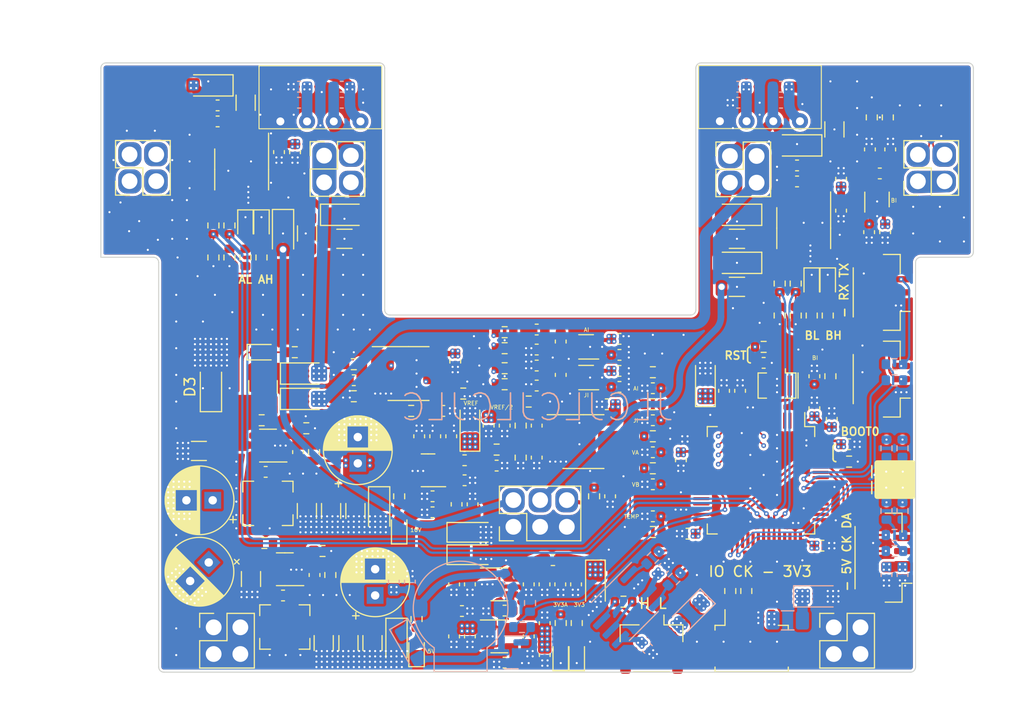
<source format=kicad_pcb>
(kicad_pcb (version 20221018) (generator pcbnew)
  (layers (0 "F.Cu" signal) (1 "In1.Cu" power) (2 "In2.Cu" power) (31 "B.Cu" signal) (34 "B.Paste" user) (35 "F.Paste" user) (36 "B.SilkS" user "B.Silkscreen") (37 "F.SilkS" user "F.Silkscreen") (38 "B.Mask" user) (39 "F.Mask" user) (44 "Edge.Cuts" user))
  (net 0 "")
  (net 1 "A_POWER")
  (net 2 "B_POWER")
  (net 3 "A_SW")
  (net 4 "A_HG")
  (net 5 "A_LG")
  (net 6 "B_SW")
  (net 7 "B_HG")
  (net 8 "B_LG")
  (net 9 "GND")
  (net 10 "+5V")
  (net 11 "+12V")
  (net 12 "JUDGE_I")
  (net 13 "Cap_I")
  (net 14 "B_HB")
  (net 15 "A_HB")
  (net 16 "+3.3VA")
  (net 17 "Net-(U3-BS)")
  (net 18 "Net-(U3-LX)")
  (net 19 "Net-(U4-BS)")
  (net 20 "Thermistor")
  (net 21 "Net-(C18-Pad1)")
  (net 22 "Net-(U4-LX)")
  (net 23 "Net-(U3-FB)")
  (net 24 "JUDGE_I_ADC")
  (net 25 "Net-(C21-Pad1)")
  (net 26 "3V3MCU")
  (net 27 "Cap_I_ADC")
  (net 28 "B_H")
  (net 29 "B_L")
  (net 30 "A_H")
  (net 31 "A_L")
  (net 32 "Net-(U4-FB)")
  (net 33 "IJUDGE+")
  (net 34 "VBSENSE_ADC")
  (net 35 "Net-(U12-BP{slash}FB)")
  (net 36 "VASENSE_ADC")
  (net 37 "Net-(C37-Pad1)")
  (net 38 "/1.65Vref")
  (net 39 "Net-(U13-BP{slash}FB)")
  (net 40 "Net-(U12-OUT)")
  (net 41 "/3.3Vref")
  (net 42 "Net-(U9-OUTB)")
  (net 43 "Net-(U2-NRST)")
  (net 44 "Net-(D1-K)")
  (net 45 "Net-(D3-A1)")
  (net 46 "Net-(D5-A)")
  (net 47 "Net-(D6-A)")
  (net 48 "IJUDGE-")
  (net 49 "Net-(D8-K)")
  (net 50 "Net-(D9-K)")
  (net 51 "Net-(D13-A)")
  (net 52 "Net-(D14-A)")
  (net 53 "Net-(D15-A)")
  (net 54 "VASENSE")
  (net 55 "VBSENSE")
  (net 56 "Net-(D23-A)")
  (net 57 "BUZZER")
  (net 58 "Net-(D25-A)")
  (net 59 "Net-(BZ1--)")
  (net 60 "Net-(D27-A)")
  (net 61 "Net-(J9-Pin_4)")
  (net 62 "NC1")
  (net 63 "CANH")
  (net 64 "CANL")
  (net 65 "CAN_TX")
  (net 66 "CAN_RX")
  (net 67 "Net-(J9-Pin_1)")
  (net 68 "Net-(J9-Pin_2)")
  (net 69 "Net-(Q1-G)")
  (net 70 "SWDCK")
  (net 71 "SWDIO")
  (net 72 "Net-(U2-PB3)")
  (net 73 "Net-(U11-TXD)")
  (net 74 "Net-(U11-RXD)")
  (net 75 "Net-(U14-VOUT+)")
  (net 76 "Net-(U15-VOUT+)")
  (net 77 "Net-(U2-BOOT0)")
  (net 78 "Net-(U2-PB4)")
  (net 79 "UART_TX")
  (net 80 "UART_RX")
  (net 84 "Net-(U2-PF0)")
  (net 85 "Net-(U2-PF1)")
  (net 88 "Thermistor_ADC")
  (net 97 "PB15")
  (net 98 "PB14")
  (net 107 "A_I_ADC")
  (net 113 "Net-(D12-A)")
  (net 114 "Net-(D17-A)")
  (net 115 "Net-(D18-K)")
  (net 116 "Net-(D21-K)")
  (net 117 "Net-(U16-HI)")
  (net 118 "Net-(U16-LI)")
  (net 119 "Net-(U17-HI)")
  (net 120 "Net-(U17-LI)")
  (net 122 "Net-(U3-EN)")
  (net 123 "Net-(U4-EN)")
  (net 124 "A_I")
  (net 125 "Net-(U1-IN)")
  (net 126 "Net-(U1-OUT)")
  (net 127 "Net-(U9-OUTA)")
  (net 128 "Net-(C35-Pad2)")
  (net 129 "Net-(D4-A)")
  (net 130 "OLED_SCL")
  (net 132 "IA-")
  (net 133 "IA+")
  (net 134 "IB+")
  (net 135 "IB-")
  (net 136 "OLED_SDA")
  (net 137 "Net-(J5-Pin_3)")
  (net 138 "Net-(J5-Pin_4)")
  (net 139 "Net-(U7-+)")
  (net 140 "Net-(U7--)")
  (net 141 "Net-(U8-+)")
  (net 142 "Net-(U8--)")
  (net 143 "Net-(U19-+)")
  (net 144 "Net-(U19--)")
  (footprint "Package_SO:SOIC-8_3.9x4.9mm_P1.27mm" (layer "F.Cu") (at 124.949 116.497)
    (fp_text reference "U9" hide)
    (fp_text value "GS8332-SR")
  )
  (footprint "Capacitor_SMD:C_0603_1608Metric" (layer "F.Cu") (at 110.852 115.989 90)
    (fp_text reference "C100" hide)
    (fp_text value "10u")
  )
  (footprint "Capacitor_SMD:C_0603_1608Metric" (layer "F.Cu") (at 154.1336 88.684 -90)
    (fp_text reference "C78" hide)
    (fp_text value "100n")
  )
  (footprint "Capacitor_SMD:C_0603_1608Metric" (layer "F.Cu") (at 153.651 96.558 -90)
    (fp_text reference "C43" hide)
    (fp_text value "100n")
  )
  (footprint "Resistor_SMD:R_0603_1608Metric" (layer "F.Cu") (at 89.75215 95.923 90)
    (fp_text reference "R5" hide)
    (fp_text value "33r")
  )
  (footprint "Capacitor_SMD:C_0603_1608Metric" (layer "F.Cu") (at 110.598 121.704)
    (fp_text reference "C97" hide)
    (fp_text value "100n")
  )
  (footprint "Resistor_SMD:R_0603_1608Metric" (layer "F.Cu") (at 145.142 104.496 90)
    (fp_text reference "R42" hide)
    (fp_text value "10k")
  )
  (footprint "Capacitor_SMD:C_0603_1608Metric" (layer "F.Cu") (at 131.553 123.609)
    (fp_text reference "C88" hide)
    (fp_text value "100n")
  )
  (footprint "Capacitor_SMD:C_1206_3216Metric" (layer "F.Cu") (at 88.373 117.386 180)
    (fp_text reference "C57" hide)
    (fp_text value "10u")
  )
  (footprint "Capacitor_SMD:C_0603_1608Metric" (layer "F.Cu") (at 146.92 110.274 -90)
    (fp_text reference "C50" hide)
    (fp_text value "100n")
  )
  (footprint "Resistor_SMD:R_0603_1608Metric" (layer "F.Cu") (at 118.98 114.973 -90)
    (fp_text reference "R24" hide)
    (fp_text value "1k")
  )
  (footprint "Capacitor_SMD:C_0603_1608Metric" (layer "F.Cu") (at 99.3712 129.197 90)
    (fp_text reference "C4" hide)
    (fp_text value "100p")
  )
  (footprint "0_RM2023:conn_2x03_2.54" (layer "F.Cu") (at 120.8286 123.3364 90)
    (fp_text reference "J3" hide)
    (fp_text value "Conn_02x03_Odd_Even")
  )
  (footprint "Capacitor_SMD:C_0603_1608Metric" (layer "F.Cu") (at 147.682 126.403)
    (fp_text reference "C71" hide)
    (fp_text value "100n")
  )
  (footprint "Connector_Molex:Molex_PicoBlade_53261-0471_1x04-1MP_P1.25mm_Horizontal" (layer "F.Cu") (at 140.951 135.6994)
    (fp_text reference "J9" hide)
    (fp_text value "Conn_SWD")
  )
  (footprint "LED_SMD:LED_0603_1608Metric" (layer "F.Cu") (at 92.80015 95.923 -90)
    (fp_text reference "D15" hide)
    (fp_text value "LED")
  )
  (footprint "Resistor_SMD:R_0603_1608Metric" (layer "F.Cu") (at 140.443 130.721 -90)
    (fp_text reference "R46" hide)
    (fp_text value "120r")
  )
  (footprint "Capacitor_Tantalum_SMD:CP_EIA-3216-18_Kemet-A" (layer "F.Cu") (at 114.281 125.133)
    (fp_text reference "C13" hide)
    (fp_text value "47u")
  )
  (footprint "Resistor_SMD:R_0603_1608Metric" (layer "F.Cu") (at 146.666 104.496 -90)
    (fp_text reference "R50" hide)
    (fp_text value "1k")
  )
  (footprint "Capacitor_SMD:C_0603_1608Metric" (layer "F.Cu") (at 97.801 117.496 90)
    (fp_text reference "C3" hide)
    (fp_text value "100p")
  )
  (footprint "Resistor_SMD:R_0603_1608Metric" (layer "F.Cu") (at 145.142 101.448 90)
    (fp_text reference "R65" hide)
    (fp_text value "33r")
  )
  (footprint "Capacitor_SMD:C_0603_1608Metric" (layer "F.Cu") (at 110.598 123.228 180)
    (fp_text reference "C91" hide)
    (fp_text value "100n")
  )
  (footprint "Capacitor_Tantalum_SMD:CP_EIA-3216-18_Kemet-A" (layer "F.Cu") (at 114.281 127.267)
    (fp_text reference "C48" hide)
    (fp_text value "47u")
  )
  (footprint "Resistor_SMD:R_0603_1608Metric" (layer "F.Cu") (at 143.618 101.448 90)
    (fp_text reference "R64" hide)
    (fp_text value "33r")
  )
  (footprint "Resistor_SMD:R_0603_1608Metric" (layer "F.Cu") (at 138.919 130.721 -90)
    (fp_text reference "R47" hide)
    (fp_text value "120r")
  )
  (footprint "Capacitor_Tantalum_SMD:CP_EIA-3216-18_Kemet-A" (layer "F.Cu") (at 136.549623 110.854823 90)
    (fp_text reference "C73" hide)
    (fp_text value "47u")
  )
  (footprint "Resistor_SMD:R_0603_1608Metric" (layer "F.Cu") (at 118.98 118.021 90)
    (fp_text reference "R8" hide)
    (fp_text value "100k 25ppm")
  )
  (footprint "Diode_SMD:D_SMF" (layer "F.Cu") (at 145.269 88.303 180)
    (fp_text reference "D20" hide)
    (fp_text value "SMF10A")
  )
  (footprint "Capacitor_SMD:C_0603_1608Metric" (layer "F.Cu") (at 114.148 135.039 -90)
    (fp_text reference "C30" hide)
    (fp_text value "100n")
  )
  (footprint "Resistor_SMD:R_0603_1608Metric" (layer "F.Cu") (at 91.27615 95.923 90)
    (fp_text reference "R6" hide)
    (fp_text value "33r")
  )
  (footprint "Capacitor_SMD:C_0603_1608Metric" (layer "F.Cu") (at 97.517 88.951 -90)
    (fp_text reference "C14" hide)
    (fp_text value "10u")
  )
  (footprint "Capacitor_SMD:C_0603_1608Metric" (layer "F.Cu") (at 111.614 113.576)
    (fp_text reference "C21" hide)
    (fp_text value "100n")
  )
  (footprint "Capacitor_SMD:C_0603_1608Metric" (layer "F.Cu") (at 112.376 115.989 90)
    (fp_text reference "C101" hide)
    (fp_text value "10u")
  )
  (footprint "Diode_SMD:D_SMF" (layer "F.Cu") (at 102.216 94.907)
    (fp_text reference "D8" hide)
    (fp_text value "K34" hide)
  )
  (footprint "Inductor_SMD:L_0603_1608Metric" (layer "F.Cu") (at 112.884 122.466 -90)
    (fp_text reference "L4" hide)
    (fp_text value "L_Ferrite")
  )
  (footprint "Capacitor_THT:CP_Radial_D6.3mm_P2.50mm" (layer "F.Cu") (at 89.68238 122.085 180)
    (fp_text reference "C61" hide)
    (fp_text value "47u")
  )
  (footprint "Diode_SMD:D_SMF" (layer "F.Cu") (at 107.169 135.674 -90)
    (fp_text reference "D7" hide)
    (fp_text value "SMF5V0A")
  )
  (footprint "Resistor_SMD:R_0603_1608Metric" (layer "F.Cu") (at 100.1332 126.911)
    (fp_text reference "R15" hide)
    (fp_text value "10k")
  )
  (footprint "Resistor_SMD:R_0603_1608Metric" (layer "F.Cu") (at 125.965 121.704 -90)
    (fp_text reference "R9" hide)
    (fp_text value "5k")
  )
  (footprint "Resistor_SMD:R_0603_1608Metric" (layer "F.Cu") (at 116.694 117.259 180)
    (fp_text reference "R7" hide)
    (fp_text value "100k 25ppm")
  )
  (footprint "Capacitor_SMD:C_0603_1608Metric" (layer "F.Cu") (at 112.757 108.877 -90)
    (fp_text reference "C23" hide)
    (fp_text value "100n")
  )
  (footprint "Inductor_SMD:L_Bourns-SRN4018" (layer "F.Cu") (at 96.544 134.147)
    (fp_text reference "L2" hide)
    (fp_text value "6R8")
  )
  (footprint "Connector_JST:JST_GH_BM03B-GHS-TBT_1x03-1MP_P1.25mm_Vertical" (layer "F.Cu") (at 153.225 102.293 90)
    (fp_text reference "J11" hide)
    (fp_text value "Conn_UART")
  )
  (footprint "Capacitor_SMD:C_0603_1608Metric" (layer "F.Cu") (at 134.855 125.26 180)
    (fp_text reference "C81" hide)
    (fp_text value "100n")
  )
  (footprint "Resistor_SMD:R_0603_1608Metric" (layer "F.Cu") (at 100.8742 129.197 90)
    (fp_text reference "R14" hide)
    (fp_text value "53.6k")
  )
  (footprint "Inductor_SMD:L_Bourns-SRN4018" (layer "F.Cu") (at 94.9385 122.378)
    (fp_text reference "L1" hide)
    (fp_text value "6R8")
  )
  (footprint "0_RM2023:conn_2x02_2.54" (layer "F.Cu") (at 149.9736 135.5142)
    (fp_text reference "J6" hide)
    (fp_text value "Conn_02x02_Odd_Even")
  )
  (footprint "Capacitor_SMD:C_0603_1608Metric" (layer "F.Cu") (at 121.266 136.817 -90)
    (fp_text reference "C64" hide)
    (fp_text value "10u")
  )
  (footprint "Capacitor_SMD:C_0603_1608Metric" (layer "F.Cu") (at 152.127 96.558 -90)
    (fp_text reference "C41" hide)
    (fp_text value "100n")
  )
  (footprint "Package_TO_SOT_SMD:SOT-23" (layer "F.Cu") (at 110.1685 119.23 180)
    (fp_text reference "U1" hide)
    (fp_text value "REF3033")
  )
  (footprint "Resistor_SMD:R_0603_1608Metric" (layer "F.Cu") (at 89.75215 98.971 90)
    (fp_text reference "R41" hide)
    (fp_text value "10k")
  )
  (footprint "LED_SMD:LED_0603_1608Metric" (layer "F.Cu") (at 122.79 136.817 90)
    (fp_text reference "D14" hide)
    (fp_text value "LED")
  )
  (footprint "Crystal:Resonator_SMD_Murata_CSTxExxV-3Pin_3.0x1.1mm" (layer "F.Cu") (at 143.364 111.163 180)
    (fp_text reference "Y1" hide)
    (fp_text value "8MHz")
  )
  (footprint "Capacitor_SMD:C_1206_3216Metric" (layer "F.Cu") (at 103.26 123.101 -90)
    (fp_text reference "C9" hide)
    (fp_text value "10u")
  )
  (footprint "Capacitor_SMD:C_0603_1608Metric" (layer "F.Cu") (at 119.748 135.039 -90)
    (fp_text reference "C49" hide)
    (fp_text value "100n")
  )
  (footprint "LED_SMD:LED_0603_1608Metric" (layer "F.Cu") (at 94.4435 107.988)
    (fp_text reference "D4" hide)
    (fp_text value "LED" hide)
  )
  (footprint "Capacitor_SMD:C_0603_1608Metric" (layer "F.Cu") (at 114.148 130.086 -90)
    (fp_text reference "C31" hide)
    (fp_text value "100n")
  )
  (footprint "Package_TO_SOT_SMD:SOT-363_SC-70-6" (layer "F.Cu") (at 152.874 93.449 90)
    (fp_text reference "U8" hide)
    (fp_text value "INA186")
  )
  (footprint "Resistor_SMD:R_0603_1608Metric" (layer "F.Cu") (at 153.905 85.636 -90)
    (fp_text reference "R66" hide)
    (fp_text value "100r 25ppm")
  )
  (footprint "Diode_SMD:D_SMF" (layer "F.Cu") (at 89.262 82.588 180)
    (fp_text reference "D19" hide)
    (fp_text value "SMF10A")
  )
  (footprint "Capacitor_SMD:C_0603_1608Metric" (layer "F.Cu") (at 146.92 113.322 90)
    (fp_text reference "C72" hide)
    (fp_text value "100n")
  )
  (footprint "Capacitor_THT:CP_Radial_D6.3mm_P2.50mm" (layer "F.Cu") (at 105.137 131.14138 90)
    (fp_text reference "C12" hide)
    (fp_text value "680u")
  )
  (footprint "Package_SO:SOIC-8_3.9x4.9mm_P1.27mm" (layer "F.Cu") (at 145.904 96.177 -90)
    (fp_text reference "U17" hide)
    (fp_text value "UCC27211D")
  )
  (footprint "Capacitor_SMD:C_0603_1608Metric" (layer "F.Cu") (at 148.571 114.338 90)
    (fp_text reference "C82" hide)
    (fp_text value "10u")
  )
  (footprint "Resistor_SMD:R_0603_1608Metric" (layer "F.Cu") (at 142.094 107.48)
    (fp_text reference "R55" hide)
    (fp_text value "1k")
  )
  (footprint "Resistor_SMD:R_0603_1608Metric" (layer "F.Cu") (at 117.456 111.036)
    (fp_text reference "R56" hide)
    (fp_text value "100r 25ppm")
  )
  (footprint "Capacitor_SMD:C_0603_1608Metric" (layer "F.Cu") (at 112.648 135.039 -90)
    (fp_text reference "C33" hide)
    (fp_text value "10u")
  )
  (footprint "Capacitor_SMD:C_1206_3216Metric" (layer "F.Cu") (at 100.244 135.674 -90)
    (fp_text reference "C10" hide)
    (fp_text value "10u")
  )
  (footprint "Package_TO_SOT_SMD:SOT-363_SC-70-6" (layer "F.Cu") (at 125.203 107.48 180)
    (fp_text reference "U7" hide)
    (fp_text value "INA186")
  )
  (footprint "0_RM2023:conn_2x02_2.54" (layer "F.Cu") (at 83.1096 90.4942 90)
    (fp_text reference "J1" hide)
    (fp_text value "Conn_02x02_Odd_Even")
  )
  (footprint "Capacitor_SMD:C_0603_1608Metric" (layer "F.Cu") (at 131.553 111.417)
    (fp_text reference "C17" hide)
    (fp_text value "100n")
  )
  (footprint "Diode_SMD:D_SMF" (layer "F.Cu") (at 105.518 123.154 -90)
    (fp_text reference "D16" hide)
    (fp_text value "SMF10A")
  )
  (footprint "Capacitor_SMD:C_1206_3216Metric" (layer "F.Cu") (at 93.326 129.578 -90)
    (fp_text reference "C53" hide)
    (fp_text value "10u")
  )
  (footprint "0_RM2023:conn_2x02_2.54" (layer "F.Cu") (at 140.154 90.577)
    (fp_text reference "J10" hide)
    (fp_text value "Conn_02x02_Odd_Even")
  )
  (footprint "Resistor_SMD:R_0603_1608Metric" (layer "F.Cu") (at 128.759 131.737 180)
    (fp_text reference "R34" hide)
    (fp_text value "120r")
  )
  (footprint "Capacitor_SMD:C_0603_1608Metric" (layer "F.Cu") (at 128.378 109.766)
    (fp_text reference "C42" hide)
    (fp_text value "100n")
  )
  (footprint "Resistor_SMD:R_0603_1608Metric" (layer "F.Cu") (at 152.381 85.636 -90)
    (fp_text reference "R67" hide)
    (fp_text value "100r 25ppm")
  )
  (footprint "Capacitor_SMD:C_0603_1608Metric" (layer "F.Cu") (at 120.504 105.829)
    (fp_text reference "C104" hide)
    (fp_text value "100n")
  )
  (footprint "Resistor_SMD:R_0603_1608Metric" (layer "F.Cu") (at 131.553 115.989)
    (fp_text reference "R33" hide)
    (fp_text value "33r")
  )
  (footprint "Diode_SMD:D_SMF" (layer "F.Cu") (at 96.374 96.759 -90)
    (fp_text reference "D9" hide)
    (fp_text value "K34")
  )
  (footprint "Capacitor_SMD:C_1206_3216Metric" (layer "F.Cu") (at 102.597 135.674 -90)
    (fp_text reference "C6" hide)
    (fp_text value "10u")
  )
  (footprint "Capacitor_SMD:C_0603_1608Metric" (layer "F.Cu") (at 124.248 130.086 -90)
    (fp_text reference "C93" hide)
    (fp_text value "10u")
  )
  (footprint "Capacitor_SMD:C_0603_1608Metric" (layer "F.Cu") (at 128.378 108.242)
    (fp_text reference "C59" hide)
    (fp_text value "100n")
  )
  (footprint "Capacitor_SMD:C_0603_1608Metric" (layer "F.Cu") (at 120.504 109.258)
    (fp_text reference "C106" hide)
    (fp_text value "100n")
  )
  (footprint "Package_QFP:LQFP-64_10x10mm_P0.5mm" (layer "F.Cu") (at 141.84 120.18 -90)
    (fp_text reference "U2" hide)
    (fp_text value "STM32F334R8Tx")
  )
  (footprint "Resistor_SMD:R_0603_1608Metric" (layer "F.Cu") (at 107.423 121.704 -90)
    (fp_text reference "R26" hide)
    (fp_text value "100k")
  )
  (footprint "Resistor_SMD:R_1206_3216Metric_Pad1.30x1.75mm_HandSolder" (layer "F.Cu") (at 92.818 84.239 -90)
    (fp_text reference "R48" hide)
    (fp_text value "68r")
  )
  (footprint "Diode_SMD:D_SMF" (layer "F.Cu") (at 98.406 110.02)
    (fp_text reference "D1" hide)
    (fp_text value "K34")
  )
  (footprint "LED_SMD:LED_0603_1608Metric" (layer "F.Cu") (at 94.32415 95.923 -90)
    (fp_text reference "D23" hide)
    (fp_text value "LED")
  )
  (footprint "Capacitor_SMD:C_0603_1608Metric" (layer "F.Cu") (at 120.504 111.163 180)
    (fp_text reference "C107" hide)
    (fp_text value "100n")
  )
  (footprint "0_RM2023:conn_2x02_2.54" (layer "F.Cu") (at 90.9836 135.5142)
    (fp_text reference "J2" hide)
    (fp_text value "Conn_02x02_Odd_Even")
  )
  (footprint "Inductor_SMD:L_0603_1608Metric" (layer "F.Cu") (at 122.048 127.786)
    (fp_text reference "L3" hide)
    (fp_text value "L_Ferrite")
  )
  (footprint "Capacitor_SMD:C_0603_1608Metric" (layer "F.Cu") (at 116.694 118.783)
    (fp_text reference "C102" hide)
    (fp_text value "100n")
  )
  (footprint "Capacitor_SMD:C_0603_1608Metric" (layer "F.Cu") (at 95.993 88.938 -90)
    (fp_text reference "C44" hide)
    (fp_text value "10u")
  )
  (footprint "Capacitor_SMD:C_0603_1608Metric" (layer "F.Cu") (at 122.79 110.147 -90)
    (fp_text reference "C95" hide)
    (fp_text value "100n")
  )
  (footprint "Resistor_SMD:R_0603_1608Metric" (layer "F.Cu") (at 131.553 112.941)
    (fp_text reference "R10" hide)
    (fp_text value "200r")
  )
  (footprint "Package_TO_SOT_SMD:SOT-363_SC-70-6" (layer "F.Cu") (at 125.203 110.401 180)
    (fp_text reference "U19" hide)
    (fp_text value "INA186")
  )
  (footprint "Capacitor_SMD:C_0603_1608Metric" (layer "F.Cu") (at 122.748 130.086 -90)
    (fp_text reference "C94" hide)
    (fp_text value "100n")
  )
  (footprint "Capacitor_SMD:C_0603_1608Metric" (layer "F.Cu") (at 122.79 106.972 -90)
    (fp_text reference "C22" hide)
    (fp_text value "100n")
  )
  (footprint "Diode_SMD:D_SMF" (layer "F.Cu") (at 98.406 112.433)
    (fp_text reference "D2" hide)
    (fp_text value "K34" hide)
  )
  (footprint "Resistor_SMD:R_0603_1608Metric" (layer "F.Cu") (at 124.314 133.769 -90)
    (fp_text reference "R28" hide)
    (fp_text value "10k")
  )
  (footprint "Resistor_SMD:R_0603_1608Metric" (layer "F.Cu") (at 122.79 133.769 -90)
    (fp_text reference "R29" hide)
    (fp_text value "10k")
  )
  (footprint "Resistor_SMD:R_1206_3216Metric" (layer "F.Cu") (at 102.216 97.193)
    (fp_text reference "R21" hide)
    (fp_text value "3.3r")
  )
  (footprint "Package_TO_SOT_SMD:SOT-23-5" (layer "F.Cu") (at 116.948 130.086)
    (fp_text reference "U12" hide)
    (fp_text value "RS3236")
  )
  (footprint "Capacitor_SMD:C_0603_1608Metric" (layer "F.Cu") (at 119.748 130.086 -90)
    (fp_text reference "C63" hide)
    (fp_text value "10u")
  )
  (footprint "LED_SMD:LED_0603_1608Metric" (layer "F.Cu") (at 124.314 136.817 90)
    (fp_text reference "D13" hide)
    (fp_text value "LED")
  )
  (footprint "Capacitor_SMD:C_1206_3216Metric" (layer "F.Cu") (at 100.946 123.101 -90)
    (fp_text reference "C7" hide)
    (fp_text value "10u")
  )
  (footprint "Capacitor_SMD:C_0603_1608Metric" (layer "F.Cu") (at 114.408 122.466 90)
    (fp_text reference "C90" hide)
    (fp_text value "10u")
  )
  (footprint "Resistor_SMD:R_0603_1608Metric" (layer "F.Cu") (at 117.456 106.083)
    (fp_text reference "R59" hide)
    (fp_text value "100r 25ppm")
  )
  (footprint "Capacitor_SMD:C_0603_1608Metric" (layer "F.Cu") (at 153.143 90.97 180)
    (fp_text reference "C92" hide)
    (fp_text value "100n")
  )
  (footprint "Capacitor_SMD:C_0603_1608Metric" (layer "F.Cu") (at 115.932 114.973 -90)
    (fp_text reference "C76" hide)
    (fp_text value "100n")
  )
  (footprint "Capacitor_SMD:C_0603_1608Metric" (layer "F.Cu") (at 142.094 109.004)
    (fp_text reference "C87" hide)
    (fp_text value "100n")
  )
  (footprint "Capacitor_SMD:C_0603_1608Metric" (layer "F.Cu") (at 121.248 130.086 -90)
    (fp_text reference "C47" hide)
    (fp_text value "100n")
  )
  (footprint "Resistor_SMD:R_1206_3216Metric_Pad1.30x1.75mm_HandSolder" (layer "F.Cu") (at 148.825 86.779 -90)
    (fp_text reference "R49" hide)
    (fp_text value "68r")
  )
  (footprint "Inductor_SMD:L_0603_1608Metric" (layer "F.Cu") (at 113.646 118.275)
    (fp_text reference "L5" hide)
    (fp_text value "L_Ferrite")
  )
  (footprint "Capacitor_SMD:C_0603_1608Metric" (layer "F.Cu") (at 121.266 133.782 90)
    (fp_text reference "C56" hide)
    (fp_text value "10u")
  )
  (footprint "Capacitor_SMD:C_0603_1608Metric" (layer "F.Cu") (at 127.489 121.704 -90)
    (fp_text reference "C45" hide)
    (fp_text value "100n")
  )
  (footprint "0_RM2023:BxxxxS-1W" (layer "F.Cu") (at 105.77 80.717 180)
    (fp_text reference "U14" hide)
    (fp_text value "ISO_DC")
  )
  (footprint "Resistor_SMD:R_0603_1608Metric" (layer "F.Cu") (at 148.19 104.496 -90)
    (fp_text reference "R52" hide)
    (fp_text value "1k")
  )
  (footprint "Package_TO_SOT_SMD:SOT-23-6" (layer "F.Cu") (at 94.944 116.878 180)
    (fp_text reference "U3" hide)
    (fp_text value "RY8411")
  )
  (footprint "Resistor_SMD:R_0603_1608Metric" (layer "F.Cu") (at 117.456 107.607)
    (fp_text reference "R60" hide)
    (fp_text value "100r 25ppm")
  )
  (footprint "Capacitor_SMD:C_0603_1608Metric" (layer "F.Cu") (at 112.648 130.086 -90)
    (fp_text reference "C32" hide)
    (fp_text value "10u")
  )
  (footprint "Resistor_SMD:R_0603_1608Metric" (layer "F.Cu") (at 94.596 126.149 180)
    (fp_text reference "R4" hide)
    (fp_text value "10k")
  )
  (footprint "LED_SMD:LED_0603_1608Metric" (layer "F.Cu") (at 146.666 101.448 -90)
    (fp_text reference "D12" hide)
    (fp_text value "LED")
  )
  (footprint "Resistor_SMD:R_0603_1608Metric" (layer "F.Cu") (at 99.325 117.496 90)
    (fp_text reference "R12" hide)
    (fp_text value "118k")
  )
  (footprint "Resistor_SMD:R_0603_1608Metric" (layer "F.Cu") (at 109.074 133.388 -90)
    (fp_text reference "R27" hide)
    (fp_text value "51k")
  )
  (footprint "Capacitor_Tantalum_SMD:CP_EIA-3216-18_Kemet-A" (layer "F.Cu") (at 114.154 115.1 90)
    (fp_text reference "C65" hide)
    (fp_text value "47u" hide)
  )
  (footprint "Package_TO_SOT_SMD:SOT-23-5" (layer "F.Cu") (at 116.948 135.039)
    (fp_text reference "U13" hide)
    (fp_text value "RS3236")
  )
  (footprint "Resistor_SMD:R_1206_3216Metric" (layer "F.Cu") (at 139.554 97.193 180)
    (fp_text reference "R53" hide)
    (fp_text value "3.3r")
  )
  (footprint "Capacitor_THT:CP_Radial_D6.3mm_P2.50mm" (layer "F.Cu") (at 103.486 118.56838 90)
    (fp_text reference "C26" hide)
    (fp_text value "220u")
  )
  (footprint "Resistor_SMD:R_1206_3216Metric" (layer "F.Cu") (at 139.554 101.765 180)
    (fp_text reference "R63" hide)
    (fp_text value "3.3r")
  )
  (footprint "Package_SO:SOIC-8_3.9x4.9mm_P1.27mm" (layer "F.Cu") (at 108.312 110.02)
    (fp_text reference "U5" hide)
    (fp_text value "GS8332-SR")
  )
  (footprint "Capacitor_SMD:C_0603_1608Metric" (layer "F.Cu") (at 150.222 116.751)
    (fp_text reference "C83" hide)
    (fp_text value "100n")
  )
  (footprint "Capacitor_SMD:C_0603_1608Metric" (layer "F.Cu") (at 120.504 107.734 180)
    (fp_text reference "C105" hide)
    (fp_text value "100n")
  )
  (footprint "Capacitor_SMD:C_0603_1608Metric" (layer "F.Cu") (at 127.173 112.941 180)
    (fp_text reference "C70" hide)
    (fp_text value "100n")
  )
  (footprint "Resistor_SMD:R_0603_1608Metric" (layer "F.Cu") (at 131.553 109.893)
    (fp_text reference "R16" hide)
    (fp_text value "200r")
  )
  (footprint "Resistor_SMD:R_0603_1608Metric" (layer "F.Cu") (at 113.519 111.925 180)
    (fp_text reference "R18" hide)
    (fp_text value "10k 25ppm")
  )
  (footprint "LED_SMD:LED_0603_1608Metric" (layer "F.Cu") (at 107.423 124.752 90)
    (fp_text reference "D5" hide)
    (fp_text value "LED")
  )
  (footprint "Package_SO:SOIC-8_3.9x4.9mm_P1.27mm" (layer "F.Cu") (at 92.437 90.589 -90)
    (fp_text reference "U16" hide)
    (fp_text value "UCC27211D")
  )
  (footprint "0_RM2023:conn_2x02_2.54" (layer "F.Cu") (at 101.554 90.547)
    (fp_text reference "J12" hide)
    (fp_text value "Conn_02x02_Odd_Even")
  )
  (footprint "Capacitor_SMD:C_0603_1608Metric" (layer "F.Cu") (at 120.504 114.973 -90)
    (fp_text reference "C35" hide)
    (fp_text value "100n")
  )
  (footprint "Diode_SMD:D_SMF" (layer "F.Cu") (at 139.554 94.907 180)
    (fp_text reference "D18" hide)
    (fp_text value "K34")
  )
  (footprint "Capacitor_SMD:C_0603_1608Metric" (layer "F.Cu") (at 117.448 137.539 180)
    (fp_text reference "C46" hide)
    (fp_text value "10n")
  )
  (footprint "LED_SMD:LED_0603_1608Metric" (layer "F.Cu") (at 154.54 119.355)
    (fp_text reference "D27" hide)
    (fp_text value "LED")
  )
  (footprint "Resistor_SMD:R_0603_1608Metric" (layer "F.Cu") (at 150.222 118.402 180)
    (fp_text reference "R43" hide)
    (fp_text value "1k")
  )
  (footprint "Connector_JST:JST_GH_BM04B-GHS-TBT_1x04-1MP_P1.25mm_Vertical" (layer "F.Cu") (at 153.397 127.546 90)
    (fp_text reference "J5" hide)
    (fp_text value "Conn_OLED")
  )
  (footprint "Capacitor_SMD:C_0603_1608Metric" (layer "F.Cu") (at 113.392 132.626)
    (fp_text reference "C29" hide)
    (fp_text value "100n")
  )
  (footprint "Capacitor_SMD:C_0603_1608Metric" (layer "F.Cu") (at 103.105 110.655 180)
    (fp_text reference "C18" hide)
    (fp_text value "100n")
  )
  (footprint "Package_TO_SOT_SMD:SOT-23-6" (layer "F.Cu") (at 96.544 128.647 180)
    (fp_text reference "U4" hide)
    (fp_text value "RY8411")
  )
  (footprint "Capacitor_SMD:C_1206_3216Metric" (layer "F.Cu") (at 104.883 135.674 -90)
    (fp_text reference "C8" hide)
    (fp_text value "10u")
  )
  (footprint "Resistor_SMD:R_0603_1608Metric" (layer "F.Cu") (at 131.553 119.037)
    (fp_text reference "R32" hide)
    (fp_text value "33r")
  )
  (footprint "Capacitor_SMD:C_0603_1608Metric" (layer "F.Cu") (at 128.378 106.718)
    (fp_text reference "C58" hide)
    (fp_text value "100n")
  )
  (footprint "Resistor_SMD:R_0603_1608Metric" (layer "F.Cu") (at 97.4915 107.988 180)
    (fp_text reference "R31" hide)
    (fp_text value "1k" hide)
  )
  (footprint "Resistor_SMD:R_0603_1608Metric" (layer "F.Cu") (at 117.456 109.512)
    (fp_text reference "R54" hide)
    (fp_text value "100r 25ppm")
  )
  (footprint "LED_SMD:LED_0603_1608Metric" (layer "F.Cu") (at 148.19 101.448 -90)
    (fp_text reference "D17" hide)
    (fp_text value "LED")
  )
  (footprint "Capacitor_SMD:C_0603_1608Metric" (layer "F.Cu") (at 109.328 115.989 90)
    (fp_text reference "C99" hide)
    (fp_text value "100n")
  )
  (footprint "Resistor_SMD:R_1206_3216Metric" (layer "F.Cu") (at 98.66 96.685 -90)
    (fp_text reference "R22" hide)
    (fp_text value "3.3r")
  )
  (footprint "Capacitor_SMD:C_0603_1608Metric" (layer "F.Cu") (at 139.851623 111.663823 -90)
    (fp_text reference "C84" hide)
    (fp_text value "10u")
  )
  (footprint "Capacitor_SMD:C_0603_1608Metric" (layer "F.Cu") (at 90.151 86.017 180)
    (fp_text reference "C74" hide)
    (fp_text value "100n")
  )
  (footprint "Capacitor_SMD:C_0603_1608Metric" (layer "F.Cu") (at 128.378 111.29)
    (fp_text reference "C40" hide)
    (fp_text value "100n")
  )
  (footprint "Connector_JST:JST_GH_BM02B-GHS-TBT_1x02-1MP_P1.25mm_Vertical" (layer "F.Cu") (at 131.426 135.801 180)
    (fp_text reference "J13" hide)
    (fp_text value "Conn_CAN")
  )
  (footprint "Capacitor_SMD:C_0603_1608Metric" (layer "F.Cu") (at 90.151 84.493 180)
    (fp_text reference "C20" hide)
    (fp_text value "10u")
  )
  (footprint "Resistor_SMD:R_0603_1608Metric" (layer "F.Cu") (at 131.553 125.103)
    (fp_text reference "R57" hide)
    (fp_text value "33r")
  )
  (footprint "Capacitor_SMD:C_0603_1608Metric" (layer "F.Cu") (at 145.269 90.208 180)
    (fp_text reference "C67" hide)
    (fp_text value "100n")
  )
  (footprint "Resistor_SMD:R_0603_1608Metric" (layer "F.Cu") (at 119.742 112.687)
    (fp_text reference "R20" hide)
    (fp_text value "33r")
  )
  (footprint "Capacitor_Tantalum_SMD:CP_EIA-3216-18_Kemet-A" (layer "F.Cu") (at 126.092 130.086 -90)
    (fp_text reference "C28" hide)
    (fp_text value "47u")
  )
  (footprint "Resistor_SMD:R_0603_1608Metric" (layer "F.Cu") (at 148.444 110.274 -90)
    (fp_text reference "R11" hide)
    (fp_text value "200r")
  )
  (footprint "Capacitor_SMD:C_0603_1608Metric" (layer "F.Cu") (at 138.327623 111.663823 -90)
    (fp_text reference "C79" hide)
    (fp_text value "100n")
  )
  (footprint "Capacitor_SMD:C_0603_1608Metric" (layer "F.Cu") (at 152.2032 88.684 90)
    (fp_text reference "C103" hide)
    (fp_text value "100n")
  )
  (footprint "Capacitor_SMD:C_0603_1608Metric" (layer "F.Cu") (at 117.456 114.973 -90)
    (fp_text reference "C80" hide)
    (fp_text value "10u")
  )
  (footprint "Capacitor_SMD:C_0603_1608Metric" (layer "F.Cu") (at 120.504 118.021 -90)
    (fp_text reference "C37" hide)
    (fp_text value "100n")
  )
  (footprint "Capacitor_SMD:C_0603_1608Metric" (layer "F.Cu") (at 117.448 132.586 180)
    (fp_text reference "C34" hide)
    (fp_text value "10n")
  )
  (footprint "Diode_SMD:D_SMF" (layer "F.Cu") (at 139.554 99.479 180)
    (fp_text reference "D21" hide)
    (fp_text value "K34")
  )
  (footprint "0_RM2023:BxxxxS-1W" (layer "F.Cu") (at 147.58 80.698 180)
    (fp_text reference "U15" hide)
    (fp_text value "ISO_DC")
  )
  (footprint "LED_SMD:LED_0603_1608Metric" (layer "F.Cu") (at 109.074 136.436 90)
    (fp_text reference "D6" hide)
    (fp_text value "LED")
  )
  (footprint "0_RM2023:conn_2x02_2.54" (layer "F.Cu") (at 158.1016 90.5084 90)
    (fp_text reference "J4" hide)
    (fp_text value "Conn_02x02_Odd_Even")
  )
  (footprint "Capacitor_SMD:C_0603_1608Metric" (layer "F.Cu") (at 149.46 94.513 -90)
    (fp_text reference "C69" hide)
    (fp_text value "10u")
  )
  (footprint "Capacitor_SMD:C_0603_1608Metric" (layer "F.Cu") (at 134.22 118.275 -90)
    (fp_text reference "C77" hide)
    (fp_text value "100n")
  )
  (footprint "Connector_JST:JST_GH_BM03B-GHS-TBT_1x03-1MP_P1.25mm_Vertical" (layer "F.Cu") (at 153.225 110.548 90)
    (fp_text reference "J8" hide)
    (fp_text value "Conn_UART")
  )
  (footprint "LED_SMD:LED_0603_1608Metric" (layer "F.Cu") (at 154.54 120.879)
    (fp_text reference "D25" hide)
    (fp_text value "LED")
  )
  (footprint "Capacitor_SMD:C_0603_1608Metric" (layer "F.Cu") (at 131.553 114.465)
    (fp_text reference "C16" hide)
    (fp_text value "100n")
  )
  (footprint "Resistor_SMD:R_0603_1608Metric" (layer "F.Cu") (at 98.5885 115.227)
    (fp_text reference "R13" hide)
    (fp_text value "10k")
  )
  (footprint "Capacitor_THT:CP_Radial_D6.3mm_P2.50mm" (layer "F.Cu") (at 89.305677 128.001117 -135)
    (fp_text reference "C60" hide)
    (fp_text value "47u")
  )
  (footprint "Capacitor_SMD:C_0603_1608Metric" (layer "F.Cu") (at 149.46 91.478 90)
    (fp_text reference "C68" hide)
    (fp_text value "10u")
  )
  (footprint "Diode_SMD:D_SMF" (layer "F.Cu") (at 89.516 111.29 90)
    (fp_text reference "D3")
    (fp_text value "SMCJ28A")
  )
  (footprint "Resistor_SMD:R_0603_1608Metric" (layer "F.Cu") (at 92.80015 98.971 -90)
    (fp_text reference "R30" hide)
    (fp_text value "1k")
  )
  (footprint "Fuse:Fuse_1210_3225Metric_Pad1.42x2.65mm_HandSolder" (layer "F.Cu") (at 94.469 111.29 -90)
    (fp_text reference "F1" hide)
    (fp_text value "Polyfuse")
  )
  (footprint "Capacitor_SMD:C_0603_1608Metric" (layer "F.Cu") (at 94.723 119.378 180)
    (fp_text reference "C1" hide)
    (fp_text value "100n")
  )
  (footprint "Resistor_SMD:R_0603_1608Metric" (layer "F.Cu") (at 108.566 113.576)
    (fp_text reference "R23" hide)
    (fp_text value "100k 25ppm")
  )
  (footprint "Resistor_SMD:R_0603_1608Metric" (layer "F.Cu") (at 103.105 109.131)
    (fp_text reference "R1" hide)
    (fp_text value "100k 25ppm")
  )
  (footprint "Capacitor_SMD:C_0603_1608Metric" (layer "F.Cu") (at 113.646 120.18 180)
    (fp_text reference "C98" hide)
    (fp_text value "10u")
  )
  (footprint "Capacitor_SMD:C_0603_1608Metric" (layer "F.Cu") (at 145.269 91.732 180)
    (fp_text reference "C66" hide)
    (fp_text value "10u")
  )
  (footprint "Resistor_SMD:R_0603_1608Metric" (layer "F.Cu") (at 91.27615 98.971 90)
    (fp_text reference "R35" hide)
    (fp_text value "10k")
  )
  (footprint "Capacitor_SMD:C_0603_1608Metric" (layer "F.Cu") (at 96.374 131.147 180)
    (fp_text reference "C2" hide)
    (fp_text value "100n")
  )
  (footprint "Resistor_SMD:R_0603_1608Metric" (layer "F.Cu") (at 143.618 104.496 90)
    (fp_text reference "R51" hide)
    (fp_text value "10k")
  )
  (footprint "Resistor_SMD:R_0603_1608Metric" (layer "F.Cu") (at 94.32415 98.971 -90)
    (fp_text reference "R39" hide)
    (fp_text value "1k")
  )
  (footprint "Capacitor_SMD:C_0603_1608Metric" (layer "F.Cu") (at 131.553 120.561)
    (fp_text reference "C51" hide)
    (fp_text value "100n")
  )
  (footprint "Resistor_SMD:R_0603_1608Metric" (layer "F.Cu") (at 94.342 114.465 180)
    (fp_text reference "R3" hide)
    (fp_text value "10k")
  )
  (footprint "Capacitor_SMD:C_1206_3216Metric" (layer "F.Cu") (at 98.644 123.101 -90)
    (fp_text reference "C5" hide)
    (fp_text value "10u")
  )
  (footprint "Resistor_SMD:R_0603_1608Metric" (layer "F.Cu") (at 103.105 112.179)
    (fp_text reference "R2" hide)
    (fp_text value "10k 25ppm")
  )
  (footprint "Capacitor_SMD:C_0603_1608Metric" (layer "F.Cu") (at 131.553 117.513)
    (fp_text reference "C52" hide)
    (fp_text value "100n")
  )
  (footprint "Capacitor_SMD:C_0603_1608Metric" (layer "B.Cu") (at 106.915 129.832 -90)
    (fp_text reference "C39" hide)
    (fp_text value "10u")
  )
  (footprint "Diode_SMD:D_SMF" (layer "B.Cu") (at 108.566 135.928 -60)
    (fp_text reference "D10" hide)
    (fp_text value "K34")
  )
  (footprint "Capacitor_SMD:C_0603_1608Metric" (layer "B.Cu") (at 131.045 136.182 135)
    (fp_text reference "C55" hide)
    (fp_text value "100n")
  )
  (footprint "Resistor_SMD:R_0603_1608Metric" (layer "B.Cu") (at 154.54 109.131)
    (fp_text reference "R17" hide)
    (fp_text value "120r")
  )
  (footprint "Resistor_SMD:R_0603_1608Metric" (layer "B.Cu") (at 119.107 134.15)
    (fp_text reference "R25" hide)
    (fp_text value "33r")
  )
  (footprint "Capacitor_SMD:C_0603_1608Metric" (layer "B.Cu") (at 143.745 82.715)
    (fp_text reference "C96" hide)
    (fp_text value "10u")
  )
  (footprint "Capacitor_SMD:C_0603_1608Metric" (layer "B.Cu") (at 97.898 84.239 180)
    (fp_text reference "C85" hide)
    (fp_text value "10u")
  )
  (footprint "Diode_SMD:D_SMF" (layer "B.Cu") (at 135.109 132.88 -135)
    (fp_text reference "D11" hide)
    (fp_text value "K34")
  )
  (footprint "Resistor_SMD:R_0603_1608Metric" (layer "B.Cu") (at 153.778 117.132 90)
    (fp_text reference "R61" hide)
    (fp_text value "1k")
  )
  (footprint "Capacitor_SMD:C_0603_1608Metric" (layer "B.Cu") (at 139.681 82.715 180)
    (fp_text reference "C25" hide)
    (fp_text value "100n")
  )
  (footprint "Resistor_SMD:R_0603_1608Metric" (layer "B.Cu") (at 154.54 125.387)
    (fp_text reference "R36" hide)
    (fp_text value "120r")
  )
  (footprint "Resistor_SMD:R_0603_1608Metric" (layer "B.Cu") (at 154.54 126.911)
    (fp_text reference "R37" hide)
    (fp_text value "120r")
  )
  (footprint "Capacitor_SMD:C_0603_1608Metric" (layer "B.Cu") (at 143.745 84.239)
    (fp_text reference "C89" hide)
    (fp_text value "10u")
  )
  (footprint "Resistor_SMD:R_0603_1608Metric" (layer "B.Cu") (at 155.302 117.132 90)
    (fp_text reference "R62" hide)
    (fp_text value "1k")
  )
  (footprint "Package_TO_SOT_SMD:SOT-23" (layer "B.Cu") (at 118.091 136.563 180)
    (fp_text reference "Q1" hide)
    (fp_text value "AO3400A")
  )
  (footprint "Capacitor_SMD:C_0603_1608Metric" (layer "B.Cu") (at 101.962 84.239)
    (fp_text reference "C75" hide)
    (fp_text value "10u")
  )
  (footprint "Capacitor_SMD:C_0603_1608Metric" (layer "B.Cu") (at 153.778 129.197 90)
    (fp_text reference "C36" hide)
    (fp_text value "10u")
  )
  (footprint "Capacitor_SMD:C_0603_1608Metric" (layer "B.Cu") (at 108.439 129.832 -90)
    (fp_text reference "C15" hide)
    (fp_text value "10u")
  )
  (footprint "Capacitor_SMD:C_0603_1608Metric" (layer "B.Cu") (at 101.962 82.715)
    (fp_text reference "C19" hide)
    (fp_text value "10u")
  )
  (footprint "Diode_SMD:D_SMF" (layer "B.Cu") (at 147.301 131.229)
    (fp_text reference "D22" hide)
    (fp_text value "SMF10A")
  )
  (footprint "Capacitor_SMD:C_0603_1608Metric" (layer "B.Cu") (at 132.569 128.562 -135)
    (fp_text reference "C54" hide)
    (fp_text value "100n")
  )
  (footprint "Resistor_SMD:R_0603_1608Metric" (layer "B.Cu") (at 154.54 110.655)
    (fp_text reference "R19" hide)
    (fp_text value "120r")
  )
  (footprint "0_RM2023:MLT-9032" (layer "B.Cu") (at 113.265 132.384 180)
    (fp_text reference "BZ1" hide)
    (fp_text value "Buzzer")
  )
  (footprint "Resistor_SMD:R_0603_1608Metric" (layer "B.Cu") (at 155.302 123.101 90)
    (fp_text reference "R38" hide)
    (fp_text value "2.2k")
  )
  (footprint "Resistor_SMD:R_0603_1608Metric" (layer "B.Cu") (at 153.778 123.101 90)
    (fp_text reference "R40" hide)
    (fp_text value "2.2k")
  )
  (footprint "Fuse:Fuse_1206_3216Metric" (layer "B.Cu") (at 144.38 133.515 180)
    (fp_text reference "F2" hide)
    (fp_text value "Polyfuse")
  )
  (footprint "Capacitor_SMD:C_0603_1608Metric" (layer "B.Cu") (at 139.681 84.239 180)
    (fp_text reference "C86" hide)
    (fp_text value "10u")
  )
  (footprint "Capacitor_SMD:C_0603_1608Metric" (layer "B.Cu") (at 97.898 82.715 180)
    (fp_text reference "C24" hide)
    (fp_text value "100n")
  )
  (footprint "Capacitor_SMD:C_0603_1608Metric" (layer "B.Cu") (at 155.302 129.197 90)
    (fp_text reference "C62" hide)
    (fp_text value "100n")
  )
  (footprint "Resistor_SMD:R_0603_1608Metric" (layer "B.Cu") (at 131.553 127.546 -135)
    (fp_text reference "R44" hide)
    (fp_text value "33r")
  )
  (footprint "Package_SO:SOIC-8_3.9x4.9mm_P1.27mm" (layer "B.Cu") (at 128.886 132.245 -135)
    (fp_text reference "U11" hide)
    (fp_text value "TJA1042T-3")
  )
  (footprint "Resistor_SMD:R_0603_1608Metric" (layer "B.Cu") (at 119.869 131.864 -90)
    (fp_text reference "R58" hide)
    (fp_text value "10k")
  )
  (footprint "Capacitor_SMD:C_0603_1608Metric" (layer "B.Cu") (at 117.837 129.705 120)
    (fp_text reference "C38" hide)
    (fp_text value "20p")
  )
  (footprint "Resistor_SMD:R_0603_1608Metric" (layer "B.Cu") (at 133.585 129.578 -135)
    (fp_text reference "R45" hide)
    (fp_text value "33r")
  )
  (gr_line (start 152.381 120.307) (end 152.381 121.45) (stroke (width 0.15)) (layer "F.SilkS"))
  (gr_line (start 148.952 118.402) (end 148.952 118.402) (stroke (width 0.15)) (layer "F.SilkS"))
  (gr_line (start 152.381 118.783) (end 152.381 119.926) (stroke (width 0.15)) (layer "F.SilkS"))
  (gr_line (start 148.952 116.751) (end 148.952 116.751) (stroke (width 0.15)) (layer "F.SilkS"))
  (gr_arc (start 148.952 118.402) (mid 148.772395 118.327605) (end 148.698 118.148) (stroke (width 0.15)) (layer "F.SilkS"))
  (gr_arc (start 140.824 109.004) (mid 140.644395 108.929605) (end 140.57 108.75) (stroke (width 0.15)) (layer "F.SilkS"))
  (gr_arc (start 148.698 117.005) (mid 148.772395 116.825395) (end 148.952 116.751) (stroke (width 0.15)) (layer "F.SilkS"))
  (gr_line (start 140.824 107.48) (end 140.824 107.48) (stroke (width 0.15)) (layer "F.SilkS"))
  (gr_line (start 140.824 109.004) (end 140.824 109.004) (stroke (width 0.15)) (layer "F.SilkS"))
  (gr_line (start 148.698 117.005) (end 148.698 118.148) (stroke (width 0.15)) (layer "F.SilkS"))
  (gr_line (start 140.57 107.734) (end 140.57 108.75) (stroke (width 0.15)) (layer "F.SilkS"))
  (gr_arc (start 140.57 107.734) (mid 140.644395 107.554395) (end 140.824 107.48) (stroke (width 0.15)) (layer "F.SilkS"))
  (gr_line locked (start 85.043999 138.447001) (end 156.044001 138.447001) (stroke (width 0.1)) (layer "Edge.Cuts"))
  (gr_line locked (start 161.544001 80.446999) (end 136.143999 80.446999) (stroke (width 0.1)) (layer "Edge.Cuts"))
  (gr_arc locked (start 135.643999 80.946999) (mid 135.790446 80.593446) (end 136.143999 80.446999) (stroke (width 0.1)) (layer "Edge.Cuts"))
  (gr_line locked (start 84.544001 99.446999) (end 84.543999 137.947001) (stroke (width 0.1)) (layer "Edge.Cuts"))
  (gr_line locked (start 162.044001 98.447001) (end 162.044001 80.946999) (stroke (width 0.1)) (layer "Edge.Cuts"))
  (gr_line locked (start 157.044 98.947) (end 161.544001 98.947001) (stroke (width 0.1)) (layer "Edge.Cuts"))
  (gr_line locked (start 105.544 80.447) (end 79.544 80.447) (stroke (width 0.1)) (layer "Edge.Cuts"))
  (gr_arc locked (start 161.544001 80.446999) (mid 161.897554 80.593446) (end 162.044001 80.946999) (stroke (width 0.1)) (layer "Edge.Cuts"))
  (gr_arc locked (start 156.543999 99.446999) (mid 156.690446 99.093446) (end 157.043999 98.946999) (stroke (width 0.1)) (layer "Edge.Cuts"))
  (gr_line locked (start 135.144001 104.447001) (end 106.544 104.447) (stroke (width 0.1)) (layer "Edge.Cuts"))
  (gr_arc locked (start 135.644001 103.947001) (mid 135.497554 104.300554) (end 135.144001 104.447001) (stroke (width 0.1)) (layer "Edge.Cuts"))
  (gr_arc locked (start 79.044 80.947) (mid 79.190447 80.593447) (end 79.544 80.447) (stroke (width 0.1)) (layer "Edge.Cuts"))
  (gr_arc locked (start 162.044001 98.447001) (mid 161.897554 98.800554) (end 161.544001 98.947001) (stroke (width 0.1)) (layer "Edge.Cuts"))
  (gr_line locked (start 79.044 80.947) (end 79.044 98.947) (stroke (width 0.1)) (layer "Edge.Cuts"))
  (gr_arc locked (start 156.544001 137.947001) (mid 156.397554 138.300554) (end 156.044001 138.447001) (stroke (width 0.1)) (layer "Edge.Cuts"))
  (gr_arc locked (start 84.044001 98.946999) (mid 84.397554 99.093446) (end 84.544001 99.446999) (stroke (width 0.1)) (layer "Edge.Cuts"))
  (gr_arc locked (start 85.043999 138.447001) (mid 84.690446 138.300554) (end 84.543999 137.947001) (stroke (width 0.1)) (layer "Edge.Cuts"))
  (gr_arc locked (start 105.544 80.447) (mid 105.897553 80.593447) (end 106.044 80.947) (stroke (width 0.1)) (layer "Edge.Cuts"))
  (gr_line locked (start 106.044 103.947) (end 106.044 80.947) (stroke (width 0.1)) (layer "Edge.Cuts"))
  (gr_line locked (start 79.044 98.947) (end 84.044001 98.946999) (stroke (width 0.1)) (layer "Edge.Cuts"))
  (gr_line locked (start 135.644 80.947) (end 135.644 103.947) (stroke (width 0.1)) (layer "Edge.Cuts"))
  (gr_arc locked (start 106.544 104.447) (mid 106.190447 104.300553) (end 106.044 103.947) (stroke (width 0.1)) (layer "Edge.Cuts"))
  (gr_line locked (start 156.544001 137.947001) (end 156.544 99.447) (stroke (width 0.1)) (layer "Edge.Cuts"))
  (gr_text locked "JLCJLCJLCJLC" (at 133.712 114.719) (layer "B.SilkS") (effects (font (size 2.54 2.54)) (justify left bottom mirror)))
  (gr_text "JI" (at 124.949 112.306) (layer "F.SilkS") (effects (font (size 0.381 0.381) (thickness 0.0635)) (justify left bottom)))
  (gr_text "VB" (at 129.521 120.815) (layer "F.SilkS") (effects (font (size 0.381 0.381) (thickness 0.0635)) (justify left bottom)))
  (gr_text "BI" (at 146.666 108.75) (layer "F.SilkS") (effects (font (size 0.381 0.381) (thickness 0.0635)) (justify left bottom)))
  (gr_text "- RX TX" (at 150.222 104.813 90) (layer "F.SilkS") (effects (font (size 0.8128 0.8128)) (justify left bottom)))
  (gr_text "BOOT0" (at 149.333 115.989) (layer "F.SilkS") (effects (font (size 0.762 0.762) (thickness 0.1524) bold) (justify left bottom)))
  (gr_text "- 5V CK DA" (at 150.476 130.848 90) (layer "F.SilkS") (effects (font (size 0.8128 0.8128)) (justify left bottom)))
  (gr_text "BL BH" (at 145.904 106.845) (layer "F.SilkS") (effects (font (size 0.762 0.762) (thickness 0.1524) bold) (justify left bottom)))
  (gr_text "3V3A  3V3" (at 122.028 132.245) (layer "F.SilkS") (effects (font (size 0.381 0.381) (thickness 0.0635)) (justify left bottom)))
  (gr_text "H L" (at 130.156 132.499) (layer "F.SilkS") (effects (font (size 1 1)) (justify left bottom)))
  (gr_text "BI" (at 154.159 93.764) (layer "F.SilkS") (effects (font (size 0.381 0.381) (thickness 0.0635)) (justify left bottom)))
  (gr_text "JI" (at 129.648 114.719) (layer "F.SilkS") (effects (font (size 0.381 0.381) (thickness 0.0635)) (justify left bottom)))
  (gr_text "10V" (at 108.439 125.133) (layer "F.SilkS") (effects (font (size 0.381 0.381) (thickness 0.0635)) (justify left bottom)))
  (gr_text "VA" (at 129.521 117.767) (layer "F.SilkS") (effects (font (size 0.381 0.381) (thickness 0.0635)) (justify left bottom)))
  (gr_text "TEMP" (at 128.759 123.863) (layer "F.SilkS") (effects (font (size 0.381 0.381) (thickness 0.0635)) (justify left bottom)))
  (gr_text "IO CK - 3V3" (at 136.76 129.451) (layer "F.SilkS") (effects (font (size 1 1)) (justify left bottom)))
  (gr_text "RST" (at 138.284 108.75) (layer "F.SilkS") (effects (font (size 0.762 0.762) (thickness 0.1524) bold) (justify left bottom)))
  (gr_text "5V" (at 110.09 136.69) (layer "F.SilkS") (effects (font (size 0.381 0.381) (thickness 0.0635)) (justify left bottom)))
  (gr_text "VREF/2" (at 116.059 113.449) (layer "F.SilkS") (effects (font (size 0.381 0.381) (thickness 0.0635)) (justify left bottom)))
  (gr_text "AI" (at 129.648 111.671) (layer "F.SilkS") (effects (font (size 0.381 0.381) (thickness 0.0635)) (justify left bottom)))
  (gr_text "AI" (at 124.949 106.083) (layer "F.SilkS") (effects (font (size 0.381 0.381) (thickness 0.0635)) (justify left bottom)))
  (gr_text "AL AH" (at 92.056 101.511) (layer "F.SilkS") (effects (font (size 0.762 0.762) (thickness 0.1524) bold) (justify left bottom)))
  (gr_text "VREF" (at 113.519 113.068) (layer "F.SilkS") (effects (font (size 0.381 0.381) (thickness 0.0635)) (justify left bottom)))
  (segment (start 100.453 109.423) (end 99.856 110.02) (width 0.2032) (layer "F.Cu") (net 1))
  (segment (start 101.583369 109.512) (end 100.311 109.512) (width 0.1524) (layer "F.Cu") (net 1))
  (segment (start 102.28 109.131) (end 102.122184 109.288816) (width 0.1524) (layer "F.Cu") (net 1))
  (via (at 100.311 110.528) (size 0.45) (drill 0.2) (layers "F.Cu" "B.Cu") (net 1))
  (via (at 99.295 110.02) (size 0.45) (drill 0.2) (layers "F.Cu" "B.Cu") (net 1))
  (via (at 100.311 110.02) (size 0.45) (drill 0.2) (layers "F.Cu" "B.Cu") (net 1))
  (via (at 99.803 110.528) (size 0.45) (drill 0.2) (layers "F.Cu" "B.Cu") (net 1))
  (via (at 99.295 109.512) (size 0.45) (drill 0.2) (layers "F.Cu" "B.Cu") (net 1))
  (via (at 99.803 110.02) (size 0.45) (drill 0.2) (layers "F.Cu" "B.Cu") (net 1))
  (via (at 100.311 109.512) (size 0.45) (drill 0.2) (layers "F.Cu" "B.Cu") (net 1))
  (via (at 99.803 109.512) (size 0.45) (drill 0.2) (layers "F.Cu" "B.Cu") (net 1))
  (via (at 99.295 110.528) (size 0.45) (drill 0.2) (layers "F.Cu" "B.Cu") (net 1))
  (arc (start 102.122184 109.288816) (mid 101.874974 109.453997) (end 101.583369 109.512) (width 0.1524) (layer "F.Cu") (net 1))
  (segment (start 99.803 109.512) (end 99.803 110.02) (width 1.016) (layer "B.Cu") (net 1))
  (segment (start 100.284 91.817) (end 99.803 110.02) (width 1.016) (layer "B.Cu") (net 1))
  (segment (start 107.044369 113.195) (end 100.933631 113.195) (width 0.1524) (layer "F.Cu") (net 2))
  (segment (start 107.741 113.576) (end 107.583184 113.418184) (width 0.1524) (layer "F.Cu") (net 2))
  (segment (start 100.394815 112.971815) (end 99.856 112.433) (width 0.1524) (layer "F.Cu") (net 2))
  (via (at 100.311 112.941) (size 0.45) (drill 0.2) (layers "F.Cu" "B.Cu") (net 2))
  (via (at 99.295 112.941) (size 0.45) (drill 0.2) (layers "F.Cu" "B.Cu") (net 2))
  (via (at 99.803 112.433) (size 0.45) (drill 0.2) (layers "F.Cu" "B.Cu") (net 2))
  (via (at 100.311 112.433) (size 0.45) (drill 0.2) (layers "F.Cu" "B.Cu") (net 2))
  (via (at 99.295 111.925) (size 0.45) (drill 0.2) (layers "F.Cu" "B.Cu") (net 2))
  (via (at 99.803 112.941) (size 0.45) (drill 0.2) (layers "F.Cu" "B.Cu") (net 2))
  (via (at 99.803 111.925) (size 0.45) (drill 0.2) (layers "F.Cu" "B.Cu") (net 2))
  (via (at 100.311 111.925) (size 0.45) (drill 0.2) (layers "F.Cu" "B.Cu") (net 2))
  (via (at 99.295 112.433) (size 0.45) (drill 0.2) (layers "F.Cu" "B.Cu") (net 2))
  (arc (start 107.044369 113.195) (mid 107.335973 113.253004) (end 107.583184 113.418184) (width 0.1524) (layer "F.Cu") (net 2))
  (arc (start 100.933631 113.195) (mid 100.642026 113.136996) (end 100.394815 112.971815) (width 0.1524) (layer "F.Cu") (net 2))
  (segment (start 136.729185 96.541815) (end 141.424 91.847) (width 1.016) (layer "B.Cu") (net 2))
  (segment (start 100.311 112.433) (end 106.601916 106.142084) (width 1.016) (layer "B.Cu") (net 2))
  (segment (start 108.584188 105.321) (end 127.743 105.321) (width 1.016) (layer "B.Cu") (net 2))
  (segment (start 99.803 112.433) (end 100.311 112.433) (width 1.016) (layer "B.Cu") (net 2))
  (segment (start 127.743 105.321) (end 135.465697 105.321) (width 1.016) (layer "B.Cu") (net 2))
  (segment (start 136.506 104.280697) (end 136.506 97.080631) (width 1.016) (layer "B.Cu") (net 2))
  (arc (start 106.601916 106.142084) (mid 107.51139 105.534393) (end 108.584188 105.321) (width 1.016) (layer "B.Cu") (net 2))
  (arc (start 136.506 97.080631) (mid 136.564004 96.789026) (end 136.729185 96.541815) (width 1.016) (layer "B.Cu") (net 2))
  (arc (start 135.465697 105.321) (mid 136.201302 105.016302) (end 136.506 104.280697) (width 1.016) (layer "B.Cu") (net 2))
  (segment (start 89.376 84.493) (end 87.812 82.588) (width 1.016) (layer "F.Cu") (net 3))
  (segment (start 89.376 84.493) (end 89.376 86.017) (width 1.016) (layer "F.Cu") (net 3))
  (segment (start 102.824 89.277) (end 101.2 86.017) (width 1.524) (layer "F.Cu") (net 3))
  (segment (start 89.866691 86.507691) (end 89.376 86.017) (width 0.635) (layer "F.Cu") (net 3))
  (via (at 88.119 82.334) (size 0.45) (drill 0.2) (layers "F.Cu" "B.Cu") (net 3))
  (via (at 87.611 82.842) (size 0.45) (drill 0.2) (layers "F.Cu" "B.Cu") (net 3))
  (via (at 87.611 82.334) (size 0.45) (drill 0.2) (layers "F.Cu" "B.Cu") (net 3))
  (via (at 88.119 82.842) (size 0.45) (drill 0.2) (layers "F.Cu" "B.Cu") (net 3))
  (arc (start 89.866691 86.507691) (mid 90.359092 87.244621) (end 90.532 88.114) (width 0.635) (layer "F.Cu") (net 3))
  (segment (start 101.187 82.715) (end 101.187 86.004) (width 1.016) (layer "B.Cu") (net 3))
  (segment (start 103.666 94.907) (end 103.6785 97.193) (width 1.016) (layer "F.Cu") (net 4))
  (segment (start 102.82 91.815) (end 103.666 94.907) (width 1.016) (layer "F.Cu") (net 4))
  (segment (start 98.66 98.1475) (end 96.374 98.209) (width 1.016) (layer "F.Cu") (net 5))
  (via (at 96.374 98.209) (size 0.8) (drill 0.6) (layers "F.Cu" "B.Cu") (net 5))
  (segment (start 96.374 98.209) (end 96.374 113.435521) (width 0.635) (layer "B.Cu") (net 5))
  (segment (start 118.2886 122.0664) (end 117.653327 122.066389) (width 0.635) (layer "B.Cu") (net 5))
  (segment (start 105.012986 121.94151) (end 108.219914 123.914155) (width 0.635) (layer "B.Cu") (net 5))
  (segment (start 97.371359 115.843359) (end 98.897753 117.369753) (width 0.635) (layer "B.Cu") (net 5))
  (segment (start 111.110098 124.280649) (end 118.2886 122.0664) (width 0.635) (layer "B.Cu") (net 5))
  (arc (start 111.110098 124.280649) (mid 109.625438 124.40944) (end 108.219914 123.914155) (width 0.635) (layer "B.Cu") (net 5))
  (arc (start 98.897753 117.369753) (mid 101.791152 119.875291) (end 105.012986 121.94151) (width 0.635) (layer "B.Cu") (net 5))
  (arc (start 96.374 113.435521) (mid 96.633205 114.738634) (end 97.371359 115.843359) (width 0.635) (layer "B.Cu") (net 5))
  (segment (start 144.494 91.732) (end 144.494 90.208) (width 1.016) (layer "F.Cu") (net 6))
  (segment (start 141.690185 87.317815) (end 143.01 85.998) (width 1.016) (layer "F.Cu") (net 6))
  (segment (start 140.965631 87.541) (end 141.151369 87.541) (width 1.016) (layer "F.Cu") (net 6))
  (segment (start 138.884 89.307) (end 140.426816 87.764184) (width 1.016) (layer "F.Cu") (net 6))
  (segment (start 144.494 90.208) (end 144.494 89.932542) (width 1.016) (layer "F.Cu") (net 6))
  (segment (start 143.999 93.702) (end 143.999 92.926973) (width 0.635) (layer "F.Cu") (net 6))
  (segment (start 143.819 88.303) (end 143.819 87.951089) (width 1.016) (layer "F.Cu") (net 6))
  (arc (start 140.426816 87.764184) (mid 140.674026 87.599003) (end 140.965631 87.541) (width 1.016) (layer "F.Cu") (net 6))
  (arc (start 144.494 91.732) (mid 144.127635 92.280282) (end 143.999 92.926973) (width 0.635) (layer "F.Cu") (net 6))
  (arc (start 143.819 88.303) (mid 144.318584 89.050661) (end 144.494 89.932542) (width 1.016) (layer "F.Cu") (net 6))
  (arc (start 141.151369 87.541) (mid 141.442974 87.482996) (end 141.690185 87.317815) (width 1.016) (layer "F.Cu") (net 6))
  (arc (start 143.819 87.951089) (mid 143.60875 86.894089) (end 143.01 85.998) (width 1.016) (layer "F.Cu") (net 6))
  (segment (start 142.97 82.715) (end 142.97 85.958) (width 1.016) (layer "B.Cu") (net 6))
  (segment (start 138.888 91.8404) (end 137.977 94.78) (width 1.016) (layer "F.Cu") (net 7))
  (segment (start 137.977 94.78) (end 138.0915 97.193) (width 1.016) (layer "F.Cu") (net 7))
  (segment (start 138.104 99.479) (end 138.0915 101.765) (width 1.016) (layer "F.Cu") (net 8))
  (via (at 138.0915 101.765) (size 0.8) (drill 0.6) (layers "F.Cu" "B.Cu") (net 8))
  (segment (start 137.523917 105.827083) (end 135.047996 108.303004) (width 0.635) (layer "B.Cu") (net 8))
  (segment (start 134.093 110.608567) (end 134.093 110.959556) (width 0.635) (layer "B.Cu") (net 8))
  (segment (start 138.03 101.8265) (end 138.03 104.60529) (width 0.635) (layer "B.Cu") (net 8))
  (segment (start 138.0915 101.765) (end 138.03 101.8265) (width 0.635) (layer "B.Cu") (net 8))
  (segment (start 132.111556 112.941) (end 130.977261 112.941) (width 0.635) (layer "B.Cu") (net 8))
  (segment (start 129.230445 113.664555) (end 120.8286 122.0664) (width 0.635) (layer "B.Cu") (net 8))
  (arc (start 135.047996 108.303004) (mid 134.341196 109.360805) (end 134.093 110.608567) (width 0.635) (layer "B.Cu") (net 8))
  (arc (start 138.03 104.60529) (mid 137.898473 105.26652) (end 137.523917 105.827083) (width 0.635) (layer "B.Cu") (net 8))
  (arc (start 129.230445 113.664555) (mid 130.031891 113.129046) (end 130.977261 112.941) (width 0.635) (layer "B.Cu") (net 8))
  (arc (start 134.093 110.959556) (mid 133.512648 112.360648) (end 132.111556 112.941) (width 0.635) (layer "B.Cu") (net 8))
  (segment (start 135.285511 116.93) (end 136.165 116.93) (width 0.254) (layer "F.Cu") (net 9))
  (segment (start 134.855 116.497) (end 135.285511 116.93) (width 0.254) (layer "F.Cu") (net 9))
  (segment (start 140.505686 113.2458) (end 140.57 113.2458) (width 0.254) (layer "F.Cu") (net 9))
  (segment (start 140.09 113.661486) (end 140.505686 113.2458) (width 0.254) (layer "F.Cu") (net 9))
  (segment (start 140.09 114.505) (end 140.09 113.661486) (width 0.254) (layer "F.Cu") (net 9))
  (via (at 103.359 128.943) (size 0.45) (drill 0.2) (layers "F.Cu" "B.Cu") (net 9))
  (via (at 117.71 119.037) (size 0.45) (drill 0.2) (layers "F.Cu" "B.Cu") (net 9))
  (via (at 130.537 111.671) (size 0.45) (drill 0.2) (layers "F.Cu" "B.Cu") (net 9))
  (via (at 131.045 111.163) (size 0.45) (drill 0.2) (layers "F.Cu" "B.Cu") (net 9))
  (via (at 104.629 137.96) (size 0.45) (drill 0.2) (layers "F.Cu" "B.Cu") (net 9))
  (via (at 104.121 124.625) (size 0.45) (drill 0.2) (layers "F.Cu" "B.Cu") (net 9))
  (via (at 102.597 137.452) (size 0.45) (drill 0.2) (layers "F.Cu" "B.Cu") (net 9))
  (via (at 136.549623 110.012823) (size 0.45) (drill 0.2) (layers "F.Cu" "B.Cu") (net 9))
  (via (at 103.867 127.419) (size 0.45) (drill 0.2) (layers "F.Cu" "B.Cu") (net 9))
  (via (at 113.646 114.338) (size 0.45) (drill 0.2) (layers "F.Cu" "B.Cu") (net 9))
  (via (at 101.581 136.944) (size 0.45) (drill 0.2) (layers "F.Cu" "B.Cu") (net 9))
  (via (at 154.413 87.668) (size 0.45) (drill 0.2) (layers "F.Cu" "B.Cu") (net 9))
  (via (at 140.0112 115.6842) (size 0.45) (drill 0.2) (layers "F.Cu" "B.Cu") (net 9))
  (via (at 131.045 111.671) (size 0.45) (drill 0.2) (layers "F.Cu" "B.Cu") (net 9))
  (via (at 112.63 115.481) (size 0.45) (drill 0.2) (layers "F.Cu" "B.Cu") (net 9))
  (via (at 114.154 113.322) (size 0.45) (drill 0.2) (layers "F.Cu" "B.Cu") (net 9))
  (via (at 99.041 124.625) (size 0.45) (drill 0.2) (layers "F.Cu" "B.Cu") (net 9))
  (via (at 113.9 132.372) (size 0.45) (drill 0.2) (layers "F.Cu" "B.Cu") (net 9))
  (via (at 139.597623 111.155823) (size 0.45) (drill 0.2) (layers "F.Cu" "B.Cu") (net 9))
  (via (at 85.452 129.36758) (size 0.45) (drill 0.2) (layers "F.Cu" "B.Cu") (net 9))
  (via (at 117.202 118.529) (size 0.45) (drill 0.2) (layers "F.Cu" "B.Cu") (net 9))
  (via (at 102.089 104.432) (size 0.45) (drill 0.2) (layers "F.Cu" "B.Cu") (net 9))
  (via (at 115.678 125.641) (size 0.45) (drill 0.2) (layers "F.Cu" "B.Cu") (net 9))
  (via (at 146.539 98.336) (size 0.45) (drill 0.2) (layers "F.Cu" "B.Cu") (net 9))
  (via (at 100.057 123.609) (size 0.45) (drill 0.2) (layers "F.Cu" "B.Cu") (net 9))
  (via (at 100.057 125.133) (size 0.45) (drill 0.2) (layers "F.Cu" "B.Cu") (net 9))
  (via (at 116.44 137.96) (size 0.45) (drill 0.2) (layers "F.Cu" "B.Cu") (net 9))
  (via (at 110.598 115.481) (size 0.45) (drill 0.2) (layers "F.Cu" "B.Cu") (net 9))
  (via (at 87.23 97.193) (size 0.45) (drill 0.2) (layers "F.Cu" "B.Cu") (net 9))
  (via (at 86.17042 130.80442) (size 0.45) (drill 0.2) (layers "F.Cu" "B.Cu") (net 9))
  (via (at 155.175 111.798) (size 0.45) (drill 0.2) (layers "F.Cu" "B.Cu") (net 9))
  (via (at 113.9 132.88) (size 0.45) (drill 0.2) (layers "F.Cu" "B.Cu") (net 9))
  (via (at 113.9 130.594) (size 0.45) (drill 0.2) (layers "F.Cu" "B.Cu") (net 9))
  (via (at 88.246 100.749) (size 0.45) (drill 0.2) (layers "F.Cu" "B.Cu") (net 9))
  (via (at 143.364 111.798) (size 0.45) (drill 0.2) (layers "F.Cu" "B.Cu") (net 9))
  (via (at 103.359 127.419) (size 0.45) (drill 0.2) (layers "F.Cu" "B.Cu") (net 9))
  (via (at 151.238 116.497) (size 0.45) (drill 0.2) (layers "F.Cu" "B.Cu") (net 9))
  (via (at 115.043 109.258) (size 0.45) (drill 0.2) (layers "F.Cu" "B.Cu") (net 9))
  (via (at 97.39 82.969) (size 0.45) (drill 0.2) (layers "F.Cu" "B.Cu") (net 9))
  (via (at 87.966472 131.882051) (size 0.45) (drill 0.2) (layers "F.Cu" "B.Cu") (net 9))
  (via (at 114.154 114.338) (size 0.45) (drill 0.2) (layers "F.Cu" "B.Cu") (net 9))
  (via (at 98.279 104.432) (size 0.45) (drill 0.2) (layers "F.Cu" "B.Cu") (net 9))
  (via (at 152.889 93.637) (size 0.45) (drill 0.2) (layers "F.Cu" "B.Cu") (net 9))
  (via (at 114.154 121.45) (size 0.45) (drill 0.2) (layers "F.Cu" "B.Cu") (net 9))
  (via (at 86.214 107.607) (size 0.45) (drill 0.2) (layers "F.Cu" "B.Cu") (net 9))
  (via (at 146.666 112.814) (size 0.45) (drill 0.2) (layers "F.Cu" "B.Cu") (net 9))
  (via (at 107.677 136.436) (size 0.45) (drill 0.2) (layers "F.Cu" "B.Cu") (net 9))
  (via (at 125.838 132.626) (size 0.45) (drill 0.2) (layers "F.Cu" "B.Cu") (net 9))
  (via (at 93.072 93.256) (size 0.45) (drill 0.2) (layers "F.Cu" "B.Cu") (net 9))
  (via (at 89.897 102.527) (size 0.45) (drill 0.2) (layers "F.Cu" "B.Cu") (net 9))
  (via (at 87.23 93.51) (size 0.45) (drill 0.2) (layers "F.Cu" "B.Cu") (net 9))
  (via (at 89.516 109.258) (size 0.45) (drill 0.2) (layers "F.Cu" "B.Cu") (net 9))
  (via (at 148.19 131.229) (size 0.45) (drill 0.2) (layers "F.Cu" "B.Cu") (net 9))
  (via (at 136.041623 109.504823) (size 0.45) (drill 0.2) (layers "F.Cu" "B.Cu") (net 9))
  (via (at 121.52 133.261) (size 0.45) (drill 0.2) (layers "F.Cu" "B.Cu") (net 9))
  (via (at 151.873 97.066) (size 0.45) (drill 0.2) (layers "F.Cu" "B.Cu") (net 9))
  (via (at 100.057 136.436) (size 0.45) (drill 0.2) (layers "F.Cu" "B.Cu") (net 9))
  (via (at 113.9 131.102) (size 0.45) (drill 0.2) (layers "F.Cu" "B.Cu") (net 9))
  (via (at 101.073 136.944) (size 0.45) (drill 0.2) (layers "F.Cu" "B.Cu") (net 9))
  (via (at 119.488 108.877) (size 0.45) (drill 0.2) (layers "F.Cu" "B.Cu") (net 9))
  (via (at 115.297 130.086) (size 0.45) (drill 0.2) (layers "F.Cu" "B.Cu") (net 9))
  (via (at 155.048 129.705) (size 0.45) (drill 0.2) (layers "F.Cu" "B.Cu") (net 9))
  (via (at 102.724 111.671) (size 0.45) (drill 0.2) (layers "F.Cu" "B.Cu") (net 9))
  (via (at 109.074 114.973) (size 0.45) (drill 0.2) (layers "F.Cu" "B.Cu") (net 9))
  (via (at 99.549 136.436) (size 0.45) (drill 0.2) (layers "F.Cu" "B.Cu") (net 9))
  (via (at 149.714 90.462) (size 0.45) (drill 0.2) (layers "F.Cu" "B.Cu") (net 9))
  (via (at 119.996 109.512) (size 0.45) (drill 0.2) (layers "F.Cu" "B.Cu") (net 9))
  (via (at 125.584 131.737) (size 0.45) (drill 0.2) (layers "F.Cu" "B.Cu") (net 9))
  (via (at 115.17 125.641) (size 0.45) (drill 0.2) (layers "F.Cu" "B.Cu") (net 9))
  (via (at 142.094 103.289) (size 0.45) (drill 0.2) (layers "F.Cu" "B.Cu") (net 9))
  (via (at 106.407 126.911) (size 0.45) (drill 0.2) (layers "F.Cu" "B.Cu") (net 9))
  (via (at 103.232 114.846) (size 0.45) (drill 0.2) (layers "F.Cu" "B.Cu") (net 9))
  (via (at 121.03 137.833) (size 0.45) (drill 0.2) (layers "F.Cu" "B.Cu") (net 9))
  (via (at 129.775 130.467) (size 0.45) (drill 0.2) (layers "F.Cu" "B.Cu") (net 9))
  (via (at 104.756 115.862) (size 0.45) (drill 0.2) (layers "F.Cu" "B.Cu") (net 9))
  (via (at 83.510451 98.245549) (size 0.45) (drill 0.2) (layers "F.Cu" "B.Cu") (net 9))
  (via (at 98.025 125.133) (size 0.45) (drill 0.2) (layers "F.Cu" "B.Cu") (net 9))
  (via (at 116.948 137.96) (size 0.45) (drill 0.2) (layers "F.Cu" "B.Cu") (net 9))
  (via (at 143.364 117.132) (size 0.45) (drill 0.2) (layers "F.Cu" "B.Cu") (net 9))
  (via (at 155.175 103.543) (size 0.45) (drill 0.2) (layers "F.Cu" "B.Cu") (net 9))
  (via (at 103.105 124.117) (size 0.45) (drill 0.2) (layers "F.Cu" "B.Cu") (net 9))
  (via (at 100.057 137.96) (size 0.45) (drill 0.2) (layers "F.Cu" "B.Cu") (net 9))
  (via (at 102.089 124.117) (size 0.45) (drill 0.2) (layers "F.Cu" "B.Cu") (net 9))
  (via (at 122.917 112.687) (size 0.45) (drill 0.2) (layers "F.Cu" "B.Cu") (net 9))
  (via (at 97.39 85.382) (size 0.45) (drill 0.2) (layers "F.Cu" "B.Cu") (net 9))
  (via (at 115.17 126.149) (size 0.45) (drill 0.2) (layers "F.Cu" "B.Cu") (net 9))
  (via (at 103.105 105.829) (size 0.45) (drill 0.2) (layers "F.Cu" "B.Cu") (net 9))
  (via (at 104.883 126.911) (size 0.45) (drill 0.2) (layers "F.Cu" "B.Cu") (net 9))
  (via (at 105.391 127.419) (size 0.45) (drill 0.2) (layers "F.Cu" "B.Cu") (net 9))
  (via (at 119.488 111.036) (size 0.45) (drill 0.2) (layers "F.Cu" "B.Cu") (net 9))
  (via (at 100.565 136.436) (size 0.45) (drill 0.2) (layers "F.Cu" "B.Cu") (net 9))
  (via (at 130.537 123.863) (size 0.45) (drill 0.2) (layers "F.Cu" "B.Cu") (net 9))
  (via (at 98.279 100.622) (size 0.45) (drill 0.2) (layers "F.Cu" "B.Cu") (net 9))
  (via (at 103.994 102.527) (size 0.45) (drill 0.2) (layers "F.Cu" "B.Cu") (net 9))
  (via (at 85.833 97.193) (size 0.45) (drill 0.2) (layers "F.Cu" "B.Cu") (net 9))
  (via (at 108.693 128.816) (size 0.45) (drill 0.2) (layers "F.Cu" "B.Cu") (net 9))
  (via (at 100.057 124.625) (size 0.45) (drill 0.2) (layers "F.Cu" "B.Cu") (net 9))
  (via (at 98.279 119.545) (size 0.45) (drill 0.2) (layers "F.Cu" "B.Cu") (net 9))
  (via (at 124.568 114.719) (size 0.45) (drill 0.2) (layers "F.Cu" "B.Cu") (net 9))
  (via (at 105.645 124.625) (size 0.45) (drill 0.2) (layers "F.Cu" "B.Cu") (net 9))
  (via (at 142.869 109.004) (size 0.45) (drill 0.2) (layers "F.Cu" "B.Cu") (net 9))
  (via (at 101.581 105.829) (size 0.45) (drill 0.2) (layers "F.Cu" "B.Cu") (net 9))
  (via (at 120.25 118.529) (size 0.45) (drill 0.2) (layers "F.Cu" "B.Cu") (net 9))
  (via (at 86.341 118.148) (size 0.45) (drill 0.2) (layers "F.Cu" "B.Cu") (net 9))
  (via (at 133.966 118.783) (size 0.45) (drill 0.2) (layers "F.Cu" "B.Cu") (net 9))
  (via (at 119.488 131.102) (size 0.45) (drill 0.2) (layers "F.Cu" "B.Cu") (net 9))
  (via (at 103.613 125.133) (size 0.45) (drill 0.2) (layers "F.Cu" "B.Cu") (net 9))
  (via (at 131.045 123.863) (size 0.45) (drill 0.2) (layers "F.Cu" "B.Cu") (net 9))
  (via (at 86.468 123.863) (size 0.45) (drill 0.2) (layers "F.Cu" "B.Cu") (net 9))
  (via (at 106.153 137.452) (size 0.45) (drill 0.2) (layers "F.Cu" "B.Cu") (net 9))
  (via (at 105.137 125.133) (size 0.45) (drill 0.2) (layers "F.Cu" "B.Cu") (net 9))
  (via (at 147.174 109.779) (size 0.45) (drill 0.2) (layers "F.Cu" "B.Cu") (net 9))
  (via (at 110.09 121.45) (size 0.45) (drill 0.2) (layers "F.Cu" "B.Cu") (net 9))
  (via (at 151.619 100.495) (size 0.45) (drill 0.2) (layers "F.Cu" "B.Cu") (net 9))
  (via (at 138.581623 111.155823) (size 0.45) (drill 0.2) (layers "F.Cu" "B.Cu") (net 9))
  (via (at 96.247 89.446) (size 0.45) (drill 0.2) (layers "F.Cu" "B.Cu") (net 9))
  (via (at 127.235 122.204) (size 0.45) (drill 0.2) (layers "F.Cu" "B.Cu") (net 9))
  (via (at 148.825 126.149) (size 0.45) (drill 0.2) (layers "F.Cu" "B.Cu") (net 9))
  (via (at 101.454 131.102) (size 0.45) (drill 0.2) (layers "F.Cu" "B.Cu") (net 9))
  (via (at 112.503 109.385) (size 0.45) (drill 0.2) (layers "F.Cu" "B.Cu") (net 9))
  (via (at 89.008 108.75) (size 0.45) (drill 0.2) (layers "F.Cu" "B.Cu") (net 9))
  (via (at 106.661 136.944) (size 0.45) (drill 0.2) (layers "F.Cu" "B.Cu") (net 9))
  (via (at 90.532 107.226) (size 0.45) (drill 0.2) (layers "F.Cu" "B.Cu") (net 9))
  (via (at 148.317 126.149) (size 0.45) (drill 0.2) (layers "F.Cu" "B.Cu") (net 9))
  (via (at 107.169 136.436) (size 0.45) (drill 0.2) (layers "F.Cu" "B.Cu") (net 9))
  (via (at 161.144 97.447) (size 0.45) (drill 0.2) (layers "F.Cu" "B.Cu") (net 9))
  (via (at 104.248 114.846) (size 0.45) (drill 0.2) (layers "F.Cu" "B.Cu") (net 9))
  (via (at 102.597 124.625) (size 0.45) (drill 0.2) (layers "F.Cu" "B.Cu") (net 9))
  (via (at 147.174 112.814) (size 0.45) (drill 0.2) (layers "F.Cu" "B.Cu") (net 9))
  (via (at 97.771 89.446) (size 0.45) (drill 0.2) (layers "F.Cu" "B.Cu") (net 9))
  (via (at 141.713 85.382) (size 0.45) (drill 0.2) (layers "F.Cu" "B.Cu") (net 9))
  (via (at 95.104 124.752) (size 0.45) (drill 0.2) (layers "F.Cu" "B.Cu") (net 9))
  (via (at 86.888841 128.649159) (size 0.45) (drill 0.2) (layers "F.Cu" "B.Cu") (net 9))
  (via (at 129.267 110.02) (size 0.45) (drill 0.2) (layers "F.Cu" "B.Cu") (net 9))
  (via (at 91.04 107.734) (size 0.45) (drill 0.2) (layers "F.Cu" "B.Cu") (net 9))
  (via (at 130.537 120.307) (size 0.45) (drill 0.2) (layers "F.Cu" "B.Cu") (net 9))
  (via (at 104.121 124.117) (size 0.45) (drill 0.2) (layers "F.Cu" "B.Cu") (net 9))
  (via (at 102.089 112.306) (size 0.45) (drill 0.2) (layers "F.Cu" "B.Cu") (net 9))
  (via (at 104.375 126.911) (size 0.45) (drill 0.2) (layers "F.Cu" "B.Cu") (net 9))
  (via (at 106.153 124.625) (size 0.45) (drill 0.2) (layers "F.Cu" "B.Cu") (net 9))
  (via (at 143.364 115.862) (size 0.45) (drill 0.2) (layers "F.Cu" "B.Cu") (net 9))
  (via (at 119.742 137.579) (size 0.45) (drill 0.2) (layers "F.Cu" "B.Cu") (net 9))
  (via (at 104.121 137.96) (size 0.45) (drill 0.2) (layers "F.Cu" "B.Cu") (net 9))
  (via (at 86.849 118.148) (size 0.45) (drill 0.2) (layers "F.Cu" "B.Cu") (net 9))
  (via (at 88.684892 130.44521) (size 0.45) (drill 0.2) (layers "F.Cu" "B.Cu") (net 9))
  (via (at 149.206 130.721) (size 0.45) (drill 0.2) (layers "F.Cu" "B.Cu") (net 9))
  (via (at 91.929 120.942) (size 0.45) (drill 0.2) (layers "F.Cu" "B.Cu") (net 9))
  (via (at 105.137 123.609) (size 0.45) (drill 0.2) (layers "F.Cu" "B.Cu") (net 9))
  (via (at 149.206 90.462) (size 0.45) (drill 0.2) (layers "F.Cu" "B.Cu") (net 9))
  (via (at 153.905 87.668) (size 0.45) (drill 0.2) (layers "F.Cu" "B.Cu") (net 9))
  (via (at 113.646 113.322) (size 0.45) (drill 0.2) (layers "F.Cu" "B.Cu") (net 9))
  (via (at 129.267 107.48) (size 0.45) (drill 0.2) (layers "F.Cu" "B.Cu") (net 9))
  (via (at 123.552 108.623) (size 0.45) (drill 0.2) (layers "F.Cu" "B.Cu") (net 9))
  (via (at 126.727 110.401) (size 0.45) (drill 0.2) (layers "F.Cu" "B.Cu") (net 9))
  (via (at 149.206 95.034) (size 0.45) (drill 0.2) (layers "F.Cu" "B.Cu") (net 9))
  (via (at 103.867 128.943) (size 0.45) (drill 0.2) (layers "F.Cu" "B.Cu") (net 9))
  (via (at 86.214 136.817) (size 0.45) (drill 0.2) (layers "F.Cu" "B.Cu") (net 9))
  (via (at 113.9 135.547) (size 0.45) (drill 0.2) (layers "F.Cu" "B.Cu") (net 9))
  (via (at 139.554 101.765) (size 0.45) (drill 0.2) (layers "F.Cu" "B.Cu") (net 9))
  (via (at 158.858 94.145) (size 0.45) (drill 0.2) (layers "F.Cu" "B.Cu") (net 9))
  (via (at 86.341 98.971) (size 0.45) (drill 0.2) (layers "F.Cu" "B.Cu") (net 9))
  (via (at 101.708 115.354) (size 0.45) (drill 0.2) (layers "F.Cu" "B.Cu") (net 9))
  (via (at 87.992 108.242) (size 0.45) (drill 0.2) (layers "F.Cu" "B.Cu") (net 9))
  (via (at 106.407 127.927) (size 0.45) (drill 0.2) (layers "F.Cu" "B.Cu") (net 9))
  (via (at 89.008 106.718) (size 0.45) (drill 0.2) (layers "F.Cu" "B.Cu") (net 9))
  (via (at 91.27615 99.796) (size 0.45) (drill 0.2) (layers "F.Cu" "B.Cu") (net 9))
  (via (at 155.048 84.493) (size 0.45) (drill 0.2) (layers "F.Cu" "B.Cu") (net 9))
  (via (at 90.532 106.718) (size 0.45) (drill 0.2) (layers "F.Cu" "B.Cu") (net 9))
  (via (at 133.966002 119.290999) (size 0.45) (drill 0.2) (layers "F.Cu" "B.Cu") (net 9))
  (via (at 116.186 115.989) (size 0.45) (drill 0.2) (layers "F.Cu" "B.Cu") (net 9))
  (via (at 106.915 127.927) (size 0.45) (drill 0.2) (layers "F.Cu" "B.Cu") (net 9))
  (via (at 97.39 82.461) (size 0.45) (drill 0.2) (layers "F.Cu" "B.Cu") (net 9))
  (via (at 119.488 130.594) (size 0.45) (drill 0.2) (layers "F.Cu" "B.Cu") (net 9))
  (via (at 113.646 112.179) (size 0.45) (drill 0.2) (layers "F.Cu" "B.Cu") (net 9))
  (via (at 94.469 102.527) (size 0.45) (drill 0.2) (layers "F.Cu" "B.Cu") (net 9))
  (via (at 86.468 123.355) (size 0.45) (drill 0.2) (layers "F.Cu" "B.Cu") (net 9))
  (via (at 154.667 111.798) (size 0.45) (drill 0.2) (layers "F.Cu" "B.Cu") (net 9))
  (via (at 105.137 137.96) (size 0.45) (drill 0.2) (layers "F.Cu" "B.Cu") (net 9))
  (via (at 90.532 109.258) (size 0.45) (drill 0.2) (layers "F.Cu" "B.Cu") (net 9))
  (via (at 85.833 89.7) (size 0.45) (drill 0.2) (layers "F.Cu" "B.Cu") (net 9))
  (via (at 102.597 123.609) (size 0.45) (drill 0.2) (layers "F.Cu" "B.Cu") (net 9))
  (via (at 96.247 89.954) (size 0.45) (drill 0.2) (layers "F.Cu" "B.Cu") (net 9))
  (via (at 87.248051 131.163631) (size 0.45) (drill 0.2) (layers "F.Cu" "B.Cu") (net 9))
  (via (at 91.294 111.417) (size 0.45) (drill 0.2) (layers "F.Cu" "B.Cu") (net 9))
  (via (at 109.074 111.29) (size 0.45) (drill 0.2) (layers "F.Cu" "B.Cu") (net 9))
  (via (at 122.282 118.402) (size 0.45) (drill 0.2) (layers "F.Cu" "B.Cu") (net 9))
  (via (at 103.232 114.338) (size 0.45) (drill 0.2) (layers "F.Cu" "B.Cu") (net 9))
  (via (at 126.727 113.195) (size 0.45) (drill 0.2) (layers "F.Cu" "B.Cu") (net 9))
  (via (at 104.629 123.609) (size 0.45) (drill 0.2) (layers "F.Cu" "B.Cu") (net 9))
  (via (at 131.045 123.355) (size 0.45) (drill 0.2) (layers "F.Cu" "B.Cu") (net 9))
  (via (at 120.758 119.037) (size 0.45) (drill 0.2) (layers "F.Cu" "B.Cu") (net 9))
  (via (at 136.549623 108.996823) (size 0.45) (drill 0.2) (layers "F.Cu" "B.Cu") (net 9))
  (via (at 93.834 105.829) (size 0.45) (drill 0.2) (layers "F.Cu" "B.Cu") (net 9))
  (via (at 86.214 110.147) (size 0.45) (drill 0.2) (layers "F.Cu" "B.Cu") (net 9))
  (via (at 119.615 136.944) (size 0.45) (drill 0.2) (layers "F.Cu" "B.Cu") (net 9))
  (via (at 128.886 124.625) (size 0.45) (drill 0.2) (layers "F.Cu" "B.Cu") (net 9))
  (via (at 120.123 136.436) (size 0.45) (drill 0.2) (layers "F.Cu" "B.Cu") (net 9))
  (via (at 86.214 134.277) (size 0.45) (drill 0.2) (layers "F.Cu" "B.Cu") (net 9))
  (via (at 145.396 124.244) (size 0.45) (drill 0.2) (layers "F.Cu" "B.Cu") (net 9))
  (via (at 105.645 111.925) (size 0.45) (drill 0.2) (layers "F.Cu" "B.Cu") (net 9))
  (via (at 129.267 106.464) (size 0.45) (drill 0.2) (layers "F.Cu" "B.Cu") (net 9))
  (via (at 129.267 109.512) (size 0.45) (drill 0.2) (layers "F.Cu" "B.Cu") (net 9))
  (via (at 82.689733 95.510267) (size 0.45) (drill 0.2) (layers "F.Cu" "B.Cu") (net 9))
  (via (at 107.169 137.96) (size 0.45) (drill 0.2) (layers "F.Cu" "B.Cu") (net 9))
  (via (at 105.645 137.452) (size 0.45) (drill 0.2) (layers "F.Cu" "B.Cu") (net 9))
  (via (at 92.419 131.306) (size 0.45) (drill 0.2) (layers "F.Cu" "B.Cu") (net 9))
  (via (at 114.662 121.45) (size 0.45) (drill 0.2) (layers "F.Cu" "B.Cu") (net 9))
  (via (at 155.556 130.213) (size 0.45) (drill 0.2) (layers "F.Cu" "B.Cu") (net 9))
  (via (at 102.597 137.96) (size 0.45) (drill 0.2) (layers "F.Cu" "B.Cu") (net 9))
  (via (at 139.173 84.493) (size 0.45) (drill 0.2) (layers "F.Cu" "B.Cu") (net 9))
  (via (at 131.583818 137.080023) (size 0.45) (drill 0.2) (layers "F.Cu" "B.Cu") (net 9))
  (via (at 131.045 117.259) (size 0.45) (drill 0.2) (layers "F.Cu" "B.Cu") (net 9))
  (via (at 115.678 115.989) (size 0.45) (drill 0.2) (layers "F.Cu" "B.Cu") (net 9))
  (via (at 106.407 128.435) (size 0.45) (drill 0.2) (layers "F.Cu" "B.Cu") (net 9))
  (via (at 152.381 87.668) (size 0.45) (drill 0.2) (layers "F.Cu" "B.Cu") (net 9))
  (via (at 91.04 108.242) (size 0.45) (drill 0.2) (layers "F.Cu" "B.Cu") (net 9))
  (via (at 88.684892 131.163631) (size 0.45) (drill 0.2) (layers "F.Cu" "B.Cu") (net 9))
  (via (at 99.549 136.944) (size 0.45) (drill 0.2) (layers "F.Cu" "B.Cu") (net 9))
  (via (at 153.905 97.066) (size 0.45) (drill 0.2) (layers "F.Cu" "B.Cu") (net 9))
  (via (at 107.677 137.96) (size 0.45) (drill 0.2) (layers "F.Cu" "B.Cu") (net 9))
  (via (at 94.32415 95.1355) (size 0.45) (drill 0.2) (layers "F.Cu" "B.Cu") (net 9))
  (via (at 153.397 97.574) (size 0.45) (drill 0.2) (layers "F.Cu" "B.Cu") (net 9))
  (via (at 114.662 113.83) (size 0.45) (drill 0.2) (layers "F.Cu" "B.Cu") (net 9))
  (via (at 104.629 124.625) (size 0.45) (drill 0.2) (layers "F.Cu" "B.Cu") (net 9))
  (via (at 103.613 123.609) (size 0.45) (drill 0.2) (layers "F.Cu" "B.Cu") (net 9))
  (via (at 85.81121 129.008369) (size 0.45) (drill 0.2) (layers "F.Cu" "B.Cu") (net 9))
  (via (at 152.381 97.574) (size 0.45) (drill 0.2) (layers "F.Cu" "B.Cu") (net 9))
  (via (at 116.44 137.452) (size 0.45) (drill 0.2) (layers "F.Cu" "B.Cu") (net 9))
  (via (at 86.17042 128.649159) (size 0.45) (drill 0.2) (layers "F.Cu" "B.Cu") (net 9))
  (via (at 120.25 119.037) (size 0.45) (drill 0.2) (layers "F.Cu" "B.Cu") (net 9))
  (via (at 149.714 95.034) (size 0.45) (drill 0.2) (layers "F.Cu" "B.Cu") (net 9))
  (via (at 103.867 128.435) (size 0.45) (drill 0.2) (layers "F.Cu" "B.Cu") (net 9))
  (via (at 108.693 119.291) (size 0.45) (drill 0.2) (layers "F.Cu" "B.Cu") (net 9))
  (via (at 141.713 105.194) (size 0.45) (drill 0.2) (layers "F.Cu" "B.Cu") (net 9))
  (via (at 99.549 124.117) (size 0.45) (drill 0.2) (layers "F.Cu" "B.Cu") (net 9))
  (via (at 104.756 114.846) (size 0.45) (drill 0.2) (layers "F.Cu" "B.Cu") (net 9))
  (via (at 105.391 126.911) (size 0.45) (drill 0.2) (layers "F.Cu" "B.Cu") (net 9))
  (via (at 158.985 84.493) (size 0.45) (drill 0.2) (layers "F.Cu" "B.Cu") (net 9))
  (via (at 130.537 117.767) (size 0.45) (drill 0.2) (layers "F.Cu" "B.Cu") (net 9))
  (via (at 88.325682 130.80442) (size 0.45) (drill 0.2) (layers "F.Cu" "B.Cu") (net 9))
  (via (at 122.536 131.102) (size 0.45) (drill 0.2) (layers "F.Cu" "B.Cu") (net 9))
  (via (at 135.744 135.547) (size 0.45) (drill 0.2) (layers "F.Cu" "B.Cu") (net 9))
  (via (at 105.137 136.436) (size 0.45) (drill 0.2) (layers "F.Cu" "B.Cu") (net 9))
  (via (at 98.025 124.117) (size 0.45) (drill 0.2) (layers "F.Cu" "B.Cu") (net 9))
  (via (at 89.516 107.734) (size 0.45) (drill 0.2) (layers "F.Cu" "B.Cu") (net 9))
  (via (at 100.565 125.133) (size 0.45) (drill 0.2) (layers "F.Cu" "B.Cu") (net 9))
  (via (at 113.9 136.055) (size 0.45) (drill 0.2) (layers "F.Cu" "B.Cu") (net 9))
  (via (at 102.597 124.117) (size 0.45) (drill 0.2) (layers "F.Cu" "B.Cu") (net 9))
  (via (at 145.142 105.321) (size 0.45) (drill 0.2) (layers "F.Cu" "B.Cu") (net 9))
  (via (at 106.153 123.609) (size 0.45) (drill 0.2) (layers "F.Cu" "B.Cu") (net 9))
  (via (at 119.615 136.436) (size 0.45) (drill 0.2) (layers "F.Cu" "B.Cu") (net 9))
  (via (at 102.724 112.306) (size 0.45) (drill 0.2) (layers "F.Cu" "B.Cu") (net 9))
  (via (at 115.678 127.673) (size 0.45) (drill 0.2) (layers "F.Cu" "B.Cu") (net 9))
  (via (at 100.057 124.117) (size 0.45) (drill 0.2) (layers "F.Cu" "B.Cu") (net 9))
  (via (at 93.072 92.748) (size 0.45) (drill 0.2) (layers "F.Cu" "B.Cu") (net 9))
  (via (at 119.996 108.242) (size 0.45) (drill 0.2) (layers "F.Cu" "B.Cu") (net 9))
  (via (at 151.492 109.893) (size 0.45) (drill 0.2) (layers "F.Cu" "B.Cu") (net 9))
  (via (at 93.435 131.306) (size 0.45) (drill 0.2) (layers "F.Cu" "B.Cu") (net 9))
  (via (at 121.012 130.594) (size 0.45) (drill 0.2) (layers "F.Cu" "B.Cu") (net 9))
  (via (at 133.077 127.673) (size 0.45) (drill 0.2) (layers "F.Cu" "B.Cu") (net 9))
  (via (at 102.089 137.452) (size 0.45) (drill 0.2) (layers "F.Cu" "B.Cu") (net 9))
  (via (at 150.984 87.287) (size 0.45) (drill 0.2) (layers "F.Cu" "B.Cu") (net 9))
  (via (at 148.825 126.657) (size 0.45) (drill 0.2) (layers "F.Cu" "B.Cu") (net 9))
  (via (at 102.216 97.193) (size 0.45) (drill 0.2) (layers "F.Cu" "B.Cu") (net 9))
  (via (at 161.144 95.161) (size 0.45) (drill 0.2) (layers "F.Cu" "B.Cu") (net 9))
  (via (at 140.824 120.942) (size 0.45) (drill 0.2) (layers "F.Cu" "B.Cu") (net 9))
  (via (at 88.5 107.734) (size 0.45) (drill 0.2) (layers "F.Cu" "B.Cu") (net 9))
  (via (at 105.645 137.96) (size 0.45) (drill 0.2) (layers "F.Cu" "B.Cu") (net 9))
  (via (at 107.677 137.452) (size 0.45) (drill 0.2) (layers "F.Cu" "B.Cu") (net 9))
  (via (at 115.805 130.086) (size 0.45) (drill 0.2) (layers "F.Cu" "B.Cu") (net 9))
  (via (at 87.992 107.226) (size 0.45) (drill 0.2) (layers "F.Cu" "B.Cu") (net 9))
  (via (at 93.072 92.24) (size 0.45) (drill 0.2) (layers "F.Cu" "B.Cu") (net 9))
  (via (at 129.267 108.496) (size 0.45) (drill 0.2) (layers "F.Cu" "B.Cu") (net 9))
  (via (at 99.549 125.133) (size 0.45) (drill 0.2) (layers "F.Cu" "B.Cu") (net 9))
  (via (at 147.682 107.734) (size 0.45) (drill 0.2) (layers "F.Cu" "B.Cu") (net 9))
  (via (at 151.873 88.176) (size 0.45) (drill 0.2) (layers "F.Cu" "B.Cu") (net 9))
  (via (at 103.613 136.436) (size 0.45) (drill 0.2) (layers "F.Cu" "B.Cu") (net 9))
  (via (at 95.739 89.954) (size 0.45) (drill 0.2) (layers "F.Cu" "B.Cu") (net 9))
  (via (at 153.397 97.066) (size 0.45) (drill 0.2) (layers "F.Cu" "B.Cu") (net 9))
  (via (at 139.173 103.797) (size 0.45) (drill 0.2) (layers "F.Cu" "B.Cu") (net 9))
  (via (at 115.424 132.372) (size 0.45) (drill 0.2) (layers "F.Cu" "B.Cu") (net 9))
  (via (at 154.413 88.176) (size 0.45) (drill 0.2) (layers "F.Cu" "B.Cu") (net 9))
  (via (at 101.581 136.436) (size 0.45) (drill 0.2) (layers "F.Cu" "B.Cu") (net 9))
  (via (at 149.206 90.97) (size 0.45) (drill 0.2) (layers "F.Cu" "B.Cu") (net 9))
  (via (at 103.105 136.944) (size 0.45) (drill 0.2) (layers "F.Cu" "B.Cu") (net 9))
  (via (at 121.52 131.102) (size 0.45) (drill 0.2) (layers "F.Cu" "B.Cu") (net 9))
  (via (at 118.726 118.529) (size 0.45) (drill 0.2) (layers "F.Cu" "B.Cu") (net 9))
  (via (at 85.452 122.339) (size 0.45) (drill 0.2) (layers "F.Cu" "B.Cu") (net 9))
  (via (at 103.105 136.436) (size 0.45) (drill 0.2) (layers "F.Cu" "B.Cu") (net 9))
  (via (at 106.661 111.925) (size 0.45) (drill 0.2) (layers "F.Cu" "B.Cu") (net 9))
  (via (at 85.833 95.415) (size 0.45) (drill 0.2) (layers "F.Cu" "B.Cu") (net 9))
  (via (at 112.249 113.83) (size 0.45) (drill 0.2) (layers "F.Cu" "B.Cu") (net 9))
  (via (at 103.994 84.239) (size 0.45) (drill 0.2) (layers "F.Cu" "B.Cu") (net 9))
  (via (at 152.508 126.149) (size 0.45) (drill 0.2) (layers "F.Cu" "B.Cu") (net 9))
  (via (at 156.953 84.493) (size 0.45) (drill 0.2) (layers "F.Cu" "B.Cu") (net 9))
  (via (at 106.915 128.943) (size 0.45) (drill 0.2) (layers "F.Cu" "B.Cu") (net 9))
  (via (at 148.698 131.229) (size 0.45) (drill 0.2) (layers "F.Cu" "B.Cu") (net 9))
  (via (at 114.662 112.179) (size 0.45) (drill 0.2) (layers "F.Cu" "B.Cu") (net 9))
  (via (at 107.169 137.452) (size 0.45) (drill 0.2) (layers "F.Cu" "B.Cu") (net 9))
  (via (at 101.581 137.452) (size 0.45) (drill 0.2) (layers "F.Cu" "B.Cu") (net 9))
  (via (at 86.849 117.64) (size 0.45) (drill 0.2) (layers "F.Cu" "B.Cu") (net 9))
  (via (at 89.516 107.226) (size 0.45) (drill 0.2) (layers "F.Cu" "B.Cu") (net 9))
  (via (at 100.184 131.102) (size 0.45) (drill 0.2) (layers "F.Cu" "B.Cu") (net 9))
  (via (at 104.375 127.419) (size 0.45) (drill 0.2) (layers "F.Cu" "B.Cu") (net 9))
  (via (at 95.104 136.817) (size 0.45) (drill 0.2) (layers "F.Cu" "B.Cu") (net 9))
  (via (at 107.677 136.944) (size 0.45) (drill 0.2) (layers "F.Cu" "B.Cu") (net 9))
  (via (at 99.549 137.452) (size 0.45) (drill 0.2) (layers "F.Cu" "B.Cu") (net 9))
  (via (at 114.154 120.434) (size 0.45) (drill 0.2) (layers "F.Cu" "B.Cu") (net 9))
  (via (at 130.537 114.719) (size 0.45) (drill 0.2) (layers "F.Cu" "B.Cu") (net 9))
  (via (at 106.153 137.96) (size 0.45) (drill 0.2) (layers "F.Cu" "B.Cu") (net 9))
  (via (at 93.943 131.306) (size 0.45) (drill 0.2) (layers "F.Cu" "B.Cu") (net 9))
  (via (at 85.452 121.831) (size 0.45) (drill 0.2) (layers "F.Cu" "B.Cu") (net 9))
  (via (at 121.774 118.402) (size 0.45) (drill 0.2) (layers "F.Cu" "B.Cu") (net 9))
  (via (at 85.452 120.815) (size 0.45) (drill 0.2) (layers "F.Cu" "B.Cu") (net 9))
  (via (at 85.452 122.847) (size 0.45) (drill 0.2) (layers "F.Cu" "B.Cu") (net 9))
  (via (at 103.867 126.911) (size 0.45) (drill 0.2) (layers "F.Cu" "B.Cu") (net 9))
  (via (at 156.318 96.685) (size 0.45) (drill 0.2) (layers "F.Cu" "B.Cu") (net 9))
  (via (at 127.235 122.712) (size 0.45) (drill 0.2) (layers "F.Cu" "B.Cu") (net 9))
  (via (at 130.537 120.815) (size 0.45) (drill 0.2) (layers "F.Cu" "B.Cu") (net 9))
  (via (at 124.314 137.579) (size 0.45) (drill 0.2) (layers "F.Cu" "B.Cu") (net 9))
  (via (at 119.234 118.529) (size 0.45) (drill 0.2) (layers "F.Cu" "B.Cu") (net 9))
  (via (at 119.996 108.877) (size 0.45) (drill 0.2) (layers "F.Cu" "B.Cu") (net 9))
  (via (at 123.679 111.925) (size 0.45) (drill 0.2) (layers "F.Cu" "B.Cu") (net 9))
  (via (at 90.024 107.226) (size 0.45) (drill 0.2) (layers "F.Cu" "B.Cu") (net 9))
  (via (at 102.597 136.944) (size 0.45) (drill 0.2) (layers "F.Cu" "B.Cu") (net 9))
  (via (at 91.929 122.212) (size 0.45) (drill 0.2) (layers "F.Cu" "B.Cu") (net 9))
  (via (at 136.041623 108.996823) (size 0.45) (drill 0.2) (layers "F.Cu" "B.Cu") (net 9))
  (via (at 118.726 119.037) (size 0.45) (drill 0.2) (layers "F.Cu" "B.Cu") (net 9))
  (via (at 123.933 131.102) (size 0.45) (drill 0.2) (layers "F.Cu" "B.Cu") (net 9))
  (via (at 123.044 130.594) (size 0.45) (drill 0.2) (layers "F.Cu" "B.Cu") (net 9))
  (via (at 116.186 115.481) (size 0.45) (drill 0.2) (layers "F.Cu" "B.Cu") (net 9))
  (via (at 88.754 105.067) (size 0.45) (drill 0.2) (layers "F.Cu" "B.Cu") (net 9))
  (via (at 86.214 112.687) (size 0.45) (drill 0.2) (layers "F.Cu" "B.Cu") (net 9))
  (via (at 101.073 123.609) (size 0.45) (drill 0.2) (layers "F.Cu" "B.Cu") (net 9))
  (via (at 115.424 111.036) (size 0.45) (drill 0.2) (layers "F.Cu" "B.Cu") (net 9))
  (via (at 86.468 120.815) (size 0.45) (drill 0.2) (layers "F.Cu" "B.Cu") (net 9))
  (via (at 115.17 125.133) (size 0.45) (drill 0.2) (layers "F.Cu" "B.Cu") (net 9))
  (via (at 117.71 118.529) (size 0.45) (drill 0.2) (layers "F.Cu" "B.Cu") (net 9))
  (via (at 102.089 137.96) (size 0.45) (drill 0.2) (layers "F.Cu" "B.Cu") (net 9))
  (via (at 134.474 106.337) (size 0.45) (drill 0.2) (layers "F.Cu" "B.Cu") (net 9))
  (via (at 131.045 117.767) (size 0.45) (drill 0.2) (layers "F.Cu" "B.Cu") (net 9))
  (via (at 90.024 108.242) (size 0.45) (drill 0.2) (layers "F.Cu" "B.Cu") (net 9))
  (via (at 87.357 116.624) (size 0.45) (drill 0.2) (layers "F.Cu" "B.Cu") (net 9))
  (via (at 155.048 130.213) (size 0.45) (drill 0.2) (layers "F.Cu" "B.Cu") (net 9))
  (via (at 96.882 82.461) (size 0.45) (drill 0.2) (layers "F.Cu" "B.Cu") (net 9))
  (via (at 153.143 85.636) (size 0.45) (drill 0.2) (layers "F.Cu" "B.Cu") (net 9))
  (via (at 156.318 94.145) (size 0.45) (drill 0.2) (layers "F.Cu" "B.Cu") (net 9))
  (via (at 112.884 130.594) (size 0.45) (drill 0.2) (layers "F.Cu" "B.Cu") (net 9))
  (via (at 116.186 125.133) (size 0.45) (drill 0.2) (layers "F.Cu" "B.Cu") (net 9))
  (via (at 121.52 132.753) (size 0.45) (drill 0.2) (layers "F.Cu" "B.Cu") (net 9))
  (via (at 143.364 118.402) (size 0.45) (drill 0.2) (layers "F.Cu" "B.Cu") (net 9))
  (via (at 139.597623 110.647823) (size 0.45) (drill 0.2) (layers "F.Cu" "B.Cu") (net 9))
  (via (at 133.839 125.006) (size 0.45) (drill 0.2) (layers "F.Cu" "B.Cu") (net 9))
  (via (at 114.408 132.372) (size 0.45) (drill 0.2) (layers "F.Cu" "B.Cu") (net 9))
  (via (at 132.696 128.054) (size 0.45) (drill 0.2) (layers "F.Cu" "B.Cu") (net 9))
  (via (at 126.219 112.687) (size 0.45) (drill 0.2) (layers "F.Cu" "B.Cu") (net 9))
  (via (at 138.581623 110.647823) (size 0.45) (drill 0.2) (layers "F.Cu" "B.Cu") (net 9))
  (via (at 148.317 113.322) (size 0.45) (drill 0.2) (layers "F.Cu" "B.Cu") (net 9))
  (via (at 106.915 127.419) (size 0.45) (drill 0.2) (layers "F.Cu" "B.Cu") (net 9))
  (via (at 87.484 92.367) (size 0.45) (drill 0.2) (layers "F.Cu" "B.Cu") (net 9))
  (via (at 134.347 116.497) (size 0.45) (drill 0.2) (layers "F.Cu" "B.Cu") (net 9))
  (via (at 84.467733 97.288267) (size 0.45) (drill 0.2) (layers "F.Cu" "B.Cu") (net 9))
  (via (at 133.204 116.243) (size 0.45) (drill 0.2) (layers "F.Cu" "B.Cu") (net 9))
  (via (at 101.708 115.862) (size 0.45) (drill 0.2) (layers "F.Cu" "B.Cu") (net 9))
  (via (at 93.326 89.827) (size 0.45) (drill 0.2) (layers "F.Cu" "B.Cu") (net 9))
  (via (at 145.777 127.8) (size 0.45) (drill 0.2) (layers "F.Cu" "B.Cu") (net 9))
  (via (at 126.6 131.229) (size 0.45) (drill 0.2) (layers "F.Cu" "B.Cu") (net 9))
  (via (at 85.81121 130.44521) (size 0.45) (drill 0.2) (layers "F.Cu" "B.Cu") (net 9))
  (via (at 97.263 89.954) (size 0.45) (drill 0.2) (layers "F.Cu" "B.Cu") (net 9))
  (via (at 119.488 108.242) (size 0.45) (drill 0.2) (layers "F.Cu" "B.Cu") (net 9))
  (via (at 155.175 104.051) (size 0.45) (drill 0.2) (layers "F.Cu" "B.Cu") (net 9))
  (via (at 134.22 121.323) (size 0.45) (drill 0.2) (layers "F.Cu" "B.Cu") (net 9))
  (via (at 121.012 131.102) (size 0.45) (drill 0.2) (layers "F.Cu" "B.Cu") (net 9))
  (via (at 114.154 112.179) (size 0.45) (drill 0.2) (layers "F.Cu" "B.Cu") (net 9))
  (via (at 90.532 108.242) (size 0.45) (drill 0.2) (layers "F.Cu" "B.Cu") (net 9))
  (via (at 130.537 111.163) (size 0.45) (drill 0.2) (layers "F.Cu" "B.Cu") (net 9))
  (via (at 104.883 127.419) (size 0.45) (drill 0.2) (layers "F.Cu" "B.Cu") (net 9))
  (via (at 102.216 114.338) (size 0.45) (drill 0.2) (layers "F.Cu" "B.Cu") (net 9))
  (via (at 105.899 126.911) (size 0.45) (drill 0.2) (layers "F.Cu" "B.Cu") (net 9))
  (via (at 112.249 113.322) (size 0.45) (drill 0.2) (layers "F.Cu" "B.Cu") (net 9))
  (via (at 124.441 130.594) (size 0.45) (drill 0.2) (layers "F.Cu" "B.Cu") (net 9))
  (via (at 103.105 124.625) (size 0.45) (drill 0.2) (layers "F.Cu" "B.Cu") (net 9))
  (via (at 148.698 131.737) (size 0.45) (drill 0.2) (layers "F.Cu" "B.Cu") (net 9))
  (via (at 114.408 130.594) (size 0.45) (drill 0.2) (layers "F.Cu" "B.Cu") (net 9))
  (via (at 148.444 89.827) (size 0.45) (drill 0.2) (layers "F.Cu" "B.Cu") (net 9))
  (via (at 105.899 127.419) (size 0.45) (drill 0.2) (layers "F.Cu" "B.Cu") (net 9))
  (via (at 132.442 108.115) (size 0.45) (drill 0.2) (layers "F.Cu" "B.Cu") (net 9))
  (via (at 85.96 122.847) (size 0.45) (drill 0.2) (layers "F.Cu" "B.Cu") (net 9))
  (via (at 98.533 125.133) (size 0.45) (drill 0.2) (layers "F.Cu" "B.Cu") (net 9))
  (via (at 143.364 111.163) (size 0.45) (drill 0.2) (layers "F.Cu" "B.Cu") (net 9))
  (via (at 140.105623 111.155823) (size 0.45) (drill 0.2) (layers "F.Cu" "B.Cu") (net 9))
  (via (at 102.216 114.846) (size 0.45) (drill 0.2) (layers "F.Cu" "B.Cu") (net 9))
  (via (at 90.024 107.734) (size 0.45) (drill 0.2) (layers "F.Cu" "B.Cu") (net 9))
  (via (at 101.708 116.37) (size 0.45) (drill 0.2) (layers "F.Cu" "B.Cu") (net 9))
  (via (at 87.357 118.148) (size 0.45) (drill 0.2) (layers "F.Cu" "B.Cu") (net 9))
  (via (at 87.607261 131.522841) (size 0.45) (drill 0.2) (layers "F.Cu" "B.Cu") (net 9))
  (via (at 85.96 123.355) (size 0.45) (drill 0.2) (layers "F.Cu" "B.Cu") (net 9))
  (via (at 140.105623 110.647823) (size 0.45) (drill 0.2) (layers "F.Cu" "B.Cu") (net 9))
  (via (at 131.943027 136.720814) (size 0.45) (drill 0.2) (layers "F.Cu" "B.Cu") (net 9))
  (via (at 152.381 83.731) (size 0.45) (drill 0.2) (layers "F.Cu" "B.Cu") (net 9))
  (via (at 138.665 83.985) (size 0.45) (drill 0.2) (layers "F.Cu" "B.Cu") (net 9))
  (via (at 114.408 136.055) (size 0.45) (drill 0.2) (layers "F.Cu" "B.Cu") (net 9))
  (via (at 149.206 131.229) (size 0.45) (drill 0.2) (layers "F.Cu" "B.Cu") (net 9))
  (via (at 103.359 128.435) (size 0.45) (drill 0.2) (layers "F.Cu" "B.Cu") (net 9))
  (via (at 88.325682 131.522841) (size 0.45) (drill 0.2) (layers "F.Cu" "B.Cu") (net 9))
  (via (at 154.032 129.705) (size 0.45) (drill 0.2) (layers "F.Cu" "B.Cu") (net 9))
  (via (at 134.347 115.989) (size 0.45) (drill 0.2) (layers "F.Cu" "B.Cu") (net 9))
  (via (at 151.047 118.402) (size 0.45) (drill 0.2) (layers "F.Cu" "B.Cu") (net 9))
  (via (at 119.996 107.607) (size 0.45) (drill 0.2) (layers "F.Cu" "B.Cu") (net 9))
  (via (at 154.032 130.213) (size 0.45) (drill 0.2) (layers "F.Cu" "B.Cu") (net 9))
  (via (at 130.537 117.259) (size 0.45) (drill 0.2) (layers "F.Cu" "B.Cu") (net 9))
  (via (at 146.666 109.779) (size 0.45) (drill 0.2) (layers "F.Cu" "B.Cu") (net 9))
  (via (at 103.867 127.927) (size 0.45) (drill 0.2) (layers "F.Cu" "B.Cu") (net 9))
  (via (at 143.364 121.577) (size 0.45) (drill 0.2) (layers "F.Cu" "B.Cu") (net 9))
  (via (at 117.456 110.274) (size 0.45) (drill 0.2) (layers "F.Cu" "B.Cu") (net 9))
  (via (at 104.121 125.133) (size 0.45) (drill 0.2) (layers "F.Cu" "B.Cu") (net 9))
  (via (at 92.80015 95.1355) (size 0.45) (drill 0.2) (layers "F.Cu" "B.Cu") (net 9))
  (via (at 154.667 103.543) (size 0.45) (drill 0.2) (layers "F.Cu" "B.Cu") (net 9))
  (via (at 103.613 137.452) (size 0.45) (drill 0.2) (layers "F.Cu" "B.Cu") (net 9))
  (via (at 102.216 115.354) (size 0.45) (drill 0.2) (layers "F.Cu" "B.Cu") (net 9))
  (via (at 116.186 127.673) (size 0.45) (drill 0.2) (layers "F.Cu" "B.Cu") (net 9))
  (via (at 151.238 117.005) (size 0.45) (drill 0.2) (layers "F.Cu" "B.Cu") (net 9))
  (via (at 85.452 130.086) (size 0.45) (drill 0.2) (layers "F.Cu" "B.Cu") (net 9))
  (via (at 140.57 113.2458) (size 0.45) (drill 0.2) (layers "F.Cu" "B.Cu") (net 9))
  (via (at 122.79 118.402) (size 0.45) (drill 0.2) (layers "F.Cu" "B.Cu") (net 9))
  (via (at 90.532 108.75) (size 0.45) (drill 0.2) (layers "F.Cu" "B.Cu") (net 9))
  (via (at 139.554 97.193) (size 0.45) (drill 0.2) (layers "F.Cu" "B.Cu") (net 9))
  (via (at 145.269 88.176) (size 0.45) (drill 0.2) (layers "F.Cu" "B.Cu") (net 9))
  (via (at 117.456 106.845) (size 0.45) (drill 0.2) (layers "F.Cu" "B.Cu") (net 9))
  (via (at 153.524 130.213) (size 0.45) (drill 0.2) (layers "F.Cu" "B.Cu") (net 9))
  (via (at 131.224607 136.720813) (size 0.45) (drill 0.2) (layers "F.Cu" "B.Cu") (net 9))
  (via (at 110.09 121.958) (size 0.45) (drill 0.2) (layers "F.Cu" "B.Cu") (net 9))
  (via (at 104.121 137.452) (size 0.45) (drill 0.2) (layers "F.Cu" "B.Cu") (net 9))
  (via (at 126.219 132.245) (size 0.45) (drill 0.2) (layers "F.Cu" "B.Cu") (net 9))
  (via (at 134.728 122.974) (size 0.45) (drill 0.2) (layers "F.Cu" "B.Cu") (net 9))
  (via (at 91.04 108.75) (size 0.45) (drill 0.2) (layers "F.Cu" "B.Cu") (net 9))
  (via (at 88.5 106.718) (size 0.45) (drill 0.2) (layers "F.Cu" "B.Cu") (net 9))
  (via (at 148.698 130.721) (size 0.45) (drill 0.2) (layers "F.Cu" "B.Cu") (net 9))
  (via (at 105.137 111.925) (size 0.45) (drill 0.2) (layers "F.Cu" "B.Cu") (net 9))
  (via (at 104.629 136.944) (size 0.45) (drill 0.2) (layers "F.Cu" "B.Cu") (net 9))
  (via (at 148.825 113.83) (size 0.45) (drill 0.2) (layers "F.Cu" "B.Cu") (net 9))
  (via (at 101.073 125.133) (size 0.45) (drill 0.2) (layers "F.Cu" "B.Cu") (net 9))
  (via (at 113.011 109.893) (size 0.45) (drill 0.2) (layers "F.Cu" "B.Cu") (net 9))
  (via (at 102.724 114.846) (size 0.45) (drill 0.2) (layers "F.Cu" "B.Cu") (net 9))
  (via (at 115.932 132.372) (size 0.45) (drill 0.2) (layers "F.Cu" "B.Cu") (net 9))
  (via (at 87.484 120.307) (size 0.45) (drill 0.2) (layers "F.Cu" "B.Cu") (net 9))
  (via (at 101.2 107.988) (size 0.45) (drill 0.2) (layers "F.Cu" "B.Cu") (net 9))
  (via (at 105.645 123.609) (size 0.45) (drill 0.2) (layers "F.Cu" "B.Cu") (net 9))
  (via (at 104.629 136.436) (size 0.45) (drill 0.2) (layers "F.Cu" "B.Cu") (net 9))
  (via (at 86.529631 129.008369) (size 0.45) (drill 0.2) (layers "F.Cu" "B.Cu") (net 9))
  (via (at 143.364 90.335) (size 0.45) (drill 0.2) (layers "F.Cu" "B.Cu") (net 9))
  (via (at 94.215 85.382) (size 0.45) (drill 0.2) (layers "F.Cu" "B.Cu") (net 9))
  (via (at 106.153 124.117) (size 0.45) (drill 0.2) (layers "F.Cu" "B.Cu") (net 9))
  (via (at 141.078 113.2458) (size 0.45) (drill 0.2) (layers "F.Cu" "B.Cu") (net 9))
  (via (at 115.805 135.039) (size 0.45) (drill 0.2) (layers "F.Cu" "B.Cu") (net 9))
  (via (at 98.406 90.97) (size 0.45) (drill 0.2) (layers "F.Cu" "B.Cu") (net 9))
  (via (at 86.888841 130.80442) (size 0.45) (drill 0.2) (layers "F.Cu" "B.Cu") (net 9))
  (via (at 115.424 132.88) (size 0.45) (drill 0.2) (layers "F.Cu" "B.Cu") (net 9))
  (via (at 148.825 120.815) (size 0.45) (drill 0.2) (layers "F.Cu" "B.Cu") (net 9))
  (via (at 105.264 115.862) (size 0.45) (drill 0.2) (layers "F.Cu" "B.Cu") (net 9))
  (via (at 142.094 119.672) (size 0.45) (drill 0.2) (layers "F.Cu" "B.Cu") (net 9))
  (via (at 106.661 137.96) (size 0.45) (drill 0.2) (layers "F.Cu" "B.Cu") (net 9))
  (via (at 109.074 108.75) (size 0.45) (drill 0.2) (layers "F.Cu" "B.Cu") (net 9))
  (via (at 103.105 107.988) (size 0.45) (drill 0.2) (layers "F.Cu" "B.Cu") (net 9))
  (via (at 103.105 123.609) (size 0.45) (drill 0.2) (layers "F.Cu" "B.Cu") (net 9))
  (via (at 85.452 121.323) (size 0.45) (drill 0.2) (layers "F.Cu" "B.Cu") (net 9))
  (via (at 99.041 123.609) (size 0.45) (drill 0.2) (layers "F.Cu" "B.Cu") (net 9))
  (via (at 153.524 129.705) (size 0.45) (drill 0.2) (layers "F.Cu" "B.Cu") (net 9))
  (via (at 87.357 117.64) (size 0.45) (drill 0.2) (layers "F.Cu" "B.Cu") (net 9))
  (via (at 86.976 120.307) (size 0.45) (drill 0.2) (layers "F.Cu" "B.Cu") (net 9))
  (via (at 86.341 116.624) (size 0.45) (drill 0.2) (layers "F.Cu" "B.Cu") (net 9))
  (via (at 100.057 137.452) (size 0.45) (drill 0.2) (layers "F.Cu" "B.Cu") (net 9))
  (via (at 123.044 131.102) (size 0.45) (drill 0.2) (layers "F.Cu" "B.Cu") (net 9))
  (via (at 123.933 130.594) (size 0.45) (drill 0.2) (layers "F.Cu" "B.Cu") (net 9))
  (via (at 148.317 113.83) (size 0.45) (drill 0.2) (layers "F.Cu" "B.Cu") (net 9))
  (via (at 147.174 112.306) (size 0.45) (drill 0.2) (layers "F.Cu" "B.Cu") (net 9))
  (via (at 100.9582 126.911) (size 0.45) (drill 0.2) (layers "F.Cu" "B.Cu") (net 9))
  (via (at 97.771 105.829) (size 0.45) (drill 0.2) (layers "F.Cu" "B.Cu") (net 9))
  (via (at 105.645 124.117) (size 0.45) (drill 0.2) (layers "F.Cu" "B.Cu") (net 9))
  (via (at 86.529631 131.163631) (size 0.45) (drill 0.2) (layers "F.Cu" "B.Cu") (net 9))
  (via (at 86.214 115.227) (size 0.45) (drill 0.2) (layers "F.Cu" "B.Cu") (net 9))
  (via (at 134.22 122.974) (size 0.45) (drill 0.2) (layers "F.Cu" "B.Cu") (net 9))
  (via (at 148.19 130.721) (size 0.45) (drill 0.2) (layers "F.Cu" "B.Cu") (net 9))
  (via (at 99.549 123.609) (size 0.45) (drill 0.2) (layers "F.Cu" "B.Cu") (net 9))
  (via (at 86.214 102.527) (size 0.45) (drill 0.2) (layers "F.Cu" "B.Cu") (net 9))
  (via (at 138.284 127.927) (size 0.45) (drill 0.2) (layers "F.Cu" "B.Cu") (net 9))
  (via (at 106.153 111.925) (size 0.45) (drill 0.2) (layers "F.Cu" "B.Cu") (net 9))
  (via (at 112.757 113.83) (size 0.45) (drill 0.2) (layers "F.Cu" "B.Cu") (net 9))
  (via (at 98.533 124.117) (size 0.45) (drill 0.2) (layers "F.Cu" "B.Cu") (net 9))
  (via (at 148.19 100.622) (size 0.45) (drill 0.2) (layers "F.Cu" "B.Cu") (net 9))
  (via (at 136.041623 110.012823) (size 0.45) (drill 0.2) (layers "F.Cu" "B.Cu") (net 9))
  (via (at 117.71 115.989) (size 0.45) (drill 0.2) (layers "F.Cu" "B.Cu") (net 9))
  (via (at 141.713 84.239) (size 0.45) (drill 0.2) (layers "F.Cu" "B.Cu") (net 9))
  (via (at 105.137 124.625) (size 0.45) (drill 0.2) (layers "F.Cu" "B.Cu") (net 9))
  (via (at 102.724 114.338) (size 0.45) (drill 0.2) (layers "F.Cu" "B.Cu") (net 9))
  (via (at 140.824 117.767) (size 0.45) (drill 0.2) (layers "F.Cu" "B.Cu") (net 9))
  (via (at 90.532 107.734) (size 0.45) (drill 0.2) (layers "F.Cu" "B.Cu") (net 9))
  (via (at 115.678 115.481) (size 0.45) (drill 0.2) (layers "F.Cu" "B.Cu") (net 9))
  (via (at 125.584 119.291) (size 0.45) (drill 0.2) (layers "F.Cu" "B.Cu") (net 9))
  (via (at 121.012 133.261) (size 0.45) (drill 0.2) (layers "F.Cu" "B.Cu") (net 9))
  (via (at 105.264 116.37) (size 0.45) (drill 0.2) (layers "F.Cu" "B.Cu") (net 9))
  (via (at 86.976 123.863) (size 0.45) (drill 0.2) (layers "F.Cu" "B.Cu") (net 9))
  (via (at 142.602 87.922) (size 0.45) (drill 0.2) (layers "F.Cu" "B.Cu") (net 9))
  (via (at 104.756 115.354) (size 0.45) (drill 0.2) (layers "F.Cu" "B.Cu") (net 9))
  (via (at 126.6 131.737) (size 0.45) (drill 0.2) (layers "F.Cu" "B.Cu") (net 9))
  (via (at 146.158 116.878) (size 0.45) (drill 0.2) (layers "F.Cu" "B.Cu") (net 9))
  (via (at 131.583817 136.361604) (size 0.45) (drill 0.2) (layers "F.Cu" "B.Cu") (net 9))
  (via (at 146.666 100.622) (size 0.45) (drill 0.2) (layers "F.Cu" "B.Cu") (net 9))
  (via (at 103.613 124.625) (size 0.45) (drill 0.2) (layers "F.Cu" "B.Cu") (net 9))
  (via (at 80.245 89.7) (size 0.45) (drill 0.2) (layers "F.Cu" "B.Cu") (net 9))
  (via (at 99.93 86.398) (size 0.45) (drill 0.2) (layers "F.Cu" "B.Cu") (net 9))
  (via (at 129.267 111.036) (size 0.45) (drill 0.2) (layers "F.Cu" "B.Cu") (net 9))
  (via (at 143.364 131.737) (size 0.45) (drill 0.2) (layers "F.Cu" "B.Cu") (net 9))
  (via (at 146.539 99.352) (size 0.45) (drill 0.2) (layers "F.Cu" "B.Cu") (net 9))
  (via (at 101.073 136.436) (size 0.45) (drill 0.2) (layers "F.Cu" "B.Cu") (net 9))
  (via (at 148.444 82.207) (size 0.45) (drill 0.2) (layers "F.Cu" "B.Cu") (net 9))
  (via (at 112.884 136.055) (size 0.45) (drill 0.2) (layers "F.Cu" "B.Cu") (net 9))
  (via (at 120.123 136.944) (size 0.45) (drill 0.2) (layers "F.Cu" "B.Cu") (net 9))
  (via (at 121.03 137.325) (size 0.45) (drill 0.2) (layers "F.Cu" "B.Cu") (net 9))
  (via (at 152.381 97.066) (size 0.45) (drill 0.2) (layers "F.Cu" "B.Cu") (net 9))
  (via (at 102.216 115.862) (size 0.45) (drill 0.2) (layers "F.Cu" "B.Cu") (net 9))
  (via (at 88.5 107.226) (size 0.45) (drill 0.2) (layers "F.Cu" "B.Cu") (net 9))
  (via (at 114.662 121.958) (size 0.45) (drill 0.2) (layers "F.Cu" "B.Cu") (net 9))
  (via (at 104.629 125.133) (size 0.45) (drill 0.2) (layers "F.Cu" "B.Cu") (net 9))
  (via (at 102.089 124.625) (size 0.45) (drill 0.2) (layers "F.Cu" "B.Cu") (net 9))
  (via (at 115.297 135.039) (size 0.45) (drill 0.2) (layers "F.Cu" "B.Cu") (net 9))
  (via (at 112.376 135.547) (size 0.45) (drill 0.2) (layers "F.Cu" "B.Cu") (net 9))
  (via (at 91.04 106.718) (size 0.45) (drill 0.2) (layers "F.Cu" "B.Cu") (net 9))
  (via (at 106.661 136.436) (size 0.45) (drill 0.2) (layers "F.Cu" "B.Cu") (net 9))
  (via (at 98.152 128.689) (size 0.45) (drill 0.2) (layers "F.Cu" "B.Cu") (net 9))
  (via (at 121.52 130.594) (size 0.45) (drill 0.2) (layers "F.Cu" "B.Cu") (net 9))
  (via (at 139.554 99.479) (size 0.45) (drill 0.2) (layers "F.Cu" "B.Cu") (net 9))
  (via (at 88.5 108.242) (size 0.45) (drill 0.2) (layers "F.Cu" "B.Cu") (net 9))
  (via (at 84.182 86.906) (size 0.45) (drill 0.2) (layers "F.Cu" "B.Cu") (net 9))
  (via (at 98.914 131.102) (size 0.45) (drill 0.2) (layers "F.Cu" "B.Cu") (net 9))
  (via (at 149.206 131.737) (size 0.45) (drill 0.2) (layers "F.Cu" "B.Cu") (net 9))
  (via (at 103.74 114.846) (size 0.45) (drill 0.2) (layers "F.Cu" "B.Cu") (net 9))
  (via (at 134.474 119.290999) (size 0.45) (drill 0.2) (layers "F.Cu" "B.Cu") (net 9))
  (via (at 115.17 124.625) (size 0.45) (drill 0.2) (layers "F.Cu" "B.Cu") (net 9))
  (via (at 151.873 87.668) (size 0.45) (drill 0.2) (layers "F.Cu" "B.Cu") (net 9))
  (via (at 129.267 111.544) (size 0.45) (drill 0.2) (layers "F.Cu" "B.Cu") (net 9))
  (via (at 81.515 86.906) (size 0.45) (drill 0.2) (layers "F.Cu" "B.Cu") (net 9))
  (via (at 104.248 114.338) (size 0.45) (drill 0.2) (layers "F.Cu" "B.Cu") (net 9))
  (via (at 114.154 113.83) (size 0.45) (drill 0.2) (layers "F.Cu" "B.Cu") (net 9))
  (via (at 114.408 132.88) (size 0.45) (drill 0.2) (layers "F.Cu" "B.Cu") (net 9))
  (via (at 104.629 137.452) (size 0.45) (drill 0.2) (layers "F.Cu" "B.Cu") (net 9))
  (via (at 103.994 100.622) (size 0.45) (drill 0.2) (layers "F.Cu" "B.Cu") (net 9))
  (via (at 89.516 108.75) (size 0.45) (drill 0.2) (layers "F.Cu" "B.Cu") (net 9))
  (via (at 105.264 114.846) (size 0.45) (drill 0.2) (layers "F.Cu" "B.Cu") (net 9))
  (via (at 148.825 86.779) (size 0.45) (drill 0.2) (layers "F.Cu" "B.Cu") (net 9))
  (via (at 122.536 130.594) (size 0.45) (drill 0.2) (layers "F.Cu" "B.Cu") (net 9))
  (via (at 121.012 132.753) (size 0.45) (drill 0.2) (layers "F.Cu" "B.Cu") (net 9))
  (via (at 96.882 82.969) (size 0.45) (drill 0.2) (layers "F.Cu" "B.Cu") (net 9))
  (via (at 102.216 95.288) (size 0.45) (drill 0.2) (layers "F.Cu" "B.Cu") (net 9))
  (via (at 146.539 98.844) (size 0.45) (drill 0.2) (layers "F.Cu" "B.Cu") (net 9))
  (via (at 115.678 124.625) (size 0.45) (drill 0.2) (layers "F.Cu" "B.Cu") (net 9))
  (via (at 102.597 125.133) (size 0.45) (drill 0.2) (layers "F.Cu" "B.Cu") (net 9))
  (via (at 100.565 137.452) (size 0.45) (drill 0.2) (layers "F.Cu" "B.Cu") (net 9))
  (via (at 134.855 116.497) (size 0.45) (drill 0.2) (layers "F.Cu" "B.Cu") (net 9))
  (via (at 92.419 130.798) (size 0.45) (drill 0.2) (layers "F.Cu" "B.Cu") (net 9))
  (via (at 149.079 99.098) (size 0.45) (drill 0.2) (layers "F.Cu" "B.Cu") (net 9))
  (via (at 133.585 113.703) (size 0.45) (drill 0.2) (layers "F.Cu" "B.Cu") (net 9))
  (via (at 114.408 135.547) (size 0.45) (drill 0.2) (layers "F.Cu" "B.Cu") (net 9))
  (via (at 89.516 106.718) (size 0.45) (drill 0.2) (layers "F.Cu" "B.Cu") (net 9))
  (via (at 98.533 114.084) (size 0.45) (drill 0.2) (layers "F.Cu" "B.Cu") (net 9))
  (via (at 133.204 115.227) (size 0.45) (drill 0.2) (layers "F.Cu" "B.Cu") (net 9))
  (via (at 86.529631 130.44521) (size 0.45) (drill 0.2) (layers "F.Cu" "B.Cu") (net 9))
  (via (at 114.535 106.464) (size 0.45) (drill 0.2) (layers "F.Cu" "B.Cu") (net 9))
  (via (at 143.364 135.547) (size 0.45) (drill 0.2) (layers "F.Cu" "B.Cu") (net 9))
  (via (at 125.584 110.401) (size 0.45) (drill 0.2) (layers "F.Cu" "B.Cu") (net 9))
  (via (at 109.582 123.482) (size 0.45) (drill 0.2) (layers "F.Cu" "B.Cu") (net 9))
  (via (at 103.105 137.452) (size 0.45) (drill 0.2) (layers "F.Cu" "B.Cu") (net 9))
  (via (at 100.057 83.223) (size 0.45) (drill 0.2) (layers "F.Cu" "B.Cu") (net 9))
  (via (at 119.996 111.036) (size 0.45) (drill 0.2) (layers "F.Cu" "B.Cu") (net 9))
  (via (at 148.952 123.99) (size 0.45) (drill 0.2) (layers "F.Cu" "B.Cu") (net 9))
  (via (at 95.231 87.16) (size 0.45) (drill 0.2) (layers "F.Cu" "B.Cu") (net 9))
  (via (at 116.186 124.625) (size 0.45) (drill 0.2) (layers "F.Cu" "B.Cu") (net 9))
  (via (at 102.089 125.133) (size 0.45) (drill 0.2) (layers "F.Cu" "B.Cu") (net 9))
  (via (at 115.17 112.179) (size 0.45) (drill 0.2) (layers "F.Cu" "B.Cu") (net 9))
  (via (at 89.008 108.242) (size 0.45) (drill 0.2) (layers "F.Cu" "B.Cu") (net 9))
  (via (at 100.565 137.96) (size 0.45) (drill 0.2) (layers "F.Cu" "B.Cu") (net 9))
  (via (at 91.04 109.258) (size 0.45) (drill 0.2) (layers "F.Cu" "B.Cu") (net 9))
  (via (at 109.582 121.958) (size 0.45) (drill 0.2) (layers "F.Cu" "B.Cu") (net 9))
  (via (at 103.613 124.117) (size 0.45) (drill 0.2) (layers "F.Cu" "B.Cu") (net 9))
  (via (at 113.646 113.83) (size 0.45) (drill 0.2) (layers "F.Cu" "B.Cu") (net 9))
  (via (at 109.709 119.291) (size 0.45) (drill 0.2) (layers "F.Cu" "B.Cu") (net 9))
  (via (at 138.073623 111.155823) (size 0.45) (drill 0.2) (layers "F.Cu" "B.Cu") (net 9))
  (via (at 98.533 96.685) (size 0.45) (drill 0.2) (layers "F.Cu" "B.Cu") (net 9))
  (via (at 122.028 108.496) (size 0.45) (drill 0.2) (layers "F.Cu" "B.Cu") (net 9))
  (via (at 125.584 135.547) (size 0.45) (drill 0.2) (layers "F.Cu" "B.Cu") (net 9))
  (via (at 124.568 116.751) (size 0.45) (drill 0.2) (layers "F.Cu" "B.Cu") (net 9))
  (via (at 126.727 107.48) (size 0.45) (drill 0.2) (layers "F.Cu" "B.Cu") (net 9))
  (via (at 122.79 137.579) (size 0.45) (drill 0.2) (layers "F.Cu" "B.Cu") (net 9))
  (via (at 115.678 126.149) (size 0.45) (drill 0.2) (layers "F.Cu" "B.Cu") (net 9))
  (via (at 140.824 135.547) (size 0.45) (drill 0.2) (layers "F.Cu" "B.Cu") (net 9))
  (via (at 104.756 116.37) (size 0.45) (drill 0.2) (layers "F.Cu" "B.Cu") (net 9))
  (via (at 155.683 111.798) (size 0.45) (drill 0.2) (layers "F.Cu" "B.Cu") (net 9))
  (via (at 109.074 115.481) (size 0.45) (drill 0.2) (layers "F.Cu" "B.Cu") (net 9))
  (via (at 116.948 137.452) (size 0.45) (drill 0.2) (layers "F.Cu" "B.Cu") (net 9))
  (via (at 113.9 110.782) (size 0.45) (drill 0.2) (layers "F.Cu" "B.Cu") (net 9))
  (via (at 90.024 106.718) (size 0.45) (drill 0.2) (layers "F.Cu" "B.Cu") (net 9))
  (via (at 125.584 107.48) (size 0.45) (drill 0.2) (layers "F.Cu" "B.Cu") (net 9))
  (via (at 88.5 108.75) (size 0.45) (drill 0.2) (layers "F.Cu" "B.Cu") (net 9))
  (via (at 80.911733 93.732267) (size 0.45) (drill 0.2) (layers "F.Cu" "B.Cu") (net 9))
  (via (at 127.743 122.712) (size 0.45) (drill 0.2) (layers "F.Cu" "B.Cu") (net 9))
  (via (at 105.645 125.133) (size 0.45) (drill 0.2) (layers "F.Cu" "B.Cu") (net 9))
  (via (at 101.073 137.452) (size 0.45) (drill 0.2) (layers "F.Cu" "B.Cu") (net 9))
  (via (at 87.248051 131.882051) (size 0.45) (drill 0.2) (layers "F.Cu" "B.Cu") (net 9))
  (via (at 112.884 135.547) (size 0.45) (drill 0.2) (layers "F.Cu" "B.Cu") (net 9))
  (via (at 131.553 106.337) (size 0.45) (drill 0.2) (layers "F.Cu" "B.Cu") (net 9))
  (via (at 148.317 126.657) (size 0.45) (drill 0.2) (layers "F.Cu" "B.Cu") (net 9))
  (via (at 112.63 114.973) (size 0.45) (drill 0.2) (layers "F.Cu" "B.Cu") (net 9))
  (via (at 102.089 136.436) (size 0.45) (drill 0.2) (layers "F.Cu" "B.Cu") (net 9))
  (via (at 86.849 117.132) (size 0.45) (drill 0.2) (layers "F.Cu" "B.Cu") (net 9))
  (via (at 101.581 137.96) (size 0.45) (drill 0.2) (layers "F.Cu" "B.Cu") (net 9))
  (via (at 98.025 123.609) (size 0.45) (drill 0.2) (layers "F.Cu" "B.Cu") (net 9))
  (via (at 110.598 114.973) (size 0.45) (drill 0.2) (layers "F.Cu" "B.Cu") (net 9))
  (via (at 119.488 109.512) (size 0.45) (drill 0.2) (layers "F.Cu" "B.Cu") (net 9))
  (via (at 87.484 89.827) (size 0.45) (drill 0.2) (layers "F.Cu" "B.Cu") (net 9))
  (via (at 140.824 124.117) (size 0.45) (drill 0.2) (layers "F.Cu" "B.Cu") (net 9))
  (via (at 102.089 123.609) (size 0.45) (drill 0.2) (layers "F.Cu" "B.Cu") (net 9))
  (via (at 145.904 95.669) (size 0.45) (drill 0.2) (layers "F.Cu" "B.Cu") (net 9))
  (via (at 108.185 129.324) (size 0.45) (drill 0.2) (layers "F.Cu" "B.Cu") (net 9))
  (via (at 106.915 128.435) (size 0.45) (drill 0.2) (layers "F.Cu" "B.Cu") (net 9))
  (via (at 103.613 136.944) (size 0.45) (drill 0.2) (layers "F.Cu" "B.Cu") (net 9))
  (via (at 102.597 136.436) (size 0.45) (drill 0.2) (layers "F.Cu" "B.Cu") (net 9))
  (via (at 89.008 107.734) (size 0.45) (drill 0.2) (layers "F.Cu" "B.Cu") (net 9))
  (via (at 112.376 130.594) (size 0.45) (drill 0.2) (layers "F.Cu" "B.Cu") (net 9))
  (via (at 101.581 123.609) (size 0.45) (drill 0.2) (layers "F.Cu" "B.Cu") (net 9))
  (via (at 87.484 87.287) (size 0.45) (drill 0.2) (layers "F.Cu" "B.Cu") (net 9))
  (via (at 109.582 115.481) (size 0.45) (drill 0.2) (layers "F.Cu" "B.Cu") (net 9))
  (via (at 87.966472 131.163631) (size 0.45) (drill 0.2) (layers "F.Cu" "B.Cu") (net 9))
  (via (at 114.662 113.322) (size 0.45) (drill 0.2) (layers "F.Cu" "B.Cu") (net 9))
  (via (at 130.537 114.211) (size 0.45) (drill 0.2) (layers "F.Cu" "B.Cu") (net 9))
  (via (at 105.645 136.944) (size 0.45) (drill 0.2) (layers "F.Cu" "B.Cu") (net 9))
  (via (at 102.089 98.717) (size 0.45) (drill 0.2) (layers "F.Cu" "B.Cu") (net 9))
  (via (at 81.732451 96.467549) (size 0.45) (drill 0.2) (layers "F.Cu" "B.Cu") (net 9))
  (via (at 117.202 119.037) (size 0.45) (drill 0.2) (layers "F.Cu" "B.Cu") (net 9))
  (via (at 87.23 95.415) (size 0.45) (drill 0.2) (layers "F.Cu" "B.Cu") (net 9))
  (via (at 103.105 137.96) (size 0.45) (drill 0.2) (layers "F.Cu" "B.Cu") (net 9))
  (via (at 99.549 137.96) (size 0.45) (drill 0.2) (layers "F.Cu" "B.Cu") (net 9))
  (via (at 109.582 114.973) (size 0.45) (drill 0.2) (layers "F.Cu" "B.Cu") (net 9))
  (via (at 138.073623 110.647823) (size 0.45) (drill 0.2) (layers "F.Cu" "B.Cu") (net 9))
  (via (at 102.089 100.622) (size 0.45) (drill 0.2) (layers "F.Cu" "B.Cu") (net 9))
  (via (at 150.73 116.497) (size 0.45) (drill 0.2) (layers "F.Cu" "B.Cu") (net 9))
  (via (at 101.581 124.625) (size 0.45) (drill 0.2) (layers "F.Cu" "B.Cu") (net 9))
  (via (at 136.549623 109.504823) (size 0.45) (drill 0.2) (layers "F.Cu" "B.Cu") (net 9))
  (via (at 89.262 82.207) (size 0.45) (drill 0.2) (layers "F.Cu" "B.Cu") (net 9))
  (via (at 99.549 119.545) (size 0.45) (drill 0.2) (layers "F.Cu" "B.Cu") (net 9))
  (via (at 114.408 131.102) (size 0.45) (drill 0.2) (layers "F.Cu" "B.Cu") (net 9))
  (via (at 114.662 120.434) (size 0.45) (drill 0.2) (layers "F.Cu" "B.Cu") (net 9))
  (via (at 126.092 131.737) (size 0.45) (drill 0.2) (layers "F.Cu" "B.Cu") (net 9))
  (via (at 97.009 119.545) (size 0.45) (drill 0.2) (layers "F.Cu" "B.Cu") (net 9))
  (via (at 116.186 126.149) (size 0.45) (drill 0.2) (layers "F.Cu" "B.Cu") (net 9))
  (via (at 101.708 114.846) (size 0.45) (drill 0.2) (layers "F.Cu" "B.Cu") (net 9))
  (via (at 98.279 102.527) (size 0.45) (drill 0.2) (layers "F.Cu" "B.Cu") (net 9))
  (via (at 86.529631 128.289949) (size 0.45) (drill 0.2) (layers "F.Cu" "B.Cu") (net 9))
  (via (at 85.96 121.831) (size 0.45) (drill 0.2) (layers "F.Cu" "B.Cu") (net 9))
  (via (at 103.994 98.717) (size 0.45) (drill 0.2) (layers "F.Cu" "B.Cu") (net 9))
  (via (at 137.057623 108.996823) (size 0.45) (drill 0.2) (layers "F.Cu" "B.Cu") (net 9))
  (via (at 110.09 123.482) (size 0.45) (drill 0.2) (layers "F.Cu" "B.Cu") (net 9))
  (via (at 92.927 130.798) (size 0.45) (drill 0.2) (layers "F.Cu" "B.Cu") (net 9))
  (via (at 149.333 96.812) (size 0.45) (drill 0.2) (layers "F.Cu" "B.Cu") (net 9))
  (via (at 106.153 136.944) (size 0.45) (drill 0.2) (layers "F.Cu" "B.Cu") (net 9))
  (via (at 158.985 87.414) (size 0.45) (drill 0.2) (layers "F.Cu" "B.Cu") (net 9))
  (via (at 146.666 112.306) (size 0.45) (drill 0.2) (layers "F.Cu" "B.Cu") (net 9))
  (via (at 102.089 102.527) (size 0.45) (drill 0.2) (layers "F.Cu" "B.Cu") (net 9))
  (via (at 115.932 132.88) (size 0.45) (drill 0.2) (layers "F.Cu" "B.Cu") (net 9))
  (via (at 96.374 96.685) (size 0.45) (drill 0.2) (layers "F.Cu" "B.Cu") (net 9))
  (via (at 101.073 124.625) (size 0.45) (drill 0.2) (layers "F.Cu" "B.Cu") (net 9))
  (via (at 103.105 125.133) (size 0.45) (drill 0.2) (layers "F.Cu" "B.Cu") (net 9))
  (via (at 98.533 124.625) (size 0.45) (drill 0.2) (layers "F.Cu" "B.Cu") (net 9))
  (via (at 115.043 107.607) (size 0.45) (drill 0.2) (layers "F.Cu" "B.Cu") (net 9))
  (via (at 97.771 89.954) (size 0.45) (drill 0.2) (layers "F.Cu" "B.Cu") (net 9))
  (via (at 119.488 107.607) (size 0.45) (drill 0.2) (layers "F.Cu" "B.Cu") (net 9))
  (via (at 138.284 135.547) (size 0.45) (drill 0.2) (layers "F.Cu" "B.Cu") (net 9))
  (via (at 89.044102 130.80442) (size 0.45) (drill 0.2) (layers "F.Cu" "B.Cu") (net 9))
  (via (at 125.457 133.007) (size 0.45) (drill 0.2) (layers "F.Cu" "B.Cu") (net 9))
  (via (at 90.024 108.75) (size 0.45) (drill 0.2) (layers "F.Cu" "B.Cu") (net 9))
  (via (at 129.267 107.988) (size 0.45) (drill 0.2) (layers "F.Cu" "B.Cu") (net 9))
  (via (at 139.554 95.542) (size 0.45) (drill 0.2) (layers "F.Cu" "B.Cu") (net 9))
  (via (at 107.169 136.944) (size 0.45) (drill 0.2) (layers "F.Cu" "B.Cu") (net 9))
  (via (at 116.186 125.641) (size 0.45) (drill 0.2) (layers "F.Cu" "B.Cu") (net 9))
  (via (at 138.665 84.493) (size 0.45) (drill 0.2) (layers "F.Cu" "B.Cu") (net 9))
  (via (at 137.014 113.957) (size 0.45) (drill 0.2) (layers "F.Cu" "B.Cu") (net 9))
  (via (at 145.904 122.847) (size 0.45) (drill 0.2) (layers "F.Cu" "B.Cu") (net 9))
  (via (at 130.791 108.115) (size 0.45) (drill 0.2) (layers "F.Cu" "B.Cu") (net 9))
  (via (at 135.744 129.197) (size 0.45) (drill 0.2) (layers "F.Cu" "B.Cu") (net 9))
  (via (at 89.75215 99.796) (size 0.45) (drill 0.2) (layers "F.Cu" "B.Cu") (net 9))
  (via (at 101.073 124.117) (size 0.45) (drill 0.2) (layers "F.Cu" "B.Cu") (net 9))
  (via (at 89.516 108.242) (size 0.45) (drill 0.2) (layers "F.Cu" "B.Cu") (net 9))
  (via (at 116.313 135.039) (size 0.45) (drill 0.2) (layers "F.Cu" "B.Cu") (net 9))
  (via (at 103.613 137.96) (size 0.45) (drill 0.2) (layers "F.Cu" "B.Cu") (net 9))
  (via (at 137.057623 109.504823) (size 0.45) (drill 0.2) (layers "F.Cu" "B.Cu") (net 9))
  (via (at 128.759 106.464) (size 0.45) (drill 0.2) (layers "F.Cu" "B.Cu") (net 9))
  (via (at 99.041 124.117) (size 0.45) (drill 0.2) (layers "F.Cu" "B.Cu") (net 9))
  (via (at 134.855 115.989) (size 0.45) (drill 0.2) (layers "F.Cu" "B.Cu") (net 9))
  (via (at 100.565 124.117) (size 0.45) (drill 0.2) (layers "F.Cu" "B.Cu") (net 9))
  (via (at 116.313 130.086) (size 0.45) (drill 0.2) (layers "F.Cu" "B.Cu") (net 9))
  (via (at 100.057 136.944) (size 0.45) (drill 0.2) (layers "F.Cu" "B.Cu") (net 9))
  (via (at 126.219 113.195) (size 0.45) (drill 0.2) (layers "F.Cu" "B.Cu") (net 9))
  (via (at 87.992 106.718) (size 0.45) (drill 0.2) (layers "F.Cu" "B.Cu") (net 9))
  (via (at 87.484 120.815) (size 0.45) (drill 0.2) (layers "F.Cu" "B.Cu") (net 9))
  (via (at 79.864 94.653) (size 0.45) (drill 0.2) (layers "F.Cu" "B.Cu") (net 9))
  (via (at 114.154 121.958) (size 0.45) (drill 0.2) (layers "F.Cu" "B.Cu") (net 9))
  (via (at 147.682 95.669) (size 0.45) (drill 0.2) (layers "F.Cu" "B.Cu") (net 9))
  (via (at 85.833 93.51) (size 0.45) (drill 0.2) (layers "F.Cu" "B.Cu") (net 9))
  (via (at 91.929 118.402) (size 0.45) (drill 0.2) (layers "F.Cu" "B.Cu") (net 9))
  (via (at 152.381 88.176) (size 0.45) (drill 0.2) (layers "F.Cu" "B.Cu") (net 9))
  (via (at 114.662 114.338) (size 0.45) (drill 0.2) (layers "F.Cu" "B.Cu") (net 9))
  (via (at 126.092 131.229) (size 0.45) (drill 0.2) (layers "F.Cu" "B.Cu") (net 9))
  (via (at 113.011 109.385) (size 0.45) (drill 0.2) (layers "F.Cu" "B.Cu") (net 9))
  (via (at 145.396 107.734) (size 0.45) (drill 0.2) (layers "F.Cu" "B.Cu") (net 9))
  (via (at 119.234 119.037) (size 0.45) (drill 0.2) (layers "F.Cu" "B.Cu") (net 9))
  (via (at 106.153 136.436) (size 0.45) (drill 0.2) (layers "F.Cu" "B.Cu") (net 9))
  (via (at 114.154 119.926) (size 0.45) (drill 0.2) (layers "F.Cu" "B.Cu") (net 9))
  (via (at 101.581 125.133) (size 0.45) (drill 0.2) (layers "F.Cu" "B.Cu") (net 9))
  (via (at 86.888841 131.522841) (size 0.45) (drill 0.2) (layers "F.Cu" "B.Cu") (net 9))
  (via (at 109.582 121.45) (size 0.45) (drill 0.2) (layers "F.Cu" "B.Cu") (net 9))
  (via (at 95.231 91.859) (size 0.45) (drill 0.2) (layers "F.Cu" "B.Cu") (net 9))
  (via (at 103.359 127.927) (size 0.45) (drill 0.2) (layers "F.Cu" "B.Cu") (net 9))
  (via (at 123.298 118.402) (size 0.45) (drill 0.2) (layers "F.Cu" "B.Cu") (net 9))
  (via (at 104.121 136.436) (size 0.45) (drill 0.2) (layers "F.Cu" "B.Cu") (net 9))
  (via (at 95.231 82.969) (size 0.45) (drill 0.2) (layers "F.Cu" "B.Cu") (net 9))
  (via (at 131.045 120.307) (size 0.45) (drill 0.2) (layers "F.Cu" "B.Cu") (net 9))
  (via (at 149.206 95.542) (size 0.45) (drill 0.2) (layers "F.Cu" "B.Cu") (net 9))
  (via (at 117.202 115.989) (size 0.45) (drill 0.2) (layers "F.Cu" "B.Cu") (net 9))
  (via (at 93.943 130.798) (size 0.45) (drill 0.2) (layers "F.Cu" "B.Cu") (net 9))
  (via (at 129.267 110.528) (size 0.45) (drill 0.2) (layers "F.Cu" "B.Cu") (net 9))
  (via (at 101.2 110.147) (size 0.45) (drill 0.2) (layers "F.Cu" "B.Cu") (net 9))
  (via (at 90.024 109.258) (size 0.45) (drill 0.2) (layers "F.Cu" "B.Cu") (net 9))
  (via (at 112.884 131.102) (size 0.45) (drill 0.2) (layers "F.Cu" "B.Cu") (net 9))
  (via (at 103.74 114.338) (size 0.45) (drill 0.2) (layers "F.Cu" "B.Cu") (net 9))
  (via (at 86.341 117.132) (size 0.45) (drill 0.2) (layers "F.Cu" "B.Cu") (net 9))
  (via (at 86.976 123.355) (size 0.45) (drill 0.2) (layers "F.Cu" "B.Cu") (net 9))
  (via (at 133.839 125.514) (size 0.45) (drill 0.2) (layers "F.Cu" "B.Cu") (net 9))
  (via (at 100.565 136.944) (size 0.45) (drill 0.2) (layers "F.Cu" "B.Cu") (net 9))
  (via (at 102.089 136.944) (size 0.45) (drill 0.2) (layers "F.Cu" "B.Cu") (net 9))
  (via (at 95.612 116.878) (size 0.45) (drill 0.2) (layers "F.Cu" "B.Cu") (net 9))
  (via (at 91.929 123.482) (size 0.45) (drill 0.2) (layers "F.Cu" "B.Cu") (net 9))
  (via (at 102.724 131.102) (size 0.45) (drill 0.2) (layers "F.Cu" "B.Cu") (net 9))
  (via (at 88.5 109.258) (size 0.45) (drill 0.2) (layers "F.Cu" "B.Cu") (net 9))
  (via (at 141.586 133.769) (size 0.45) (drill 0.2) (layers "F.Cu" "B.Cu") (net 9))
  (via (at 91.167 90.716) (size 0.45) (drill 0.2) (layers "F.Cu" "B.Cu") (net 9))
  (via (at 150.984 84.747) (size 0.45) (drill 0.2) (layers "F.Cu" "B.Cu") (net 9))
  (via (at 88.754 111.417) (size 0.45) (drill 0.2) (layers "F.Cu" "B.Cu") (net 9))
  (via (at 119.996 130.594) (size 0.45) (drill 0.2) (layers "F.Cu" "B.Cu") (net 9))
  (via (at 91.929 124.752) (size 0.45) (drill 0.2) (layers "F.Cu" "B.Cu") (net 9))
  (via (at 100.565 124.625) (size 0.45) (drill 0.2) (layers "F.Cu" "B.Cu") (net 9))
  (via (at 93.072 93.764) (size 0.45) (drill 0.2) (layers "F.Cu" "B.Cu") (net 9))
  (via (at 153.905 97.574) (size 0.45) (drill 0.2) (layers "F.Cu" "B.Cu") (net 9))
  (via (at 112.376 131.102) (size 0.45) (drill 0.2) (layers "F.Cu" "B.Cu") (net 9))
  (via (at 97.644 128.689) (size 0.45) (drill 0.2) (layers "F.Cu" "B.Cu") (net 9))
  (via (at 104.121 123.609) (size 0.45) (drill 0.2) (layers "F.Cu" "B.Cu") (net 9))
  (via (at 126.727 112.687) (size 0.45) (drill 0.2) (layers "F.Cu" "B.Cu") (net 9))
  (via (at 101.073 137.96) (size 0.45) (drill 0.2) (layers "F.Cu" "B.Cu") (net 9))
  (via (at 99.549 124.625) (size 0.45) (drill 0.2) (layers "F.Cu" "B.Cu") (net 9))
  (via (at 141.586 133.261) (size 0.45) (drill 0.2) (layers "F.Cu" "B.Cu") (net 9))
  (via (at 130.537 129.705) (size 0.45) (drill 0.2) (layers "F.Cu" "B.Cu") (net 9))
  (via (at 85.96 122.339) (size 0.45) (drill 0.2) (layers "F.Cu" "B.Cu") (net 9))
  (via (at 106.661 137.452) (size 0.45) (drill 0.2) (layers "F.Cu" "B.Cu") (net 9))
  (via (at 108.185 136.436) (size 0.45) (drill 0.2) (layers "F.Cu" "B.Cu") (net 9))
  (via (at 124.441 131.102) (size 0.45) (drill 0.2) (layers "F.Cu" "B.Cu") (net 9))
  (via (at 85.452 123.355) (size 0.45) (drill 0.2) (layers "F.Cu" "B.Cu") (net 9))
  (via (at 155.556 129.705) (size 0.45) (drill 0.2) (layers "F.Cu" "B.Cu") (net 9))
  (via (at 109.201 119.291) (size 0.45) (drill 0.2) (layers "F.Cu" "B.Cu") (net 9))
  (via (at 86.214 125.387) (size 0.45) (drill 0.2) (layers "F.Cu" "B.Cu") (net 9))
  (via (at 99.041 125.133) (size 0.45) (drill 0.2) (layers "F.Cu" "B.Cu") (net 9))
  (via (at 87.484 123.355) (size 0.45) (drill 0.2) (layers "F.Cu" "B.Cu") (net 9))
  (via (at 119.107 137.579) (size 0.45) (drill 0.2) (layers "F.Cu" "B.Cu") (net 9))
  (via (at 106.407 128.943) (size 0.45) (drill 0.2) (layers "F.Cu" "B.Cu") (net 9))
  (via (at 134.474 118.782999) (size 0.45) (drill 0.2) (layers "F.Cu" "B.Cu") (net 9))
  (via (at 150.73 117.005) (size 0.45) (drill 0.2) (layers "F.Cu" "B.Cu") (net 9))
  (via (at 86.341 117.64) (size 0.45) (drill 0.2) (layers "F.Cu" "B.Cu") (net 9))
  (via (at 109.074 110.02) (size 0.45) (drill 0.2) (layers "F.Cu" "B.Cu") (net 9))
  (via (at 151.873 97.574) (size 0.45) (drill 0.2) (layers "F.Cu" "B.Cu") (net 9))
  (via (at 109.582 122.974) (size 0.45) (drill 0.2) (layers "F.Cu" "B.Cu") (net 9))
  (via (at 92.927 131.306) (size 0.45) (drill 0.2) (layers "F.Cu" "B.Cu") (net 9))
  (via (at 114.662 119.926) (size 0.45) (drill 0.2) (layers "F.Cu" "B.Cu") (net 9))
  (via (at 103.994 104.432) (size 0.45) (drill 0.2) (layers "F.Cu" "B.Cu") (net 9))
  (via (at 117.583 127.8) (size 0.45) (drill 0.2) (layers "F.Cu" "B.Cu") (net 9))
  (via (at 115.17 127.673) (size 0.45) (drill 0.2) (layers "F.Cu" "B.Cu") (net 9))
  (via (at 134.347 125.514) (size 0.45) (drill 0.2) (layers "F.Cu" "B.Cu") (net 9))
  (via (at 131.045 114.719) (size 0.45) (drill 0.2) (layers "F.Cu" "B.Cu") (net 9))
  (via (at 112.376 136.055) (size 0.45) (drill 0.2) (layers "F.Cu" "B.Cu") (net 9))
  (via (at 140.824 127.927) (size 0.45) (drill 0.2) (layers "F.Cu" "B.Cu") (net 9))
  (via (at 86.17042 129.36758) (size 0.45) (drill 0.2) (layers "F.Cu" "B.Cu") (net 9))
  (via (at 106.153 125.133) (size 0.45) (drill 0.2) (layers "F.Cu" "B.Cu") (net 9))
  (via (at 152.635 119.672) (size 0.45) (drill 0.2) (layers "F.Cu" "B.Cu") (net 9))
  (via (at 148.19 131.737) (size 0.45) (drill 0.2) (layers "F.Cu" "B.Cu") (net 9))
  (via (at 95.358 105.829) (size 0.45) (drill 0.2) (layers "F.Cu" "B.Cu") (net 9))
  (via (at 85.81121 129.72679) (size 0.45) (drill 0.2) (layers "F.Cu" "B.Cu") (net 9))
  (via (at 143.364 91.605) (size 0.45) (drill 0.2) (layers "F.Cu" "B.Cu") (net 9))
  (via (at 150.984 89.827) (size 0.45) (drill 0.2) (layers "F.Cu" "B.Cu") (net 9))
  (via (at 112.503 109.893) (size 0.45) (drill 0.2) (layers "F.Cu" "B.Cu") (net 9))
  (via (at 139.173 83.985) (size 0.45) (drill 0.2) (layers "F.Cu" "B.Cu") (net 9))
  (via (at 106.407 127.419) (size 0.45) (drill 0.2) (layers "F.Cu" "B.Cu") (net 9))
  (via (at 100.565 123.609) (size 0.45) (drill 0.2) (layers "F.Cu" "B.Cu") (net 9))
  (via (at 137.057623 110.012823) (size 0.45) (drill 0.2) (layers "F.Cu" "B.Cu") (net 9))
  (via (at 146.666 109.271) (size 0.45) (drill 0.2) (layers "F.Cu" "B.Cu") (net 9))
  (via (at 143.364 110.528) (size 0.45) (drill 0.2) (layers "F.Cu" "B.Cu") (net 9))
  (via (at 86.17042 130.086) (size 0.45) (drill 0.2) (layers "F.Cu" "B.Cu") (net 9))
  (via (at 105.137 124.117) (size 0.45) (drill 0.2) (layers "F.Cu" "B.Cu") (net 9))
  (via (at 87.357 117.132) (size 0.45) (drill 0.2) (layers "F.Cu" "B.Cu") (net 9))
  (via (at 105.264 115.354) (size 0.45) (drill 0.2) (layers "F.Cu" "B.Cu") (net 9))
  (via (at 117.71 115.481) (size 0.45) (drill 0.2) (layers "F.Cu" "B.Cu") (net 9))
  (via (at 98.025 136.817) (size 0.45) (drill 0.2) (layers "F.Cu" "B.Cu") (net 9))
  (via (at 121.774 112.687) (size 0.45) (drill 0.2) (layers "F.Cu" "B.Cu") (net 9))
  (via (at 89.008 109.258) (size 0.45) (drill 0.2) (layers "F.Cu" "B.Cu") (net 9))
  (via (at 146.158 116.37) (size 0.45) (drill 0.2) (layers "F.Cu" "B.Cu") (net 9))
  (via (at 87.992 107.734) (size 0.45) (drill 0.2) (layers "F.Cu" "B.Cu") (net 9))
  (via (at 149.714 95.542) (size 0.45) (drill 0.2) (layers "F.Cu" "B.Cu") (net 9))
  (via (at 131.045 120.815) (size 0.45) (drill 0.2) (layers "F.Cu" "B.Cu") (net 9))
  (via (at 91.548 104.178) (size 0.45) (drill 0.2) (layers "F.Cu" "B.Cu") (net 9))
  (via (at 150.984 82.207) (size 0.45) (drill 0.2) (layers "F.Cu" "B.Cu") (net 9))
  (via (at 158.858 97.447) (size 0.45) (drill 0.2) (layers "F.Cu" "B.Cu") (net 9))
  (via (at 101.581 124.117) (size 0.45) (drill 0.2) (layers "F.Cu" "B.Cu") (net 9))
  (via (at 152.889 95.034) (size 0.45) (drill 0.2) (layers "F.Cu" "B.Cu") (net 9))
  (via (at 146.539 97.828) (size 0.45) (drill 0.2) (layers "F.Cu" "B.Cu") (net 9))
  (via (at 115.678 125.133) (size 0.45) (drill 0.2) (layers "F.Cu" "B.Cu") (net 9))
  (via (at 133.712 122.974) (size 0.45) (drill 0.2) (layers "F.Cu" "B.Cu") (net 9))
  (via (at 96.12 116.878) (size 0.45) (drill 0.2) (layers "F.Cu" "B.Cu") (net 9))
  (via (at 94.469 104.432) (size 0.45) (drill 0.2) (layers "F.Cu" "B.Cu") (net 9))
  (via (at 133.458 128.054) (size 0.45) (drill 0.2) (layers "F.Cu" "B.Cu") (net 9))
  (via (at 108.185 128.816) (size 0.45) (drill 0.2) (layers "F.Cu" "B.Cu") (net 9))
  (via (at 91.929 119.672) (size 0.45) (drill 0.2) (layers "F.Cu" "B.Cu") (net 9))
  (via (at 104.756 114.338) (size 0.45) (drill 0.2) (layers "F.Cu" "B.Cu") (net 9))
  (via (at 86.214 105.067) (size 0.45) (drill 0.2) (layers "F.Cu" "B.Cu") (net 9))
  (via (at 102.216 116.37) (size 0.45) (drill 0.2) (layers "F.Cu" "B.Cu") (net 9))
  (via (at 87.992 108.75) (size 0.45) (drill 0.2) (layers "F.Cu" "B.Cu") (net 9))
  (via (at 139.173 86.652) (size 0.45) (drill 0.2) (layers "F.Cu" "B.Cu") (net 9))
  (via (at 96.628 116.878) (size 0.45) (drill 0.2) (layers "F.Cu" "B.Cu") (net 9))
  (via (at 105.645 136.436) (size 0.45) (drill 0.2) (layers "F.Cu" "B.Cu") (net 9))
  (via (at 157.08 87.414) (size 0.45) (drill 0.2) (layers "F.Cu" "B.Cu") (net 9))
  (via (at 127.743 122.204) (size 0.45) (drill 0.2) (layers "F.Cu" "B.Cu") (net 9))
  (via (at 103.994 82.969) (size 0.45) (drill 0.2) (layers "F.Cu" "B.Cu") (net 9))
  (via (at 95.739 89.446) (size 0.45) (drill 0.2) (layers "F.Cu" "B.Cu") (net 9))
  (via (at 112.757 113.322) (size 0.45) (drill 0.2) (layers "F.Cu" "B.Cu") (net 9))
  (via (at 127.362 126.784) (size 0.45) (drill 0.2) (layers "F.Cu" "B.Cu") (net 9))
  (via (at 144.888 124.244) (size 0.45) (drill 0.2) (layers "F.Cu" "B.Cu") (net 9))
  (via (at 86.976 120.815) (size 0.45) (drill 0.2) (layers "F.Cu" "B.Cu") (net 9))
  (via (at 148.825 113.322) (size 0.45) (drill 0.2) (layers "F.Cu" "B.Cu") (net 9))
  (via (at 120.758 118.529) (size 0.45) (drill 0.2) (layers "F.Cu" "B.Cu") (net 9))
  (via (at 104.629 124.117) (size 0.45) (drill 0.2) (layers "F.Cu" "B.Cu") (net 9))
  (via (at 97.263 89.446) (size 0.45) (drill 0.2) (layers "F.Cu" "B.Cu") (net 9))
  (via (at 91.04 107.226) (size 0.45) (drill 0.2) (layers "F.Cu" "B.Cu") (net 9))
  (via (at 85.96 120.307) (size 0.45) (drill 0.2) (layers "F.Cu" "B.Cu") (net 9))
  (via (at 110.09 122.974) (size 0.45) (drill 0.2) (layers "F.Cu" "B.Cu") (net 9))
  (via (at 117.202 115.481) (size 0.45) (drill 0.2) (layers "F.Cu" "B.Cu") (net 9))
  (via (at 128.759 119.799) (size 0.45) (drill 0.2) (layers "F.Cu" "B.Cu") (net 9))
  (via (at 134.347 125.006) (size 0.45) (drill 0.2) (layers "F.Cu" "B.Cu") (net 9))
  (via (at 86.468 120.307) (size 0.45) (drill 0.2) (layers "F.Cu" "B.Cu") (net 9))
  (via (at 149.714 90.97) (size 0.45) (drill 0.2) (layers "F.Cu" "B.Cu") (net 9))
  (via (at 98.025 124.625) (size 0.45) (drill 0.2) (layers "F.Cu" "B.Cu") (net 9))
  (via (at 85.96 120.815) (size 0.45) (drill 0.2) (layers "F.Cu" "B.Cu") (net 9))
  (via (at 147.174 109.271) (size 0.45) (drill 0.2) (layers "F.Cu" "B.Cu") (net 9))
  (via (at 85.96 123.863) (size 0.45) (drill 0.2) (layers "F.Cu" "B.Cu") (net 9))
  (via (at 104.629 105.829) (size 0.45) (drill 0.2) (layers "F.Cu" "B.Cu") (net 9))
  (via (at 87.484 123.863) (size 0.45) (drill 0.2) (layers "F.Cu" "B.Cu") (net 9))
  (via (at 98.533 123.609) (size 0.45) (drill 0.2) (layers "F.Cu" "B.Cu") (net 9))
  (via (at 151.492 107.353) (size 0.45) (drill 0.2) (layers "F.Cu" "B.Cu") (net 9))
  (via (at 89.008 107.226) (size 0.45) (drill 0.2) (layers "F.Cu" "B.Cu") (net 9))
  (via (at 85.96 121.323) (size 0.45) (drill 0.2) (layers "F.Cu" "B.Cu") (net 9))
  (via (at 96.628 136.817) (size 0.45) (drill 0.2) (layers "F.Cu" "B.Cu") (net 9))
  (via (at 121.538 137.325) (size 0.45) (drill 0.2) (layers "F.Cu" "B.Cu") (net 9))
  (via (at 130.156 130.086) (size 0.45) (drill 0.2) (layers "F.Cu" "B.Cu") (net 9))
  (via (at 119.996 131.102) (size 0.45) (drill 0.2) (layers "F.Cu" "B.Cu") (net 9))
  (via (at 104.121 136.944) (size 0.45) (drill 0.2) (layers "F.Cu" "B.Cu") (net 9))
  (via (at 105.137 136.944) (size 0.45) (drill 0.2) (layers "F.Cu" "B.Cu") (net 9))
  (via (at 97.136 128.689) (size 0.45) (drill 0.2) (layers "F.Cu" "B.Cu") (net 9))
  (via (at 131.045 114.211) (size 0.45) (drill 0.2) (layers "F.Cu" "B.Cu") (net 9))
  (via (at 130.537 123.355) (size 0.45) (drill 0.2) (layers "F.Cu" "B.Cu") (net 9))
  (via (at 86.849 116.624) (size 0.45) (drill 0.2) (layers "F.Cu" "B.Cu") (net 9))
  (via (at 143.364 127.927) (size 0.45) (drill 0.2) (layers "F.Cu" "B.Cu") (net 9))
  (via (at 133.077 128.435) (size 0.45) (drill 0.2) (layers "F.Cu" "B.Cu") (net 9))
  (via (at 153.905 88.176) (size 0.45) (drill 0.2) (layers "F.Cu" "B.Cu") (net 9))
  (via (at 143.618 105.321) (size 0.45) (drill 0.2) (layers "F.Cu" "B.Cu") (net 9))
  (via (at 108.693 129.324) (size 0.45) (drill 0.2) (layers "F.Cu" "B.Cu") (net 9))
  (via (at 121.538 137.833) (size 0.45) (drill 0.2) (layers "F.Cu" "B.Cu") (net 9))
  (via (at 145.777 84.366) (size 0.45) (drill 0.2) (layers "F.Cu" "B.Cu") (net 9))
  (via (at 105.137 137.452) (size 0.45) (drill 0.2) (layers "F.Cu" "B.Cu") (net 9))
  (via (at 93.435 130.798) (size 0.45) (drill 0.2) (layers "F.Cu" "B.Cu") (net 9))
  (via (at 141.586 132.753) (size 0.45) (drill 0.2) (layers "F.Cu" "B.Cu") (net 9))
  (via (at 87.992 109.258) (size 0.45) (drill 0.2) (layers "F.Cu" "B.Cu") (net 9))
  (via (at 99.4135 115.227) (size 0.45) (drill 0.2) (layers "F.Cu" "B.Cu") (net 9))
  (via (at 96.882 93.256) (size 0.45) (drill 0.2) (layers "F.Cu" "B.Cu") (net 9))
  (segment (start 100.9382 130.086) (end 104.08162 130.086) (width 0.254) (layer "F.Cu") (net 10))
  (segment (start 116.628 135.989) (end 115.8105 135.989) (width 0.2032) (layer "F.Cu") (net 10))
  (segment (start 115.8105 129.136) (end 116.694 129.136) (width 0.2032) (layer "F.Cu") (net 10))
  (segment (start 100.8742 130.022) (end 99.4212 130.022) (width 0.762) (layer "F.Cu") (net 10))
  (segment (start 104.08162 130.086) (end 105.137 131.14138) (width 0.254) (layer "F.Cu") (net 10))
  (segment (start 116.948 129.39) (end 116.948 130.782) (width 0.2032) (layer "F.Cu") (net 10))
  (segment (start 116.882 134.343) (end 116.882 135.735) (width 0.2032) (layer "F.Cu") (net 10))
  (segment (start 115.8105 134.089) (end 116.628 134.089) (width 0.2032) (layer "F.Cu") (net 10))
  (segment (start 116.694 131.036) (end 115.8105 131.036) (width 0.2032) (layer "F.Cu") (net 10))
  (via (at 113.392 134.531) (size 0.45) (drill 0.2) (layers "F.Cu" "B.Cu") (net 10))
  (via (at 135.617 131.61) (size 0.45) (drill 0.2) (layers "F.Cu" "B.Cu") (net 10))
  (via (at 155.048 128.689) (size 0.45) (drill 0.2) (layers "F.Cu" "B.Cu") (net 10))
  (via (at 132.061 128.689) (size 0.45) (drill 0.2) (layers "F.Cu" "B.Cu") (net 10))
  (via (at 155.556 128.181) (size 0.45) (drill 0.2) (layers "F.Cu" "B.Cu") (net 10))
  (via (at 113.9 134.023) (size 0.45) (drill 0.2) (layers "F.Cu" "B.Cu") (net 10))
  (via (at 155.556 128.689) (size 0.45) (drill 0.2) (layers "F.Cu" "B.Cu") (net 10))
  (via (at 106.661 130.848) (size 0.45) (drill 0.2) (layers "F.Cu" "B.Cu") (net 10))
  (via (at 135.998 131.229) (size 0.45) (drill 0.2) (layers "F.Cu" "B.Cu") (net 10))
  (via (at 135.998 131.991) (size 0.45) (drill 0.2) (layers "F.Cu" "B.Cu") (net 10))
  (via (at 132.442 129.07) (size 0.45) (drill 0.2) (layers "F.Cu" "B.Cu") (net 10))
  (via (at 107.169 130.34) (size 0.45) (drill 0.2) (layers "F.Cu" "B.Cu") (net 10))
  (via (at 155.048 128.181) (size 0.45) (drill 0.2) (layers "F.Cu" "B.Cu") (net 10))
  (via (at 106.661 130.34) (size 0.45) (drill 0.2) (layers "F.Cu" "B.Cu") (net 10))
  (via (at 107.169 130.848) (size 0.45) (drill 0.2) (layers "F.Cu" "B.Cu") (net 10))
  (via (at 154.032 128.181) (size 0.45) (drill 0.2) (layers "F.Cu" "B.Cu") (net 10))
  (via (at 132.061 129.451) (size 0.45) (drill 0.2) (layers "F.Cu" "B.Cu") (net 10))
  (via (at 114.408 134.023) (size 0.45) (drill 0.2) (layers "F.Cu" "B.Cu") (net 10))
  (via (at 113.9 134.531) (size 0.45) (drill 0.2) (layers "F.Cu" "B.Cu") (net 10))
  (via (at 136.379 131.61) (size 0.45) (drill 0.2) (layers "F.Cu" "B.Cu") (net 10))
  (via (at 113.392 134.023) (size 0.45) (drill 0.2) (layers "F.Cu" "B.Cu") (net 10))
  (via (at 153.524 128.689) (size 0.45) (drill 0.2) (layers "F.Cu" "B.Cu") (net 10))
  (via (at 136.379 132.372) (size 0.45) (drill 0.2) (layers "F.Cu" "B.Cu") (net 10))
  (via (at 136.76 131.991) (size 0.45) (drill 0.2) (layers "F.Cu" "B.Cu") (net 10))
  (via (at 114.408 134.531) (size 0.45) (drill 0.2) (layers "F.Cu" "B.Cu") (net 10))
  (via (at 154.032 128.689) (size 0.45) (drill 0.2) (layers "F.Cu" "B.Cu") (net 10))
  (via (at 131.68 129.07) (size 0.45) (drill 0.2) (layers "F.Cu" "B.Cu") (net 10))
  (via (at 153.524 128.181) (size 0.45) (drill 0.2) (layers "F.Cu" "B.Cu") (net 10))
  (arc (start 116.694 131.036) (mid 116.873605 130.961605) (end 116.948 130.782) (width 0.2032) (layer "F.Cu") (net 10))
  (arc (start 116.628 134.089) (mid 116.807605 134.163395) (end 116.882 134.343) (width 0.2032) (layer "F.Cu") (net 10))
  (arc (start 116.628 135.989) (mid 116.807605 135.914605) (end 116.882 135.735) (width 0.2032) (layer "F.Cu") (net 10))
  (arc (start 116.948 129.39) (mid 116.873605 129.210395) (end 116.694 129.136) (width 0.2032) (layer "F.Cu") (net 10))
  (segment (start 106.661 130.34) (end 107.169 130.34) (width 0.635) (layer "B.Cu") (net 10))
  (segment (start 106.661 130.848) (end 106.661 130.34) (width 0.635) (layer "B.Cu") (net 10))
  (segment (start 106.915 130.607) (end 108.439 130.607) (width 0.635) (layer "B.Cu") (net 10))
  (segment (start 132.020992 129.110008) (end 131.085102 130.943924) (width 0.508) (layer "B.Cu") (net 10))
  (segment (start 109.015 132.384) (end 110.605447 130.672783) (width 0.635) (layer "B.Cu") (net 10))
  (segment (start 107.841 134.672263) (end 109.015 132.384) (width 0.635) (layer "B.Cu") (net 10))
  (segment (start 107.169 130.848) (end 106.661 130.848) (width 0.635) (layer "B.Cu") (net 10))
  (segment (start 113.404569 129.329428) (end 117.4495 129.03383) (width 0.635) (layer "B.Cu") (net 10))
  (segment (start 108.439 130.607) (end 109.015 132.384) (width 0.635) (layer "B.Cu") (net 10))
  (segment (start 106.915 130.594) (end 107.169 130.848) (width 0.635) (layer "B.Cu") (net 10))
  (arc (start 110.605447 130.672783) (mid 111.877744 129.735927) (end 113.404569 129.329428) (width 0.635) (layer "B.Cu") (net 10))
  (segment (start 99.325 118.321) (end 102.297 118.321) (width 0.254) (layer "F.Cu") (net 11))
  (segment (start 102.343 118.275) (end 102.389 118.321) (width 0.254) (layer "F.Cu") (net 11))
  (segment (start 97.517 88.176) (end 94.404 88.176) (width 0.762) (layer "F.Cu") (net 11))
  (segment (start 102.389 118.321) (end 103.23862 118.321) (width 0.254) (layer "F.Cu") (net 11))
  (segment (start 99.325 118.321) (end 97.851 118.321) (width 0.762) (layer "F.Cu") (net 11))
  (segment (start 149.46 92.253) (end 149.46 93.738) (width 0.762) (layer "F.Cu") (net 11))
  (segment (start 102.297 118.321) (end 102.343 118.275) (width 0.254) (layer "F.Cu") (net 11))
  (segment (start 147.809 93.702) (end 149.329 93.702) (width 0.635) (layer "F.Cu") (net 11))
  (via (at 140.189 82.969) (size 0.45) (drill 0.2) (layers "F.Cu" "B.Cu") (net 11))
  (via (at 98.406 82.461) (size 0.45) (drill 0.2) (layers "F.Cu" "B.Cu") (net 11))
  (via (at 97.771 87.922) (size 0.45) (drill 0.2) (layers "F.Cu" "B.Cu") (net 11))
  (via (at 102.343 118.783) (size 0.45) (drill 0.2) (layers "F.Cu" "B.Cu") (net 11))
  (via (at 149.206 91.986) (size 0.45) (drill 0.2) (layers "F.Cu" "B.Cu") (net 11))
  (via (at 97.771 88.43) (size 0.45) (drill 0.2) (layers "F.Cu" "B.Cu") (net 11))
  (via (at 98.406 82.969) (size 0.45) (drill 0.2) (layers "F.Cu" "B.Cu") (net 11))
  (via (at 98.914 82.461) (size 0.45) (drill 0.2) (layers "F.Cu" "B.Cu") (net 11))
  (via (at 140.697 82.969) (size 0.45) (drill 0.2) (layers "F.Cu" "B.Cu") (net 11))
  (via (at 97.263 87.922) (size 0.45) (drill 0.2) (layers "F.Cu" "B.Cu") (net 11))
  (via (at 140.189 82.461) (size 0.45) (drill 0.2) (layers "F.Cu" "B.Cu") (net 11))
  (via (at 98.914 82.969) (size 0.45) (drill 0.2) (layers "F.Cu" "B.Cu") (net 11))
  (via (at 149.206 92.494) (size 0.45) (drill 0.2) (layers "F.Cu" "B.Cu") (net 11))
  (via (at 97.263 88.43) (size 0.45) (drill 0.2) (layers "F.Cu" "B.Cu") (net 11))
  (via (at 102.343 118.275) (size 0.45) (drill 0.2) (layers "F.Cu" "B.Cu") (net 11))
  (via (at 149.714 91.986) (size 0.45) (drill 0.2) (layers "F.Cu" "B.Cu") (net 11))
  (via (at 149.714 92.494) (size 0.45) (drill 0.2) (layers "F.Cu" "B.Cu") (net 11))
  (via (at 104.629 118.275) (size 0.45) (drill 0.2) (layers "F.Cu" "B.Cu") (net 11))
  (via (at 104.629 118.783) (size 0.45) (drill 0.2) (layers "F.Cu" "B.Cu") (net 11))
  (via (at 140.697 82.461) (size 0.45) (drill 0.2) (layers "F.Cu" "B.Cu") (net 11))
  (segment (start 140.456 84.239) (end 140.456 82.715) (width 1.016) (layer "B.Cu") (net 11))
  (segment (start 98.66 86.017) (end 98.66 82.728) (width 1.016) (layer "B.Cu") (net 11))
  (segment (start 98.66 82.728) (end 98.673 82.715) (width 1.016) (layer "B.Cu") (net 11))
  (segment (start 140.456 84.239) (end 140.456 85.984) (width 1.016) (layer "B.Cu") (net 11))
  (segment (start 130.189185 112.402185) (end 130.728 112.941) (width 0.1524) (layer "F.Cu") (net 12))
  (segment (start 124.253 111.051) (end 125.157816 111.955816) (width 0.1524) (layer "F.Cu") (net 12))
  (segment (start 125.696631 112.179) (end 129.650369 112.179) (width 0.1524) (layer "F.Cu") (net 12))
  (arc (start 129.650369 112.179) (mid 129.941974 112.237004) (end 130.189185 112.402185) (width 0.1524) (layer "F.Cu") (net 12))
  (arc (start 125.157816 111.955816) (mid 125.405026 112.120997) (end 125.696631 112.179) (width 0.1524) (layer "F.Cu") (net 12))
  (segment (start 150.095 105.4632) (end 150.095 99.032631) (width 0.1524) (layer "F.Cu") (net 13))
  (segment (start 151.334184 93.388816) (end 152.224 92.499) (width 0.1524) (layer "F.Cu") (net 13))
  (segment (start 151.111 97.385369) (end 151.111 93.927631) (width 0.1524) (layer "F.Cu") (net 13))
  (segment (start 150.318184 98.493816) (end 150.887815 97.924185) (width 0.1524) (layer "F.Cu") (net 13))
  (arc (start 151.111 93.927631) (mid 151.169003 93.636026) (end 151.334184 93.388816) (width 0.1524) (layer "F.Cu") (net 13))
  (arc (start 150.887815 97.924185) (mid 151.052996 97.676974) (end 151.111 97.385369) (width 0.1524) (layer "F.Cu") (net 13))
  (arc (start 150.095 99.032631) (mid 150.153014 98.741028) (end 150.318184 98.493816) (width 0.1524) (layer "F.Cu") (net 13))
  (arc (start 148.444 109.449) (mid 149.665931 107.620275) (end 150.095 105.4632) (width 0.1524) (layer "F.Cu") (net 13))
  (segment (start 146.044 91.732) (end 146.044 90.208) (width 1.016) (layer "F.Cu") (net 14))
  (segment (start 146.539 93.702) (end 146.539 92.927055) (width 0.635) (layer "F.Cu") (net 14))
  (segment (start 146.044 90.208) (end 146.044 89.932562) (width 1.016) (layer "F.Cu") (net 14))
  (segment (start 146.719 88.303) (end 148.799 88.303) (width 1.016) (layer "F.Cu") (net 14))
  (arc (start 146.044 91.732) (mid 146.41035 92.280288) (end 146.539 92.927055) (width 0.635) (layer "F.Cu") (net 14))
  (arc (start 146.719 88.303) (mid 146.21942 89.050662) (end 146.044 89.932562) (width 1.016) (layer "F.Cu") (net 14))
  (segment (start 93.072 88.114) (end 93.072 86.043) (width 0.635) (layer "F.Cu") (net 15))
  (segment (start 126.153 106.83) (end 127.491 106.83) (width 0.381) (layer "F.Cu") (net 16))
  (segment (start 127.87 110.02) (end 127.362 110.02) (width 0.381) (layer "F.Cu") (net 16))
  (segment (start 127.362 109.512) (end 127.588 109.751) (width 0.381) (layer "F.Cu") (net 16))
  (segment (start 127.362 106.972) (end 127.491 106.83) (width 0.381) (layer "F.Cu") (net 16))
  (segment (start 126.153 109.751) (end 127.588 109.751) (width 0.381) (layer "F.Cu") (net 16))
  (segment (start 127.491 106.83) (end 127.362 106.464) (width 0.381) (layer "F.Cu") (net 16))
  (segment (start 153.524 94.399) (end 153.524 95.656) (width 0.381) (layer "F.Cu") (net 16))
  (segment (start 110.787 108.115) (end 112.744 108.115) (width 0.508) (layer "F.Cu") (net 16))
  (segment (start 112.744 108.115) (end 112.757 108.102) (width 0.508) (layer "F.Cu") (net 16))
  (segment (start 127.362 110.02) (end 127.603 109.766) (width 0.381) (layer "F.Cu") (net 16))
  (segment (start 127.588 109.751) (end 127.603 109.766) (width 0.381) (layer "F.Cu") (net 16))
  (segment (start 127.87 109.512) (end 127.87 110.02) (width 0.381) (layer "F.Cu") (net 16))
  (segment (start 127.588 109.751) (end 127.87 109.512) (width 0.381) (layer "F.Cu") (net 16))
  (via (at 127.362 106.464) (size 0.45) (drill 0.2) (layers "F.Cu" "B.Cu") (net 16))
  (via (at 153.397 96.05) (size 0.45) (drill 0.2) (layers "F.Cu" "B.Cu") (net 16))
  (via (at 128.251 113.195) (size 0.45) (drill 0.2) (layers "F.Cu" "B.Cu") (net 16))
  (via (at 127.362 106.972) (size 0.45) (drill 0.2) (layers "F.Cu" "B.Cu") (net 16))
  (via (at 122.79 132.944) (size 0.45) (drill 0.2) (layers "F.Cu" "B.Cu") (net 16))
  (via (at 153.397 95.542) (size 0.45) (drill 0.2) (layers "F.Cu" "B.Cu") (net 16))
  (via (at 112.503 108.369) (size 0.45) (drill 0.2) (layers "F.Cu" "B.Cu") (net 16))
  (via (at 153.905 96.05) (size 0.45) (drill 0.2) (layers "F.Cu" "B.Cu") (net 16))
  (via (at 126.6 128.689) (size 0.45) (drill 0.2) (layers "F.Cu" "B.Cu") (net 16))
  (via (at 125.584 128.181) (size 0.45) (drill 0.2) (layers "F.Cu" "B.Cu") (net 16))
  (via (at 127.362 109.512) (size 0.45) (drill 0.2) (layers "F.Cu" "B.Cu") (net 16))
  (via (at 127.362 110.02) (size 0.45) (drill 0.2) (layers "F.Cu" "B.Cu") (net 16))
  (via (at 128.251 112.687) (size 0.45) (drill 0.2) (layers "F.Cu" "B.Cu") (net 16))
  (via (at 127.743 113.195) (size 0.45) (drill 0.2) (layers "F.Cu" "B.Cu") (net 16))
  (via (at 127.743 112.687) (size 0.45) (drill 0.2) (layers "F.Cu" "B.Cu") (net 16))
  (via (at 112.503 107.861) (size 0.45) (drill 0.2) (layers "F.Cu" "B.Cu") (net 16))
  (via (at 127.87 106.464) (size 0.45) (drill 0.2) (layers "F.Cu" "B.Cu") (net 16))
  (via (at 113.011 107.861) (size 0.45) (drill 0.2) (layers "F.Cu" "B.Cu") (net 16))
  (via (at 127.87 110.02) (size 0.45) (drill 0.2) (layers "F.Cu" "B.Cu") (net 16))
  (via (at 125.584 129.197) (size 0.45) (drill 0.2) (layers "F.Cu" "B.Cu") (net 16))
  (via (at 126.092 128.181) (size 0.45) (drill 0.2) (layers "F.Cu" "B.Cu") (net 16))
  (via (at 153.905 95.542) (size 0.45) (drill 0.2) (layers "F.Cu" "B.Cu") (net 16))
  (via (at 127.87 109.512) (size 0.45) (drill 0.2) (layers "F.Cu" "B.Cu") (net 16))
  (via (at 127.87 106.972) (size 0.45) (drill 0.2) (layers "F.Cu" "B.Cu") (net 16))
  (via (at 126.092 129.197) (size 0.45) (drill 0.2) (layers "F.Cu" "B.Cu") (net 16))
  (via (at 126.6 128.181) (size 0.45) (drill 0.2) (layers "F.Cu" "B.Cu") (net 16))
  (via (at 126.092 128.689) (size 0.45) (drill 0.2) (layers "F.Cu" "B.Cu") (net 16))
  (via (at 113.011 108.369) (size 0.45) (drill 0.2) (layers "F.Cu" "B.Cu") (net 16))
  (via (at 126.6 129.197) (size 0.45) (drill 0.2) (layers "F.Cu" "B.Cu") (net 16))
  (via (at 125.584 128.689) (size 0.45) (drill 0.2) (layers "F.Cu" "B.Cu") (net 16))
  (segment (start 96.0815 117.828) (end 95.498 119.378) (width 0.635) (layer "F.Cu") (net 17))
  (segment (start 97.6815 129.597) (end 97.149 131.147) (width 0.635) (layer "F.Cu") (net 19))
  (segment (start 125.965 122.529) (end 123.3686 122.0664) (width 0.381) (layer "F.Cu") (net 20))
  (segment (start 127.489 118.467) (end 127.489 120.929) (width 0.1524) (layer "F.Cu") (net 20))
  (segment (start 125.965 122.529) (end 127.489 120.929) (width 0.381) (layer "F.Cu") (net 20))
  (segment (start 137.776 116.878) (end 138.515605 116.138395) (width 0.1524) (layer "F.Cu") (net 24))
  (segment (start 132.378 112.941) (end 132.328 114.465) (width 0.508) (layer "F.Cu") (net 24))
  (segment (start 138.59 115.95879) (end 138.59 114.505) (width 0.1524) (layer "F.Cu") (net 24))
  (via (at 132.328 114.465) (size 0.45) (drill 0.2) (layers "F.Cu" "B.Cu") (net 24))
  (via (at 137.776 116.878) (size 0.45) (drill 0.2) (layers "F.Cu" "B.Cu") (net 24))
  (arc (start 138.515605 116.138395) (mid 138.570665 116.055992) (end 138.59 115.95879) (width 0.1524) (layer "F.Cu") (net 24))
  (segment (start 136.165 123.93) (end 136.165 124.327862) (width 0.254) (layer "F.Cu") (net 26))
  (segment (start 145.59 114.505) (end 145.934944 114.505) (width 0.254) (layer "F.Cu") (net 26))
  (segment (start 136.165 117.43) (end 134.29 117.43) (width 0.254) (layer "F.Cu") (net 26))
  (segment (start 149.126 116.43) (end 149.447 116.751) (width 0.254) (layer "F.Cu") (net 26))
  (segment (start 123.693585 133.564415) (end 124.314 132.944) (width 0.2032) (layer "F.Cu") (net 26))
  (segment (start 121.52 134.277) (end 121.786216 134.010784) (width 0.2032) (layer "F.Cu") (net 26))
  (segment (start 147.936 115.113) (end 146.92 114.097) (width 0.508) (layer "F.Cu") (net 26))
  (segment (start 148.571 115.113) (end 147.936 115.113) (width 0.508) (layer "F.Cu") (net 26))
  (segment (start 122.325031 133.7876) (end 123.154769 133.7876) (width 0.2032) (layer "F.Cu") (net 26))
  (segment (start 147.515 116.43) (end 149.126 116.43) (width 0.254) (layer "F.Cu") (net 26))
  (segment (start 146.907 126.403) (end 146.90276 126.39876) (width 0.254) (layer "F.Cu") (net 26))
  (via (at 147.174 126.149) (size 0.45) (drill 0.2) (layers "F.Cu" "B.Cu") (net 26))
  (via (at 135.363 125.514) (size 0.45) (drill 0.2) (layers "F.Cu" "B.Cu") (net 26))
  (via (at 145.777 130.721) (size 0.45) (drill 0.2) (layers "F.Cu" "B.Cu") (net 26))
  (via (at 148.317 115.354) (size 0.45) (drill 0.2) (layers "F.Cu" "B.Cu") (net 26))
  (via (at 147.174 113.83) (size 0.45) (drill 0.2) (layers "F.Cu" "B.Cu") (net 26))
  (via (at 134.601 134.15) (size 0.45) (drill 0.2) (layers "F.Cu" "B.Cu") (net 26))
  (via (at 130.865396 135.643182) (size 0.45) (drill 0.2) (layers "F.Cu" "B.Cu") (net 26))
  (via (at 134.22 134.531) (size 0.45) (drill 0.2) (layers "F.Cu" "B.Cu") (net 26))
  (via (at 148.317 114.846) (size 0.45) (drill 0.2) (layers "F.Cu" "B.Cu") (net 26))
  (via (at 134.474 117.259) (size 0.45) (drill 0.2) (layers "F.Cu" "B.Cu") (net 26))
  (via (at 146.666 113.83) (size 0.45) (drill 0.2) (layers "F.Cu" "B.Cu") (net 26))
  (via (at 146.666 126.657) (size 0.45) (drill 0.2) (layers "F.Cu" "B.Cu") (net 26))
  (via (at 145.269 131.229) (size 0.45) (drill 0.2) (layers "F.Cu" "B.Cu") (net 26))
  (via (at 148.825 114.846) (size 0.45) (drill 0.2) (layers "F.Cu" "B.Cu") (net 26))
  (via (at 155.302 116.307) (size 0.45) (drill 0.2) (layers "F.Cu" "B.Cu") (net 26))
  (via (at 146.285 131.229) (size 0.45) (drill 0.2) (layers "F.Cu" "B.Cu") (net 26))
  (via (at 148.825 115.354) (size 0.45) (drill 0.2) (layers "F.Cu" "B.Cu") (net 26))
  (via (at 121.52 135.293) (size 0.45) (drill 0.2) (layers "F.Cu" "B.Cu") (net 26))
  (via (at 134.22 133.769) (size 0.45) (drill 0.2) (layers "F.Cu" "B.Cu") (net 26))
  (via (at 130.506186 136.002392) (size 0.45) (drill 0.2) (layers "F.Cu" "B.Cu") (net 26))
  (via (at 146.666 114.338) (size 0.45) (drill 0.2) (layers "F.Cu" "B.Cu") (net 26))
  (via (at 145.777 131.737) (size 0.45) (drill 0.2) (layers "F.Cu" "B.Cu") (net 26))
  (via (at 147.174 126.657) (size 0.45) (drill 0.2) (layers "F.Cu" "B.Cu") (net 26))
  (via (at 149.206 117.005) (size 0.45) (drill 0.2) (layers "F.Cu" "B.Cu") (net 26))
  (via (at 145.269 130.721) (size 0.45) (drill 0.2) (layers "F.Cu" "B.Cu") (net 26))
  (via (at 130.506186 135.283973) (size 0.45) (drill 0.2) (layers "F.Cu" "B.Cu") (net 26))
  (via (at 121.52 135.801) (size 0.45) (drill 0.2) (layers "F.Cu" "B.Cu") (net 26))
  (via (at 133.966 117.259) (size 0.45) (drill 0.2) (layers "F.Cu" "B.Cu") (net 26))
  (via (at 133.966 117.767) (size 0.45) (drill 0.2) (layers "F.Cu" "B.Cu") (net 26))
  (via (at 121.012 136.309) (size 0.45) (drill 0.2) (layers "F.Cu" "B.Cu") (net 26))
  (via (at 121.012 135.293) (size 0.45) (drill 0.2) (layers "F.Cu" "B.Cu") (net 26))
  (via (at 135.363 125.006) (size 0.45) (drill 0.2) (layers "F.Cu" "B.Cu") (net 26))
  (via (at 135.871 125.006) (size 0.45) (drill 0.2) (layers "F.Cu" "B.Cu") (net 26))
  (via (at 133.839 133.388) (size 0.45) (drill 0.2) (layers "F.Cu" "B.Cu") (net 26))
  (via (at 121.012 134.785) (size 0.45) (drill 0.2) (layers "F.Cu" "B.Cu") (net 26))
  (via (at 153.778 122.276) (size 0.45) (drill 0.2) (layers "F.Cu" "B.Cu") (net 26))
  (via (at 146.666 126.149) (size 0.45) (drill 0.2) (layers "F.Cu" "B.Cu") (net 26))
  (via (at 133.839 134.15) (size 0.45) (drill 0.2) (layers "F.Cu" "B.Cu") (net 26))
  (via (at 145.269 131.737) (size 0.45) (drill 0.2) (layers "F.Cu" "B.Cu") (net 26))
  (via (at 141.269 107.48) (size 0.45) (drill 0.2) (layers "F.Cu" "B.Cu") (net 26))
  (via (at 121.52 134.277) (size 0.45) (drill 0.2) (layers "F.Cu" "B.Cu") (net 26))
  (via (at 147.174 114.338) (size 0.45) (drill 0.2) (layers "F.Cu" "B.Cu") (net 26))
  (via (at 145.777 131.229) (size 0.45) (drill 0.2) (layers "F.Cu" "B.Cu") (net 26))
  (via (at 155.302 122.276) (size 0.45) (drill 0.2) (layers "F.Cu" "B.Cu") (net 26))
  (via (at 149.714 117.005) (size 0.45) (drill 0.2) (layers "F.Cu" "B.Cu") (net 26))
  (via (at 146.285 131.737) (size 0.45) (drill 0.2) (layers "F.Cu" "B.Cu") (net 26))
  (via (at 153.778 116.307) (size 0.45) (drill 0.2) (layers "F.Cu" "B.Cu") (net 26))
  (via (at 130.146977 135.643182) (size 0.45) (drill 0.2) (layers "F.Cu" "B.Cu") (net 26))
  (via (at 121.012 135.801) (size 0.45) (drill 0.2) (layers "F.Cu" "B.Cu") (net 26))
  (via (at 134.474 117.766999) (size 0.45) (drill 0.2) (layers "F.Cu" "B.Cu") (net 26))
  (via (at 121.012 134.277) (size 0.45) (drill 0.2) (layers "F.Cu" "B.Cu") (net 26))
  (via (at 121.52 134.785) (size 0.45) (drill 0.2) (layers "F.Cu" "B.Cu") (net 26))
  (via (at 135.871 125.514) (size 0.45) (drill 0.2) (layers "F.Cu" "B.Cu") (net 26))
  (via (at 133.458 133.769) (size 0.45) (drill 0.2) (layers "F.Cu" "B.Cu") (net 26))
  (via (at 121.52 136.309) (size 0.45) (drill 0.2) (layers "F.Cu" "B.Cu") (net 26))
  (via (at 146.285 130.721) (size 0.45) (drill 0.2) (layers "F.Cu" "B.Cu") (net 26))
  (via (at 149.206 116.497) (size 0.45) (drill 0.2) (layers "F.Cu" "B.Cu") (net 26))
  (via (at 149.714 116.497) (size 0.45) (drill 0.2) (layers "F.Cu" "B.Cu") (net 26))
  (arc (start 123.693585 133.564415) (mid 123.446374 133.729596) (end 123.154769 133.7876) (width 0.2032) (layer "F.Cu") (net 26))
  (arc (start 135.884 125.006) (mid 136.092017 124.69477) (end 136.165 124.327862) (width 0.254) (layer "F.Cu") (net 26))
  (arc (start 121.786216 134.010784) (mid 122.033426 133.845603) (end 122.325031 133.7876) (width 0.2032) (layer "F.Cu") (net 26))
  (arc (start 146.92 114.097) (mid 146.468075 114.398953) (end 145.934944 114.505) (width 0.254) (layer "F.Cu") (net 26))
  (arc (start 146.90276 126.39876) (mid 146.300465 125.996319) (end 145.59 125.855) (width 0.254) (layer "F.Cu") (net 26))
  (segment (start 130.205128 135.342128) (end 130.496992 135.633992) (width 0.508) (layer "B.Cu") (net 26))
  (segment (start 128.482949 135.342128) (end 130.205128 135.342128) (width 0.508) (layer "B.Cu") (net 26))
  (segment (start 145.78 131.232) (end 145.777 131.229) (width 1.016) (layer "B.Cu") (net 26))
  (segment (start 145.78 133.515) (end 145.78 131.232) (width 1.016) (layer "B.Cu") (net 26))
  (segment (start 148.444 111.099) (end 146.92 111.049) (width 0.508) (layer "F.Cu") (net 27))
  (segment (start 142.094 115.989) (end 141.664395 115.559395) (width 0.1524) (layer "F.Cu") (net 27))
  (segment (start 141.59 115.37979) (end 141.59 114.505) (width 0.1524) (layer "F.Cu") (net 27))
  (via (at 146.92 111.049) (size 0.45) (drill 0.2) (layers "F.Cu" "B.Cu") (net 27))
  (via (at 142.094 115.989) (size 0.45) (drill 0.2) (layers "F.Cu" "B.Cu") (net 27))
  (arc (start 141.59 115.37979) (mid 141.609335 115.476992) (end 141.664395 115.559395) (width 0.1524) (layer "F.Cu") (net 27))
  (segment (start 147.862993 105.648007) (end 148.19 105.321) (width 0.1524) (layer "F.Cu") (net 28))
  (segment (start 144.907682 106.0506) (end 146.891048 106.0506) (width 0.1524) (layer "F.Cu") (net 28))
  (segment (start 143.618 103.671) (end 143.981142 104.034142) (width 0.1524) (layer "F.Cu") (net 28))
  (segment (start 143.09 123.60721) (end 143.09 125.855) (width 0.2032) (layer "F.Cu") (net 28))
  (segment (start 143.237 123.355) (end 143.164395 123.427605) (width 0.2032) (layer "F.Cu") (net 28))
  (segment (start 144.3692 104.970996) (end 144.3692 105.512118) (width 0.1524) (layer "F.Cu") (net 28))
  (segment (start 143.618 103.671) (end 143.618 102.273) (width 0.1524) (layer "F.Cu") (net 28))
  (via (at 143.618 102.273) (size 0.45) (drill 0.2) (layers "F.Cu" "B.Cu") (net 28))
  (via (at 143.237 123.355) (size 0.45) (drill 0.2) (layers "F.Cu" "B.Cu") (net 28))
  (arc (start 143.981142 104.034142) (mid 144.268347 104.463974) (end 144.3692 104.970996) (width 0.1524) (layer "F.Cu") (net 28))
  (arc (start 143.09 123.60721) (mid 143.109335 123.510008) (end 143.164395 123.427605) (width 0.2032) (layer "F.Cu") (net 28))
  (arc (start 144.907682 106.0506) (mid 144.526918 105.892882) (end 144.3692 105.512118) (width 0.1524) (layer "F.Cu") (net 28))
  (arc (start 147.862993 105.648007) (mid 147.417061 105.945969) (end 146.891048 106.0506) (width 0.1524) (layer "F.Cu") (net 28))
  (segment (start 144.1446 103.544344) (end 144.1446 122.086937) (width 0.2032) (layer "B.Cu") (net 28))
  (segment (start 143.889714 122.702286) (end 143.237 123.355) (width 0.2032) (layer "B.Cu") (net 28))
  (arc (start 144.1446 122.086937) (mid 144.078357 122.419962) (end 143.889714 122.702286) (width 0.2032) (layer "B.Cu") (net 28))
  (arc (start 144.1446 103.544344) (mid 144.007738 102.85629) (end 143.618 102.273) (width 0.2032) (layer "B.Cu") (net 28))
  (segment (start 145.142 103.671) (end 146.666 105.321) (width 0.1524) (layer "F.Cu") (net 29))
  (segment (start 143.664395 123.816605) (end 144.126 123.355) (width 0.2032) (layer "F.Cu") (net 29))
  (segment (start 143.59 125.855) (end 143.59 123.99621) (width 0.2032) (layer "F.Cu") (net 29))
  (segment (start 145.142 103.671) (end 145.142 102.273) (width 0.1524) (layer "F.Cu") (net 29))
  (via (at 145.142 102.273) (size 0.45) (drill 0.2) (layers "F.Cu" "B.Cu") (net 29))
  (via (at 144.126 123.355) (size 0.45) (drill 0.2) (layers "F.Cu" "B.Cu") (net 29))
  (arc (start 143.59 123.99621) (mid 143.609335 123.899008) (end 143.664395 123.816605) (width 0.2032) (layer "F.Cu") (net 29))
  (segment (start 144.5478 103.707583) (end 144.5478 122.336741) (width 0.2032) (layer "B.Cu") (net 29))
  (arc (start 144.126 123.355) (mid 144.438188 122.887798) (end 144.5478 122.336741) (width 0.2032) (layer "B.Cu") (net 29))
  (arc (start 144.5478 103.707583) (mid 144.702238 102.931172) (end 145.142 102.273) (width 0.2032) (layer "B.Cu") (net 29))
  (segment (start 94.023731 100.096419) (end 94.32415 99.796) (width 0.1524) (layer "F.Cu") (net 30))
  (segment (start 89.75215 96.748) (end 89.75215 98.146) (width 0.1524) (layer "F.Cu") (net 30))
  (segment (start 89.75215 98.146) (end 90.301766 98.695616) (width 0.1524) (layer "F.Cu") (net 30))
  (segment (start 90.52495 99.234431) (end 90.52495 100.006236) (width 0.1524) (layer "F.Cu") (net 30))
  (segment (start 142.09 124.09121) (end 142.09 125.855) (width 0.2032) (layer "F.Cu") (net 30))
  (segment (start 91.013714 100.495) (end 93.061472 100.495) (width 0.1524) (layer "F.Cu") (net 30))
  (segment (start 141.459 123.355) (end 142.015605 123.911605) (width 0.2032) (layer "F.Cu") (net 30))
  (via (at 141.459 123.355) (size 0.45) (drill 0.2) (layers "F.Cu" "B.Cu") (net 30))
  (via (at 89.75215 96.748) (size 0.45) (drill 0.2) (layers "F.Cu" "B.Cu") (net 30))
  (arc (start 142.09 124.09121) (mid 142.070665 123.994008) (end 142.015605 123.911605) (width 0.2032) (layer "F.Cu") (net 30))
  (arc (start 90.52495 100.006236) (mid 90.668106 100.351844) (end 91.013714 100.495) (width 0.1524) (layer "F.Cu") (net 30))
  (arc (start 94.023731 100.096419) (mid 93.582243 100.391412) (end 93.061472 100.495) (width 0.1524) (layer "F.Cu") (net 30))
  (arc (start 90.301766 98.695616) (mid 90.466947 98.942826) (end 90.52495 99.234431) (width 0.1524) (layer "F.Cu") (net 30))
  (segment (start 109.109821 126.1712) (end 93.26063 126.1712) (width 0.2032) (layer "B.Cu") (net 30))
  (segment (start 140.127369 122.339) (end 130.279841 122.339) (width 0.2032) (layer "B.Cu") (net 30))
  (segment (start 110.109867 126.855615) (end 109.648636 126.394384) (width 0.2032) (layer "B.Cu") (net 30))
  (segment (start 92.49863 125.4092) (end 92.49863 99.810111) (width 0.2032) (layer "B.Cu") (net 30))
  (segment (start 141.459 123.355) (end 140.666184 122.562184) (width 0.2032) (layer "B.Cu") (net 30))
  (segment (start 124.908779 127.0788) (end 110.648683 127.0788) (width 0.2032) (layer "B.Cu") (net 30))
  (segment (start 129.741025 122.562185) (end 125.447594 126.855616) (width 0.2032) (layer "B.Cu") (net 30))
  (segment (start 92.275445 99.271295) (end 89.75215 96.748) (width 0.2032) (layer "B.Cu") (net 30))
  (arc (start 92.49863 99.810111) (mid 92.440626 99.518506) (end 92.275445 99.271295) (width 0.2032) (layer "B.Cu") (net 30))
  (arc (start 129.741025 122.562185) (mid 129.988236 122.397004) (end 130.279841 122.339) (width 0.2032) (layer "B.Cu") (net 30))
  (arc (start 125.447594 126.855616) (mid 125.200384 127.020797) (end 124.908779 127.0788) (width 0.2032) (layer "B.Cu") (net 30))
  (arc (start 109.648636 126.394384) (mid 109.401426 126.229203) (end 109.109821 126.1712) (width 0.2032) (layer "B.Cu") (net 30))
  (arc (start 140.666184 122.562184) (mid 140.418974 122.397003) (end 140.127369 122.339) (width 0.2032) (layer "B.Cu") (net 30))
  (arc (start 110.109867 126.855615) (mid 110.357078 127.020796) (end 110.648683 127.0788) (width 0.2032) (layer "B.Cu") (net 30))
  (arc (start 92.49863 125.4092) (mid 92.721815 125.948015) (end 93.26063 126.1712) (width 0.2032) (layer "B.Cu") (net 30))
  (segment (start 142.59 125.855) (end 142.59 123.70221) (width 0.2032) (layer "F.Cu") (net 31))
  (segment (start 142.515605 123.522605) (end 142.348 123.355) (width 0.2032) (layer "F.Cu") (net 31))
  (segment (start 91.27615 96.748) (end 91.27615 98.146) (width 0.1524) (layer "F.Cu") (net 31))
  (segment (start 91.27615 98.146) (end 92.80015 99.796) (width 0.1524) (layer "F.Cu") (net 31))
  (via (at 142.348 123.355) (size 0.45) (drill 0.2) (layers "F.Cu" "B.Cu") (net 31))
  (via (at 91.27615 96.748) (size 0.45) (drill 0.2) (layers "F.Cu" "B.Cu") (net 31))
  (arc (start 142.59 123.70221) (mid 142.570665 123.605008) (end 142.515605 123.522605) (width 0.2032) (layer "F.Cu") (net 31))
  (segment (start 141.151985 122.158985) (end 142.348 123.355) (width 0.2032) (layer "B.Cu") (net 31))
  (segment (start 125.280585 126.452415) (end 129.574016 122.158984) (width 0.2032) (layer "B.Cu") (net 31))
  (segment (start 92.982274 98.769755) (end 92.982274 125.006) (width 0.2032) (layer "B.Cu") (net 31))
  (segment (start 91.27615 96.748) (end 92.75909 98.23094) (width 0.2032) (layer "B.Cu") (net 31))
  (segment (start 93.744274 125.768) (end 109.276831 125.768) (width 0.2032) (layer "B.Cu") (net 31))
  (segment (start 130.112831 121.9358) (end 140.613169 121.9358) (width 0.2032) (layer "B.Cu") (net 31))
  (segment (start 110.815693 126.6756) (end 124.741769 126.6756) (width 0.2032) (layer "B.Cu") (net 31))
  (segment (start 109.815647 125.991185) (end 110.276878 126.452416) (width 0.2032) (layer "B.Cu") (net 31))
  (arc (start 140.613169 121.9358) (mid 140.904774 121.993804) (end 141.151985 122.158985) (width 0.2032) (layer "B.Cu") (net 31))
  (arc (start 109.815647 125.991185) (mid 109.568436 125.826004) (end 109.276831 125.768) (width 0.2032) (layer "B.Cu") (net 31))
  (arc (start 124.741769 126.6756) (mid 125.033374 126.617596) (end 125.280585 126.452415) (width 0.2032) (layer "B.Cu") (net 31))
  (arc (start 130.112831 121.9358) (mid 129.821227 121.993804) (end 129.574016 122.158984) (width 0.2032) (layer "B.Cu") (net 31))
  (arc (start 92.982274 125.006) (mid 93.205459 125.544815) (end 93.744274 125.768) (width 0.2032) (layer "B.Cu") (net 31))
  (arc (start 110.815693 126.6756) (mid 110.524089 126.617596) (end 110.276878 126.452416) (width 0.2032) (layer "B.Cu") (net 31))
  (arc (start 92.75909 98.23094) (mid 92.924271 98.47815) (end 92.982274 98.769755) (width 0.2032) (layer "B.Cu") (net 31))
  (via (at 116.4146 109.8422) (size 0.45) (drill 0.2) (layers "F.Cu" "B.Cu") (net 33))
  (segment (start 132.378 119.037) (end 132.315 120.561) (width 0.508) (layer "F.Cu") (net 34))
  (segment (start 140.59 115.73679) (end 140.59 114.505) (width 0.1524) (layer "F.Cu") (net 34))
  (segment (start 137.776 118.656) (end 140.515605 115.916395) (width 0.1524) (layer "F.Cu") (net 34))
  (via (at 137.776 118.656) (size 0.45) (drill 0.2) (layers "F.Cu" "B.Cu") (net 34))
  (via (at 132.315 120.561) (size 0.45) (drill 0.2) (layers "F.Cu" "B.Cu") (net 34))
  (arc (start 140.515605 115.916395) (mid 140.570665 115.833992) (end 140.59 115.73679) (width 0.1524) (layer "F.Cu") (net 34))
  (segment (start 118.223 132.586) (end 118.0855 131.036) (width 0.508) (layer "F.Cu") (net 35))
  (segment (start 132.378 115.989) (end 132.328 117.513) (width 0.508) (layer "F.Cu") (net 36))
  (segment (start 139.09 116.34779) (end 139.09 114.505) (width 0.1524) (layer "F.Cu") (net 36))
  (segment (start 137.776 117.767) (end 139.015605 116.527395) (width 0.1524) (layer "F.Cu") (net 36))
  (via (at 137.776 117.767) (size 0.45) (drill 0.2) (layers "F.Cu" "B.Cu") (net 36))
  (via (at 132.328 117.513) (size 0.45) (drill 0.2) (layers "F.Cu" "B.Cu") (net 36))
  (arc (start 139.09 116.34779) (mid 139.070665 116.444992) (end 139.015605 116.527395) (width 0.1524) (layer "F.Cu") (net 36))
  (segment (start 127.491 108.13) (end 127.603 108.242) (width 0.254) (layer "F.Cu") (net 38))
  (segment (start 126.153 111.051) (end 127.364 111.051) (width 0.254) (layer "F.Cu") (net 38))
  (segment (start 127.362 107.988) (end 127.491 108.13) (width 0.254) (layer "F.Cu") (net 38))
  (segment (start 152.224 94.399) (end 152.224 95.686) (width 0.254) (layer "F.Cu") (net 38))
  (segment (start 126.153 108.13) (end 127.491 108.13) (width 0.254) (layer "F.Cu") (net 38))
  (segment (start 127.364 111.051) (end 127.603 111.29) (width 0.254) (layer "F.Cu") (net 38))
  (segment (start 152.224 95.686) (end 152.127 95.783) (width 0.254) (layer "F.Cu") (net 38))
  (via (at 116.186 114.465) (size 0.45) (drill 0.2) (layers "F.Cu" "B.Cu") (net 38))
  (via (at 116.186 113.957) (size 0.45) (drill 0.2) (layers "F.Cu" "B.Cu") (net 38))
  (via (at 115.678 114.465) (size 0.45) (drill 0.2) (layers "F.Cu" "B.Cu") (net 38))
  (via (at 127.603 108.242) (size 0.45) (drill 0.2) (layers "F.Cu" "B.Cu") (net 38))
  (via (at 152.127 95.783) (size 0.45) (drill 0.2) (layers "F.Cu" "B.Cu") (net 38))
  (via (at 115.678 113.957) (size 0.45) (drill 0.2) (layers "F.Cu" "B.Cu") (net 38))
  (via (at 127.603 111.29) (size 0.45) (drill 0.2) (layers "F.Cu" "B.Cu") (net 38))
  (segment (start 118.223 137.539) (end 118.0855 135.989) (width 0.508) (layer "F.Cu") (net 39))
  (segment (start 139.59 114.505) (end 139.59 112.918) (width 0.254) (layer "F.Cu") (net 41))
  (via (at 114.154 115.989) (size 0.45) (drill 0.2) (layers "F.Cu" "B.Cu") (net 41))
  (via (at 136.041623 112.171823) (size 0.45) (drill 0.2) (layers "F.Cu" "B.Cu") (net 41))
  (via (at 113.646 117.005) (size 0.45) (drill 0.2) (layers "F.Cu" "B.Cu") (net 41))
  (via (at 114.154 117.005) (size 0.45) (drill 0.2) (layers "F.Cu" "B.Cu") (net 41))
  (via (at 125.965 120.879) (size 0.45) (drill 0.2) (layers "F.Cu" "B.Cu") (net 41))
  (via (at 113.646 115.989) (size 0.45) (drill 0.2) (layers "F.Cu" "B.Cu") (net 41))
  (via (at 137.057623 112.171823) (size 0.45) (drill 0.2) (layers "F.Cu" "B.Cu") (net 41))
  (via (at 114.662 115.989) (size 0.45) (drill 0.2) (layers "F.Cu" "B.Cu") (net 41))
  (via (at 137.057623 111.663823) (size 0.45) (drill 0.2) (layers "F.Cu" "B.Cu") (net 41))
  (via (at 136.041623 112.679823) (size 0.45) (drill 0.2) (layers "F.Cu" "B.Cu") (net 41))
  (via (at 137.057623 112.679823) (size 0.45) (drill 0.2) (layers "F.Cu" "B.Cu") (net 41))
  (via (at 113.646 116.497) (size 0.45) (drill 0.2) (layers "F.Cu" "B.Cu") (net 41))
  (via (at 114.662 116.497) (size 0.45) (drill 0.2) (layers "F.Cu" "B.Cu") (net 41))
  (via (at 114.662 117.005) (size 0.45) (drill 0.2) (layers "F.Cu" "B.Cu") (net 41))
  (via (at 136.041623 111.663823) (size 0.45) (drill 0.2) (layers "F.Cu" "B.Cu") (net 41))
  (via (at 136.549623 112.679823) (size 0.45) (drill 0.2) (layers "F.Cu" "B.Cu") (net 41))
  (via (at 136.549623 112.171823) (size 0.45) (drill 0.2) (layers "F.Cu" "B.Cu") (net 41))
  (via (at 114.154 116.497) (size 0.45) (drill 0.2) (layers "F.Cu" "B.Cu") (net 41))
  (via (at 136.549623 111.663823) (size 0.45) (drill 0.2) (layers "F.Cu" "B.Cu") (net 41))
  (segment (start 129.394 123.769001) (end 129.394 118.209636) (width 0.1524) (layer "F.Cu") (net 42))
  (arc (start 130.728 125.103) (mid 129.784719 124.712281) (end 129.394 123.769001) (width 0.1524) (layer "F.Cu") (net 42))
  (arc (start 128.316369 117.132) (mid 129.078368 117.447632) (end 129.394 118.209636) (width 0.1524) (layer "F.Cu") (net 42))
  (segment (start 141.319 112.321197) (end 141.319 109.004) (width 0.2032) (layer "F.Cu") (net 43))
  (segment (start 142.919 107.48) (end 141.319 109.004) (width 0.2) (layer "F.Cu") (net 43))
  (segment (start 142.515605 113.623012) (end 141.393395 112.500802) (width 0.2032) (layer "F.Cu") (net 43))
  (segment (start 142.59 114.505) (end 142.59 113.802617) (width 0.2032) (layer "F.Cu") (net 43))
  (arc (start 142.515605 113.623012) (mid 142.570665 113.705415) (end 142.59 113.802617) (width 0.2032) (layer "F.Cu") (net 43))
  (arc (start 141.393395 112.500802) (mid 141.338335 112.418399) (end 141.319 112.321197) (width 0.2032) (layer "F.Cu") (net 43))
  (segment (start 98.3165 107.988) (end 96.956 110.02) (width 0.1524) (layer "F.Cu") (net 44))
  (segment (start 92.564 108.75) (end 92.564 112.0155) (width 0.1524) (layer "F.Cu") (net 45))
  (arc (start 92.564 112.0155) (mid 92.787185 112.554315) (end 93.326 112.7775) (width 0.1524) (layer "F.Cu") (net 45))
  (arc (start 92.564 108.75) (mid 92.787185 108.211185) (end 93.326 107.988) (width 0.1524) (layer "F.Cu") (net 45))
  (segment (start 107.423 122.529) (end 107.423 123.9645) (width 0.2032) (layer "F.Cu") (net 46))
  (segment (start 109.074 134.213) (end 109.074 135.6485) (width 0.2032) (layer "F.Cu") (net 47))
  (via (at 116.4146 110.7058) (size 0.45) (drill 0.2) (layers "F.Cu" "B.Cu") (net 48))
  (segment (start 91.802 88.114) (end 91.802 89.319) (width 0.635) (layer "F.Cu") (net 49))
  (segment (start 93.001551 90.81047) (end 93.217111 90.841463) (width 0.635) (layer "F.Cu") (net 49))
  (segment (start 93.326 90.843) (end 95.452874 90.843) (width 0.635) (layer "F.Cu") (net 49))
  (segment (start 92.104092 90.233709) (end 92.246706 90.398294) (width 0.635) (layer "F.Cu") (net 49))
  (segment (start 96.628961 91.274292) (end 100.766 94.907) (width 0.635) (layer "F.Cu") (net 49))
  (segment (start 91.83453 89.643449) (end 91.895885 89.852405) (width 0.635) (layer "F.Cu") (net 49))
  (segment (start 91.803537 89.427889) (end 91.83453 89.643449) (width 0.635) (layer "F.Cu") (net 49))
  (segment (start 92.246706 90.398294) (end 92.411291 90.540908) (width 0.635) (layer "F.Cu") (net 49))
  (segment (start 92.411291 90.540908) (end 92.594497 90.658647) (width 0.635) (layer "F.Cu") (net 49))
  (segment (start 91.802 89.319) (end 91.803537 89.427889) (width 0.635) (layer "F.Cu") (net 49))
  (segment (start 92.792595 90.749115) (end 93.001551 90.81047) (width 0.635) (layer "F.Cu") (net 49))
  (segment (start 93.217111 90.841463) (end 93.326 90.843) (width 0.635) (layer "F.Cu") (net 49))
  (segment (start 92.594497 90.658647) (end 92.792595 90.749115) (width 0.635) (layer "F.Cu") (net 49))
  (segment (start 100.819 94.78) (end 100.7535 97.193) (width 1.016) (layer "F.Cu") (net 49))
  (segment (start 91.986353 90.050503) (end 92.104092 90.233709) (width 0.635) (layer "F.Cu") (net 49))
  (segment (start 91.895885 89.852405) (end 91.986353 90.050503) (width 0.635) (layer "F.Cu") (net 49))
  (arc (start 95.452874 90.843) (mid 96.079211 90.954223) (end 96.628961 91.274292) (width 0.635) (layer "F.Cu") (net 49))
  (segment (start 94.342 93.064) (end 96.374 95.309) (width 0.635) (layer "F.Cu") (net 50))
  (segment (start 98.66 95.2225) (end 96.374 95.309) (width 1.016) (layer "F.Cu") (net 50))
  (segment (start 124.314 134.594) (end 124.314 136.0295) (width 0.2032) (layer "F.Cu") (net 51))
  (segment (start 122.79 134.594) (end 122.79 136.0295) (width 0.2032) (layer "F.Cu") (net 52))
  (segment (start 92.80015 96.7105) (end 92.80015 98.146) (width 0.1524) (layer "F.Cu") (net 53))
  (via (at 130.728 115.989) (size 0.45) (drill 0.2) (layers "F.Cu" "B.Cu") (net 54))
  (via (at 106.661 109.258) (size 0.45) (drill 0.2) (layers "F.Cu" "B.Cu") (net 54))
  (via (at 109.963 110.782) (size 0.45) (drill 0.2) (layers "F.Cu" "B.Cu") (net 55))
  (via (at 130.728 119.037) (size 0.45) (drill 0.2) (layers "F.Cu" "B.Cu") (net 55))
  (segment (start 94.32415 96.7105) (end 94.32415 98.146) (width 0.1524) (layer "F.Cu") (net 56))
  (segment (start 136.908512 120.93) (end 136.165 120.93) (width 0.2032) (layer "F.Cu") (net 57))
  (segment (start 138.411 122.974) (end 138.411 122.432488) (width 0.2032) (layer "F.Cu") (net 57))
  (via (at 138.411 122.974) (size 0.45) (drill 0.2) (layers "F.Cu" "B.Cu") (net 57))
  (arc (start 138.411 122.432488) (mid 137.970931 121.370069) (end 136.908512 120.93) (width 0.2032) (layer "F.Cu") (net 57))
  (segment (start 122.2773 131.737) (end 124.339597 131.737) (width 0.2032) (layer "B.Cu") (net 57))
  (segment (start 119.869 132.689) (end 118.282 134.15) (width 0.2032) (layer "B.Cu") (net 57))
  (segment (start 133.71575 124.194765) (end 138.411 122.974) (width 0.2032) (layer "B.Cu") (net 57))
  (segment (start 125.166116 131.398921) (end 130.841359 125.823243) (width 0.2032) (layer "B.Cu") (net 57))
  (arc (start 130.841359 125.823243) (mid 132.171652 124.820312) (end 133.71575 124.194765) (width 0.2032) (layer "B.Cu") (net 57))
  (arc (start 119.869 132.689) (mid 120.982492 131.983632) (end 122.2773 131.737) (width 0.2032) (layer "B.Cu") (net 57))
  (arc (start 124.339597 131.737) (mid 124.786092 131.649213) (end 125.166116 131.398921) (width 0.2032) (layer "B.Cu") (net 57))
  (via (at 155.3275 120.879) (size 0.45) (drill 0.2) (layers "F.Cu" "B.Cu") (net 58))
  (segment (start 154.763185 120.314685) (end 155.3275 120.879) (width 0.1524) (layer "B.Cu") (net 58))
  (segment (start 153.778 117.957) (end 154.316816 118.495816) (width 0.1524) (layer "B.Cu") (net 58))
  (segment (start 154.54 119.034631) (end 154.54 119.775869) (width 0.1524) (layer "B.Cu") (net 58))
  (arc (start 154.316816 118.495816) (mid 154.481997 118.743026) (end 154.54 119.034631) (width 0.1524) (layer "B.Cu") (net 58))
  (arc (start 154.54 119.775869) (mid 154.598004 120.067474) (end 154.763185 120.314685) (width 0.1524) (layer "B.Cu") (net 58))
  (segment (start 117.515 132.384) (end 118.2245 130.37617) (width 0.635) (layer "B.Cu") (net 59))
  (segment (start 114.741632 137.183737) (end 109.291 137.183737) (width 0.635) (layer "B.Cu") (net 59))
  (segment (start 117.1535 132.7455) (end 117.1535 136.563) (width 0.635) (layer "B.Cu") (net 59))
  (segment (start 115.454815 136.786185) (end 115.280447 136.960553) (width 0.635) (layer "B.Cu") (net 59))
  (segment (start 117.1535 136.563) (end 115.993631 136.563) (width 0.635) (layer "B.Cu") (net 59))
  (arc (start 115.280447 136.960553) (mid 115.033237 137.125734) (end 114.741632 137.183737) (width 0.635) (layer "B.Cu") (net 59))
  (arc (start 115.454815 136.786185) (mid 115.702026 136.621004) (end 115.993631 136.563) (width 0.635) (layer "B.Cu") (net 59))
  (via (at 155.3275 119.355) (size 0.45) (drill 0.2) (layers "F.Cu" "B.Cu") (net 60))
  (segment (start 155.302 117.957) (end 155.302 119.3295) (width 0.1524) (layer "B.Cu") (net 60))
  (segment (start 155.302 119.3295) (end 155.3275 119.355) (width 0.1524) (layer "B.Cu") (net 60))
  (via (at 142.602 133.896) (size 0.45) (drill 0.2) (layers "F.Cu" "B.Cu") (net 61))
  (via (at 142.602 133.388) (size 0.45) (drill 0.2) (layers "F.Cu" "B.Cu") (net 61))
  (via (at 143.11 132.88) (size 0.45) (drill 0.2) (layers "F.Cu" "B.Cu") (net 61))
  (via (at 143.11 133.896) (size 0.45) (drill 0.2) (layers "F.Cu" "B.Cu") (net 61))
  (via (at 143.11 133.388) (size 0.45) (drill 0.2) (layers "F.Cu" "B.Cu") (net 61))
  (via (at 142.602 132.88) (size 0.45) (drill 0.2) (layers "F.Cu" "B.Cu") (net 61))
  (segment (start 130.801 133.851) (end 127.934 131.737) (width 0.254) (layer "F.Cu") (net 63))
  (via (at 127.934 131.737) (size 0.45) (drill 0.2) (layers "F.Cu" "B.Cu") (net 63))
  (segment (start 127.934 131.737) (end 126.686898 133.546076) (width 0.254) (layer "B.Cu") (net 63))
  (segment (start 129.584 131.737) (end 131.976605 133.176605) (width 0.254) (layer "F.Cu") (net 64))
  (via (at 129.584 131.737) (size 0.45) (drill 0.2) (layers "F.Cu" "B.Cu") (net 64))
  (segment (start 129.584 131.737) (end 127.584924 134.444102) (width 0.254) (layer "B.Cu") (net 64))
  (segment (start 138.997914 123.623796) (end 137.509541 124.081757) (width 0.2032) (layer "F.Cu") (net 65))
  (segment (start 136.364932 126.298167) (end 132.136363 126.962637) (width 0.2032) (layer "F.Cu") (net 65))
  (segment (start 146.468622 117.488036) (end 139.084815 123.576992) (width 0.2032) (layer "F.Cu") (net 65))
  (segment (start 147.515 117.43) (end 146.630221 117.43) (width 0.2032) (layer "F.Cu") (net 65))
  (segment (start 137.349371 124.227814) (end 136.560371 126.143956) (width 0.2032) (layer "F.Cu") (net 65))
  (via (at 132.136363 126.962637) (size 0.45) (drill 0.2) (layers "F.Cu" "B.Cu") (net 65))
  (arc (start 146.630221 117.43) (mid 146.544369 117.444949) (end 146.468622 117.488036) (width 0.2032) (layer "F.Cu") (net 65))
  (arc (start 138.997914 123.623796) (mid 139.04366 123.604656) (end 139.084815 123.576992) (width 0.2032) (layer "F.Cu") (net 65))
  (arc (start 136.560371 126.143956) (mid 136.48284 126.246647) (end 136.364932 126.298167) (width 0.2032) (layer "F.Cu") (net 65))
  (arc (start 137.509541 124.081757) (mid 137.413093 124.136842) (end 137.349371 124.227814) (width 0.2032) (layer "F.Cu") (net 65))
  (segment (start 136.846699 126.566536) (end 134.168363 128.994637) (width 0.2032) (layer "F.Cu") (net 66))
  (segment (start 146.595683 117.98785) (end 139.33637 123.960078) (width 0.2032) (layer "F.Cu") (net 66))
  (segment (start 147.515 117.93) (end 146.757055 117.93) (width 0.2032) (layer "F.Cu") (net 66))
  (segment (start 137.730741 124.60145) (end 136.908804 126.480163) (width 0.2032) (layer "F.Cu") (net 66))
  (segment (start 139.25532 124.004893) (end 137.883123 124.462292) (width 0.2032) (layer "F.Cu") (net 66))
  (via (at 134.168363 128.994637) (size 0.45) (drill 0.2) (layers "F.Cu" "B.Cu") (net 66))
  (arc (start 137.883123 124.462292) (mid 137.792163 124.515698) (end 137.730741 124.60145) (width 0.2032) (layer "F.Cu") (net 66))
  (arc (start 139.33637 123.960078) (mid 139.297905 123.986211) (end 139.25532 124.004893) (width 0.2032) (layer "F.Cu") (net 66))
  (arc (start 146.757055 117.93) (mid 146.671341 117.944899) (end 146.595683 117.98785) (width 0.2032) (layer "F.Cu") (net 66))
  (arc (start 136.846699 126.566536) (mid 136.882324 126.526637) (end 136.908804 126.480163) (width 0.2032) (layer "F.Cu") (net 66))
  (segment (start 139.076 133.2994) (end 139.076 131.703) (width 0.254) (layer "F.Cu") (net 67))
  (segment (start 140.326 133.2994) (end 140.326 131.663) (width 0.254) (layer "F.Cu") (net 68))
  (segment (start 119.0285 135.613) (end 119.932 134.15) (width 0.2032) (layer "B.Cu") (net 69))
  (segment (start 147.631005 124.046005) (end 147.515 123.93) (width 0.2032) (layer "F.Cu") (net 70))
  (segment (start 147.7054 128.664168) (end 147.7054 124.22561) (width 0.2032) (layer "F.Cu") (net 70))
  (segment (start 140.443 129.896) (end 146.473568 129.896) (width 0.2032) (layer "F.Cu") (net 70))
  (arc (start 146.473568 129.896) (mid 147.344605 129.535205) (end 147.7054 128.664168) (width 0.2032) (layer "F.Cu") (net 70))
  (arc (start 147.631005 124.046005) (mid 147.686065 124.128408) (end 147.7054 124.22561) (width 0.2032) (layer "F.Cu") (net 70))
  (segment (start 140.027051 129.1944) (end 143.572651 129.1944) (width 0.2032) (layer "F.Cu") (net 71))
  (segment (start 144.59 128.177051) (end 144.59 125.855) (width 0.2032) (layer "F.Cu") (net 71))
  (segment (start 138.919 129.896) (end 139.333196 129.481804) (width 0.2032) (layer "F.Cu") (net 71))
  (arc (start 143.572651 129.1944) (mid 144.292025 128.896425) (end 144.59 128.177051) (width 0.2032) (layer "F.Cu") (net 71))
  (arc (start 140.027051 129.1944) (mid 139.651539 129.269094) (end 139.333196 129.481804) (width 0.2032) (layer "F.Cu") (net 71))
  (segment (start 145.916 120.93) (end 147.515 120.93) (width 0.2032) (layer "F.Cu") (net 72))
  (segment (start 145.904 120.942) (end 145.916 120.93) (width 0.2032) (layer "F.Cu") (net 72))
  (via (at 145.904 120.942) (size 0.45) (drill 0.2) (layers "F.Cu" "B.Cu") (net 72))
  (segment (start 151.946985 119.598015) (end 152.434016 119.110984) (width 0.2032) (layer "B.Cu") (net 72))
  (segment (start 152.6572 118.572169) (end 152.6572 113.212801) (width 0.2032) (layer "B.Cu") (net 72))
  (segment (start 147.390786 119.8212) (end 151.408169 119.8212) (width 0.2032) (layer "B.Cu") (net 72))
  (segment (start 145.954355 120.942) (end 146.851971 120.044384) (width 0.2032) (layer "B.Cu") (net 72))
  (segment (start 152.880385 112.673985) (end 154.278964 111.275406) (width 0.2032) (layer "B.Cu") (net 72))
  (segment (start 154.4166 110.943123) (end 154.4166 110.148231) (width 0.2032) (layer "B.Cu") (net 72))
  (segment (start 154.193415 109.609415) (end 153.715 109.131) (width 0.2032) (layer "B.Cu") (net 72))
  (segment (start 145.904 120.942) (end 145.954355 120.942) (width 0.2032) (layer "B.Cu") (net 72))
  (arc (start 154.278964 111.275406) (mid 154.38083 111.122953) (end 154.4166 110.943123) (width 0.2032) (layer "B.Cu") (net 72))
  (arc (start 152.880385 112.673985) (mid 152.715204 112.921196) (end 152.6572 113.212801) (width 0.2032) (layer "B.Cu") (net 72))
  (arc (start 152.6572 118.572169) (mid 152.599196 118.863773) (end 152.434016 119.110984) (width 0.2032) (layer "B.Cu") (net 72))
  (arc (start 146.851971 120.044384) (mid 147.099181 119.879203) (end 147.390786 119.8212) (width 0.2032) (layer "B.Cu") (net 72))
  (arc (start 154.4166 110.148231) (mid 154.358596 109.856626) (end 154.193415 109.609415) (width 0.2032) (layer "B.Cu") (net 72))
  (arc (start 151.408169 119.8212) (mid 151.699774 119.763196) (end 151.946985 119.598015) (width 0.2032) (layer "B.Cu") (net 72))
  (segment (start 130.969637 128.129363) (end 129.289051 129.147872) (width 0.25) (layer "B.Cu") (net 73))
  (segment (start 133.001637 130.161363) (end 131.983128 131.841949) (width 0.25) (layer "B.Cu") (net 74))
  (segment (start 96.127811 81.318) (end 99.351431 81.318) (width 1.016) (layer "F.Cu") (net 75))
  (via (at 102.978 82.461) (size 0.45) (drill 0.2) (layers "F.Cu" "B.Cu") (net 75))
  (via (at 102.47 82.461) (size 0.45) (drill 0.2) (layers "F.Cu" "B.Cu") (net 75))
  (via (at 102.47 82.969) (size 0.45) (drill 0.2) (layers "F.Cu" "B.Cu") (net 75))
  (via (at 102.978 82.969) (size 0.45) (drill 0.2) (layers "F.Cu" "B.Cu") (net 75))
  (arc (start 92.818 82.689) (mid 94.336583 81.674298) (end 96.127811 81.318) (width 1.016) (layer "F.Cu") (net 75))
  (arc (start 102.724 82.715) (mid 101.176619 81.681052) (end 99.351431 81.318) (width 1.016) (layer "F.Cu") (net 75))
  (segment (start 103.183276 85.460276) (end 103.74 86.017) (width 1.016) (layer "B.Cu") (net 75))
  (segment (start 102.737 82.715) (end 102.737 84.382739) (width 1.016) (layer "B.Cu") (net 75))
  (arc (start 102.737 84.382739) (mid 102.852972 84.965931) (end 103.183276 85.460276) (width 1.016) (layer "B.Cu") (net 75))
  (segment (start 148.825 85.228993) (end 147.586642 83.990635) (width 1.016) (layer "F.Cu") (net 76))
  (via (at 144.253 82.461) (size 0.45) (drill 0.2) (layers "F.Cu" "B.Cu") (net 76))
  (via (at 144.761 82.461) (size 0.45) (drill 0.2) (layers "F.Cu" "B.Cu") (net 76))
  (via (at 144.761 82.969) (size 0.45) (drill 0.2) (layers "F.Cu" "B.Cu") (net 76))
  (via (at 144.253 82.969) (size 0.45) (drill 0.2) (layers "F.Cu" "B.Cu") (net 76))
  (arc (start 147.586642 83.990635) (mid 146.173684 83.046526) (end 144.507 82.715) (width 1.016) (layer "F.Cu") (net 76))
  (segment (start 144.966437 85.414437) (end 145.55 85.998) (width 1.016) (layer "B.Cu") (net 76))
  (segment (start 144.52 82.715) (end 144.52 84.336739) (width 1.016) (layer "B.Cu") (net 76))
  (arc (start 144.966437 85.414437) (mid 144.636052 84.920005) (end 144.52 84.336739) (width 1.016) (layer "B.Cu") (net 76))
  (segment (start 147.515 118.43) (end 149.369 118.43) (width 0.2032) (layer "F.Cu") (net 77))
  (segment (start 146.814049 120.43) (end 147.515 120.43) (width 0.2032) (layer "F.Cu") (net 78))
  (via (at 145.904 120.053) (size 0.45) (drill 0.2) (layers "F.Cu" "B.Cu") (net 78))
  (arc (start 145.904 120.053) (mid 146.321577 120.332042) (end 146.814049 120.43) (width 0.2032) (layer "F.Cu") (net 78))
  (segment (start 146.315815 119.641185) (end 145.904 120.053) (width 0.2032) (layer "B.Cu") (net 78))
  (segment (start 152.030815 118.943975) (end 151.779974 119.194816) (width 0.2032) (layer "B.Cu") (net 78))
  (segment (start 152.254 112.431631) (end 152.254 118.405159) (width 0.2032) (layer "B.Cu") (net 78))
  (segment (start 153.715 110.655) (end 152.477184 111.892816) (width 0.2032) (layer "B.Cu") (net 78))
  (segment (start 151.241159 119.418) (end 146.854631 119.418) (width 0.2032) (layer "B.Cu") (net 78))
  (arc (start 152.254 112.431631) (mid 152.312004 112.140027) (end 152.477184 111.892816) (width 0.2032) (layer "B.Cu") (net 78))
  (arc (start 146.854631 119.418) (mid 146.563026 119.476004) (end 146.315815 119.641185) (width 0.2032) (layer "B.Cu") (net 78))
  (arc (start 151.779974 119.194816) (mid 151.532764 119.359997) (end 151.241159 119.418) (width 0.2032) (layer "B.Cu") (net 78))
  (arc (start 152.254 118.405159) (mid 152.195996 118.696764) (end 152.030815 118.943975) (width 0.2032) (layer "B.Cu") (net 78))
  (via (at 155.175 109.298) (size 0.45) (drill 0.2) (layers "F.Cu" "B.Cu") (net 79))
  (via (at 155.175 101.043) (size 0.45) (drill 0.2) (layers "F.Cu" "B.Cu") (net 79))
  (segment (start 155.713815 108.782185) (end 155.365 109.131) (width 0.2032) (layer "B.Cu") (net 79))
  (segment (start 155.937 102.120631) (end 155.937 108.243369) (width 0.2032) (layer "B.Cu") (net 79))
  (segment (start 155.175 101.043) (end 155.713816 101.581816) (width 0.2032) (layer "B.Cu") (net 79))
  (arc (start 155.713815 108.782185) (mid 155.878996 108.534974) (end 155.937 108.243369) (width 0.2032) (layer "B.Cu") (net 79))
  (arc (start 155.713816 101.581816) (mid 155.878997 101.829026) (end 155.937 102.120631) (width 0.2032) (layer "B.Cu") (net 79))
  (segment (start 154.423815 102.516185) (end 154.246584 102.693416) (width 0.2032) (layer "F.Cu") (net 80))
  (segment (start 154.246585 110.107585) (end 154.463816 110.324816) (width 0.2032) (layer "F.Cu") (net 80))
  (segment (start 154.0234 103.232231) (end 154.0234 109.568769) (width 0.2032) (layer "F.Cu") (net 80))
  (via (at 155.175 110.548) (size 0.45) (drill 0.2) (layers "F.Cu" "B.Cu") (net 80))
  (arc (start 154.0234 103.232231) (mid 154.081404 102.940627) (end 154.246584 102.693416) (width 0.2032) (layer "F.Cu") (net 80))
  (arc (start 154.463816 110.324816) (mid 154.711026 110.489997) (end 155.002631 110.548) (width 0.2032) (layer "F.Cu") (net 80))
  (arc (start 154.0234 109.568769) (mid 154.081404 109.860374) (end 154.246585 110.107585) (width 0.2032) (layer "F.Cu") (net 80))
  (arc (start 154.962631 102.293) (mid 154.671026 102.351004) (end 154.423815 102.516185) (width 0.2032) (layer "F.Cu") (net 80))
  (segment (start 144.564 112.179) (end 144.564 111.163) (width 0.254) (layer "F.Cu") (net 84))
  (segment (start 143.59 114.505) (end 143.59 112.941) (width 0.254) (layer "F.Cu") (net 84))
  (segment (start 143.971 112.56) (end 144.183 112.56) (width 0.254) (layer "F.Cu") (net 84))
  (arc (start 144.564 112.179) (mid 144.452408 112.448408) (end 144.183 112.56) (width 0.254) (layer "F.Cu") (net 84))
  (arc (start 143.59 112.941) (mid 143.701592 112.671592) (end 143.971 112.56) (width 0.254) (layer "F.Cu") (net 84))
  (segment (start 142.545 112.56) (end 142.709 112.56) (width 0.254) (layer "F.Cu") (net 85))
  (segment (start 142.164 111.163) (end 142.164 112.179) (width 0.254) (layer "F.Cu") (net 85))
  (segment (start 143.09 112.941) (end 143.09 114.505) (width 0.254) (layer "F.Cu") (net 85))
  (arc (start 142.164 112.179) (mid 142.275592 112.448408) (end 142.545 112.56) (width 0.254) (layer "F.Cu") (net 85))
  (arc (start 142.709 112.56) (mid 142.978408 112.671592) (end 143.09 112.941) (width 0.254) (layer "F.Cu") (net 85))
  (segment (start 141.09 115.76879) (end 141.09 114.505) (width 0.1524) (layer "F.Cu") (net 88))
  (segment (start 132.378 123.659) (end 132.378 125.103) (width 0.508) (layer "F.Cu") (net 88))
  (segment (start 142.094 116.878) (end 141.164395 115.948395) (width 0.1524) (layer "F.Cu") (net 88))
  (via (at 132.328 123.609) (size 0.45) (drill 0.2) (layers "F.Cu" "B.Cu") (net 88))
  (via (at 142.094 116.878) (size 0.45) (drill 0.2) (layers "F.Cu" "B.Cu") (net 88))
  (arc (start 141.09 115.76879) (mid 141.109335 115.865992) (end 141.164395 115.948395) (width 0.1524) (layer "F.Cu") (net 88))
  (segment (start 139.59 127.201) (end 139.59 125.855) (width 0.2032) (layer "F.Cu") (net 97))
  (segment (start 139.681 127.292) (end 139.59 127.201) (width 0.2032) (layer "F.Cu") (net 97))
  (via (at 153.7525 120.879) (size 0.45) (drill 0.2) (layers "F.Cu" "B.Cu") (net 97))
  (via (at 139.681 127.292) (size 0.45) (drill 0.2) (layers "F.Cu" "B.Cu") (net 97))
  (segment (start 150.854631 120.879) (end 153.7525 120.879) (width 0.1524) (layer "B.Cu") (net 97))
  (segment (start 139.681 127.292) (end 141.235816 125.737184) (width 0.1524) (layer "B.Cu") (net 97))
  (segment (start 146.127185 125.290815) (end 150.315816 121.102184) (width 0.1524) (layer "B.Cu") (net 97))
  (segment (start 141.774631 125.514) (end 145.588369 125.514) (width 0.1524) (layer "B.Cu") (net 97))
  (arc (start 145.588369 125.514) (mid 145.879974 125.455996) (end 146.127185 125.290815) (width 0.1524) (layer "B.Cu") (net 97))
  (arc (start 141.235816 125.737184) (mid 141.483026 125.572003) (end 141.774631 125.514) (width 0.1524) (layer "B.Cu") (net 97))
  (arc (start 150.854631 120.879) (mid 150.563027 120.937004) (end 150.315816 121.102184) (width 0.1524) (layer "B.Cu") (net 97))
  (segment (start 139.09 127.121) (end 138.919 127.292) (width 0.2032) (layer "F.Cu") (net 98))
  (segment (start 139.09 125.855) (end 139.09 127.121) (width 0.2032) (layer "F.Cu") (net 98))
  (via (at 138.919 127.292) (size 0.45) (drill 0.2) (layers "F.Cu" "B.Cu") (net 98))
  (via (at 153.7525 119.355) (size 0.45) (drill 0.2) (layers "F.Cu" "B.Cu") (net 98))
  (segment (start 138.919 127.292) (end 140.854816 125.356184) (width 0.1524) (layer "B.Cu") (net 98))
  (segment (start 141.393631 125.133) (end 145.461369 125.133) (width 0.1524) (layer "B.Cu") (net 98))
  (segment (start 146.000185 124.909815) (end 150.160216 120.749784) (width 0.1524) (layer "B.Cu") (net 98))
  (segment (start 152.804085 120.303415) (end 153.7525 119.355) (width 0.1524) (layer "B.Cu") (net 98))
  (segment (start 150.699031 120.5266) (end 152.265269 120.5266) (width 0.1524) (layer "B.Cu") (net 98))
  (arc (start 152.804085 120.303415) (mid 152.556874 120.468596) (end 152.265269 120.5266) (width 0.1524) (layer "B.Cu") (net 98))
  (arc (start 141.393631 125.133) (mid 141.102027 125.191004) (end 140.854816 125.356184) (width 0.1524) (layer "B.Cu") (net 98))
  (arc (start 146.000185 124.909815) (mid 145.752974 125.074996) (end 145.461369 125.133) (width 0.1524) (layer "B.Cu") (net 98))
  (arc (start 150.160216 120.749784) (mid 150.407426 120.584603) (end 150.699031 120.5266) (width 0.1524) (layer "B.Cu") (net 98))
  (segment (start 137.776 115.989) (end 138.015605 115.749395) (width 0.1524) (layer "F.Cu") (net 107))
  (segment (start 132.378 109.893) (end 132.328 111.417) (width 0.508) (layer "F.Cu") (net 107))
  (segment (start 138.09 115.56979) (end 138.09 114.505) (width 0.1524) (layer "F.Cu") (net 107))
  (via (at 132.328 111.417) (size 0.45) (drill 0.2) (layers "F.Cu" "B.Cu") (net 107))
  (via (at 137.776 115.989) (size 0.45) (drill 0.2) (layers "F.Cu" "B.Cu") (net 107))
  (arc (start 138.09 115.56979) (mid 138.070665 115.666992) (end 138.015605 115.749395) (width 0.1524) (layer "F.Cu") (net 107))
  (segment (start 146.666 102.2355) (end 146.666 103.671) (width 0.1524) (layer "F.Cu") (net 113))
  (segment (start 148.19 102.2355) (end 148.19 103.671) (width 0.1524) (layer "F.Cu") (net 114))
  (segment (start 145.269 93.702) (end 145.269 93.891) (width 0.635) (layer "F.Cu") (net 115))
  (segment (start 143.745 95.415) (end 142.143261 95.415) (width 0.635) (layer "F.Cu") (net 115))
  (segment (start 141.0165 97.193) (end 140.951 94.78) (width 1.016) (layer "F.Cu") (net 115))
  (arc (start 141.06563 94.96863) (mid 141.560051 95.298992) (end 142.143261 95.415) (width 0.635) (layer "F.Cu") (net 115))
  (arc (start 143.745 95.415) (mid 144.822631 94.968631) (end 145.269 93.891) (width 0.635) (layer "F.Cu") (net 115))
  (segment (start 147.809 97.701) (end 147.809 98.652) (width 0.635) (layer "F.Cu") (net 116))
  (segment (start 142.602 98.717) (end 142.602 97.701) (width 0.635) (layer "F.Cu") (net 116))
  (segment (start 141.004 99.479) (end 141.84 99.479) (width 0.635) (layer "F.Cu") (net 116))
  (segment (start 141.004 99.479) (end 141.0165 101.765) (width 1.016) (layer "F.Cu") (net 116))
  (segment (start 143.364 96.939) (end 147.047 96.939) (width 0.635) (layer "F.Cu") (net 116))
  (arc (start 142.602 97.701) (mid 142.825185 97.162185) (end 143.364 96.939) (width 0.635) (layer "F.Cu") (net 116))
  (arc (start 142.602 98.717) (mid 142.378815 99.255815) (end 141.84 99.479) (width 0.635) (layer "F.Cu") (net 116))
  (arc (start 147.047 96.939) (mid 147.585815 97.162185) (end 147.809 97.701) (width 0.635) (layer "F.Cu") (net 116))
  (segment (start 90.532 93.064) (end 90.532 93.686889) (width 0.635) (layer "F.Cu") (net 117))
  (segment (start 90.08563 94.76452) (end 89.75215 95.098) (width 0.635) (layer "F.Cu") (net 117))
  (arc (start 90.532 93.686889) (mid 90.415992 94.270099) (end 90.08563 94.76452) (width 0.635) (layer "F.Cu") (net 117))
  (segment (start 91.802 93.064) (end 91.802 93.940889) (width 0.635) (layer "F.Cu") (net 118))
  (arc (start 91.802 93.940889) (mid 91.685992 94.524099) (end 91.35563 95.01852) (width 0.635) (layer "F.Cu") (net 118))
  (segment (start 143.618 100.623) (end 143.999 98.652) (width 0.635) (layer "F.Cu") (net 119))
  (segment (start 145.194605 100.570395) (end 145.142 100.623) (width 0.635) (layer "F.Cu") (net 120))
  (segment (start 145.269 98.652) (end 145.142 100.623) (width 0.635) (layer "F.Cu") (net 120))
  (arc (start 145.269 100.390793) (mid 145.249669 100.487988) (end 145.194605 100.570395) (width 0.635) (layer "F.Cu") (net 120))
  (segment (start 94.30775 115.928) (end 95.167 114.465) (width 0.1524) (layer "F.Cu") (net 122))
  (segment (start 95.4065 127.697) (end 95.421 126.149) (width 0.1524) (layer "F.Cu") (net 123))
  (segment (start 124.253 108.13) (end 124.903816 108.780816) (width 0.1524) (layer "F.Cu") (net 124))
  (segment (start 130.062185 109.227185) (end 130.728 109.893) (width 0.1524) (layer "F.Cu") (net 124))
  (segment (start 125.442631 109.004) (end 129.523369 109.004) (width 0.1524) (layer "F.Cu") (net 124))
  (arc (start 125.442631 109.004) (mid 125.151027 108.945996) (end 124.903816 108.780816) (width 0.1524) (layer "F.Cu") (net 124))
  (arc (start 129.523369 109.004) (mid 129.814974 109.062004) (end 130.062185 109.227185) (width 0.1524) (layer "F.Cu") (net 124))
  (segment (start 96.6665 107.988) (end 95.231 107.988) (width 0.1524) (layer "F.Cu") (net 129))
  (segment (start 149.914985 124.825985) (end 151.776816 126.687816) (width 0.2032) (layer "F.Cu") (net 130))
  (segment (start 148.416401 119.523809) (end 149.468616 120.576024) (width 0.2032) (layer "F.Cu") (net 130))
  (segment (start 152.315631 126.911) (end 153.715 126.911) (width 0.2032) (layer "F.Cu") (net 130))
  (segment (start 149.6918 121.114839) (end 149.6918 124.287169) (width 0.2032) (layer "F.Cu") (net 130))
  (via (at 153.715 126.911) (size 0.45) (drill 0.2) (layers "F.Cu" "B.Cu") (net 130))
  (arc (start 151.776816 126.687816) (mid 152.024026 126.852997) (end 152.315631 126.911) (width 0.2032) (layer "F.Cu") (net 130))
  (arc (start 148.189926 119.43) (mid 148.312493 119.45438) (end 148.416401 119.523809) (width 0.2032) (layer "F.Cu") (net 130))
  (arc (start 149.468616 120.576024) (mid 149.633797 120.823234) (end 149.6918 121.114839) (width 0.2032) (layer "F.Cu") (net 130))
  (arc (start 149.914985 124.825985) (mid 149.749804 124.578774) (end 149.6918 124.287169) (width 0.2032) (layer "F.Cu") (net 130))
  (via (at 116.4146 107.2768) (size 0.45) (drill 0.2) (layers "F.Cu" "B.Cu") (net 132))
  (via (at 116.4146 106.4132) (size 0.45) (drill 0.2) (layers "F.Cu" "B.Cu") (net 133))
  (segment (start 152.381 84.811) (end 152.481334 84.811) (width 0.1524) (layer "F.Cu") (net 134))
  (segment (start 158.1944 84.324952) (end 158.1944 88.068206) (width 0.1524) (layer "F.Cu") (net 134))
  (segment (start 154.040734 83.2516) (end 157.121048 83.2516) (width 0.1524) (layer "F.Cu") (net 134))
  (arc (start 152.9652 84.327134) (mid 153.280217 83.566617) (end 154.040734 83.2516) (width 0.1524) (layer "F.Cu") (net 134))
  (arc (start 158.1944 88.068206) (mid 158.519568 88.853232) (end 159.3046 89.1784) (width 0.1524) (layer "F.Cu") (net 134))
  (arc (start 152.481334 84.811) (mid 152.823479 84.669279) (end 152.9652 84.327134) (width 0.1524) (layer "F.Cu") (net 134))
  (arc (start 158.1944 84.324952) (mid 157.880022 83.565978) (end 157.121048 83.2516) (width 0.1524) (layer "F.Cu") (net 134))
  (segment (start 153.905 84.811) (end 153.762622 84.811) (width 0.1524) (layer "F.Cu") (net 135))
  (segment (start 154.0796 83.604) (end 157.08 83.604001) (width 0.1524) (layer "F.Cu") (net 135))
  (segment (start 157.842 84.366001) (end 157.842 88.101) (width 0.1524) (layer "F.Cu") (net 135))
  (arc (start 153.3176 84.366) (mid 153.540785 83.827185) (end 154.0796 83.604) (width 0.1524) (layer "F.Cu") (net 135))
  (arc (start 156.7646 89.1784) (mid 157.526437 88.862837) (end 157.842 88.101) (width 0.1524) (layer "F.Cu") (net 135))
  (arc (start 157.08 83.604001) (mid 157.618815 83.827186) (end 157.842 84.366001) (width 0.1524) (layer "F.Cu") (net 135))
  (arc (start 153.3176 84.366) (mid 153.447944 84.680656) (end 153.762622 84.811) (width 0.1524) (layer "F.Cu") (net 135))
  (segment (start 150.318185 124.594185) (end 150.887816 125.163816) (width 0.2032) (layer "F.Cu") (net 136))
  (segment (start 151.426631 125.387) (end 153.715 125.387) (width 0.2032) (layer "F.Cu") (net 136))
  (segment (start 148.615987 119.153185) (end 149.871816 120.409014) (width 0.2032) (layer "F.Cu") (net 136))
  (segment (start 150.095 120.947829) (end 150.095 124.055369) (width 0.2032) (layer "F.Cu") (net 136))
  (via (at 153.715 125.387) (size 0.45) (drill 0.2) (layers "F.Cu" "B.Cu") (net 136))
  (arc (start 148.615987 119.153185) (mid 148.368776 118.988004) (end 148.077171 118.93) (width 0.2032) (layer "F.Cu") (net 136))
  (arc (start 151.426631 125.387) (mid 151.135027 125.328996) (end 150.887816 125.163816) (width 0.2032) (layer "F.Cu") (net 136))
  (arc (start 149.871816 120.409014) (mid 150.036997 120.656224) (end 150.095 120.947829) (width 0.2032) (layer "F.Cu") (net 136))
  (arc (start 150.318185 124.594185) (mid 150.153004 124.346974) (end 150.095 124.055369) (width 0.2032) (layer "F.Cu") (net 136))
  (via (at 155.347 126.921) (size 0.45) (drill 0.2) (layers "F.Cu" "B.Cu") (net 137))
  (segment (start 155.302 126.848) (end 154.763184 126.309184) (width 0.254) (layer "B.Cu") (net 137))
  (segment (start 154.316815 124.464815) (end 153.778 123.926) (width 0.254) (layer "B.Cu") (net 137))
  (segment (start 154.54 125.770369) (end 154.54 125.003631) (width 0.254) (layer "B.Cu") (net 137))
  (arc (start 154.54 125.003631) (mid 154.481996 124.712026) (end 154.316815 124.464815) (width 0.254) (layer "B.Cu") (net 137))
  (arc (start 154.763184 126.309184) (mid 154.598003 126.061974) (end 154.54 125.770369) (width 0.254) (layer "B.Cu") (net 137))
  (via (at 155.347 125.671) (size 0.45) (drill 0.2) (layers "F.Cu" "B.Cu") (net 138))
  (segment (start 155.302 125.324) (end 155.302 123.926) (width 0.254) (layer "B.Cu") (net 138))
  (segment (start 121.279 105.829) (end 121.279 106.6174) (width 0.1524) (layer "F.Cu") (net 139))
  (segment (start 124.111 106.972) (end 124.253 106.83) (width 0.1524) (layer "F.Cu") (net 139))
  (segment (start 123.691998 106.972) (end 124.111 106.972) (width 0.1524) (layer "F.Cu") (net 139))
  (segment (start 118.828408 106.6304) (end 122.483597 106.6304) (width 0.1524) (layer "F.Cu") (net 139))
  (arc (start 118.281 106.083) (mid 118.441332 106.470068) (end 118.828408 106.6304) (width 0.1524) (layer "F.Cu") (net 139))
  (arc (start 122.79 106.07) (mid 123.054189 106.707811) (end 123.691998 106.972) (width 0.1524) (layer "F.Cu") (net 139))
  (arc (start 122.79 106.324) (mid 122.700257 106.540657) (end 122.483597 106.6304) (width 0.1524) (layer "F.Cu") (net 139))
  (segment (start 118.905205 106.9828) (end 122.025808 106.9828) (width 0.1524) (layer "F.Cu") (net 140))
  (segment (start 124.0974 107.3244) (end 123.085605 107.3244) (width 0.1524) (layer "F.Cu") (net 140))
  (segment (start 121.279 107.734) (end 121.279 106.9958) (width 0.1524) (layer "F.Cu") (net 140))
  (segment (start 124.253 107.48) (end 124.0974 107.3244) (width 0.1524) (layer "F.Cu") (net 140))
  (arc (start 118.281 107.607) (mid 118.463825 107.165625) (end 118.905205 106.9828) (width 0.1524) (layer "F.Cu") (net 140))
  (arc (start 123.085605 107.3244) (mid 122.876581 107.410981) (end 122.79 107.62) (width 0.1524) (layer "F.Cu") (net 140))
  (arc (start 122.025808 106.9828) (mid 122.566173 107.206627) (end 122.79 107.747) (width 0.1524) (layer "F.Cu") (net 140))
  (segment (start 153.3684 92.3434) (end 153.3684 91.519602) (width 0.1524) (layer "F.Cu") (net 141))
  (segment (start 153.3208 87.045204) (end 153.3208 89.446) (width 0.1524) (layer "F.Cu") (net 141))
  (segment (start 153.3208 89.446) (end 153.3208 90.3728) (width 0.1524) (layer "F.Cu") (net 141))
  (segment (start 154.1336 89.459) (end 153.3338 89.459) (width 0.1524) (layer "F.Cu") (net 141))
  (segment (start 153.524 92.499) (end 153.3684 92.3434) (width 0.1524) (layer "F.Cu") (net 141))
  (arc (start 153.3208 90.3728) (mid 153.495716 90.795084) (end 153.918 90.97) (width 0.1524) (layer "F.Cu") (net 141))
  (arc (start 153.918 90.97) (mid 153.529375 91.130975) (end 153.3684 91.519602) (width 0.1524) (layer "F.Cu") (net 141))
  (arc (start 153.905 86.461) (mid 153.491909 86.632109) (end 153.3208 87.045204) (width 0.1524) (layer "F.Cu") (net 141))
  (segment (start 152.9684 89.446) (end 152.9684 90.375996) (width 0.1524) (layer "F.Cu") (net 142))
  (segment (start 152.3712 90.9732) (end 152.368 90.97) (width 0.1524) (layer "F.Cu") (net 142))
  (segment (start 153.016 92.357) (end 153.016 91.617994) (width 0.1524) (layer "F.Cu") (net 142))
  (segment (start 152.874 92.499) (end 153.016 92.357) (width 0.1524) (layer "F.Cu") (net 142))
  (segment (start 152.9684 87.048404) (end 152.9684 89.446) (width 0.1524) (layer "F.Cu") (net 142))
  (segment (start 152.2032 89.459) (end 152.9554 89.459) (width 0.1524) (layer "F.Cu") (net 142))
  (arc (start 152.3712 90.9732) (mid 152.793483 90.798283) (end 152.9684 90.375996) (width 0.1524) (layer "F.Cu") (net 142))
  (arc (start 152.9684 87.048404) (mid 152.796353 86.633047) (end 152.381 86.461) (width 0.1524) (layer "F.Cu") (net 142))
  (arc (start 153.016 91.617994) (mid 152.826207 91.159793) (end 152.368 90.97) (width 0.1524) (layer "F.Cu") (net 142))
  (segment (start 124.253 109.751) (end 124.185395 109.818605) (width 0.1524) (layer "F.Cu") (net 143))
  (segment (start 124.00579 109.893) (end 123.311015 109.893) (width 0.1524) (layer "F.Cu") (net 143))
  (segment (start 122.676 109.258) (end 122.79 109.372) (width 0.1524) (layer "F.Cu") (net 143))
  (segment (start 121.279 109.258) (end 121.279 110.0464) (width 0.1524) (layer "F.Cu") (net 143))
  (segment (start 118.828408 110.0594) (end 122.1026 110.0594) (width 0.1524) (layer "F.Cu") (net 143))
  (arc (start 122.1026 110.0594) (mid 122.588665 109.858065) (end 122.79 109.372) (width 0.1524) (layer "F.Cu") (net 143))
  (arc (start 123.311015 109.893) (mid 122.942602 109.740398) (end 122.79 109.372) (width 0.1524) (layer "F.Cu") (net 143))
  (arc (start 124.185395 109.818605) (mid 124.102992 109.873665) (end 124.00579 109.893) (width 0.1524) (layer "F.Cu") (net 143))
  (arc (start 118.281 109.512) (mid 118.441332 109.899068) (end 118.828408 110.0594) (width 0.1524) (layer "F.Cu") (net 143))
  (segment (start 118.9052 110.4118) (end 122.279798 110.4118) (width 0.1524) (layer "F.Cu") (net 144))
  (segment (start 122.549 111.163) (end 122.79 110.922) (width 0.1524) (layer "F.Cu") (net 144))
  (segment (start 124.02079 110.274) (end 123.437996 110.274) (width 0.1524) (layer "F.Cu") (net 144))
  (segment (start 124.253 110.401) (end 124.200395 110.348395) (width 0.1524) (layer "F.Cu") (net 144))
  (segment (start 121.279 111.163) (end 121.279 110.4248) (width 0.1524) (layer "F.Cu") (net 144))
  (arc (start 124.200395 110.348395) (mid 124.117992 110.293335) (end 124.02079 110.274) (width 0.1524) (layer "F.Cu") (net 144))
  (arc (start 123.437996 110.274) (mid 122.979794 110.463794) (end 122.79 110.922) (width 0.1524) (layer "F.Cu") (net 144))
  (arc (start 118.9052 110.4118) (mid 118.463824 110.594624) (end 118.281 111.036) (width 0.1524) (layer "F.Cu") (net 144))
  (arc (start 122.279798 110.4118) (mid 122.640565 110.561235) (end 122.79 110.922) (width 0.1524) (layer "F.Cu") (net 144))
  (zone (net 18) (net_name "Net-(U3-LX)") (layer "F.Cu") (priority 22) (connect_pads yes (clearance 0.254)) (min_thickness 0.25) (fill yes (thermal_gap 0.5) (thermal_bridge_width 0.5) (smoothing fillet) (radius 0.254))
    (polygon (pts (xy 92.564 120.561) (xy 93.072 117.4368) (xy 94.6214 117.4368) (xy 94.6214 124.3202) (xy 92.564 124.371)))
  )
  (zone (net 21) (net_name "Net-(C18-Pad1)") (layer "F.Cu") (priority 30) (connect_pads yes (clearance 0.254)) (min_thickness 0.25) (fill yes (thermal_gap 0.5) (thermal_bridge_width 0.5) (smoothing fillet) (radius 0.254))
    (polygon (pts (xy 103.359 108.623) (xy 104.375 108.623) (xy 104.375 110.274) (xy 106.915 110.274) (xy 106.915 111.036) (xy 104.375 111.036) (xy 104.375 112.687) (xy 103.359 112.687)))
  )
  (zone (net 26) (net_name "3V3MCU") (layer "F.Cu") (priority 38) (connect_pads yes (clearance 0.254)) (min_thickness 0.25) (fill yes (thermal_gap 0.5) (thermal_bridge_width 0.5) (smoothing fillet) (radius 0.254))
    (polygon (pts (xy 117.329 133.769) (xy 121.901 133.769) (xy 121.901 136.69) (xy 120.631 136.69) (xy 120.631 135.039) (xy 117.329 135.039)))
  )
  (zone (net 125) (net_name "Net-(U1-IN)") (layer "F.Cu") (priority 33) (connect_pads yes (clearance 0.254)) (min_thickness 0.254) (fill yes (thermal_gap 0.508) (thermal_bridge_width 0.508) (smoothing fillet) (radius 0.254))
    (polygon (pts (xy 110.217 119.799) (xy 112.503 119.545) (xy 113.519 119.545) (xy 113.519 122.339) (xy 110.725 122.339) (xy 110.725 121.323) (xy 110.217 120.434)))
  )
  (zone (net 25) (net_name "Net-(C21-Pad1)") (layer "F.Cu") (priority 5) (connect_pads yes (clearance 0.254)) (min_thickness 0.25) (fill yes (thermal_gap 0.5) (thermal_bridge_width 0.5) (smoothing fillet) (radius 0.254))
    (polygon (pts (xy 108.947 114.084) (xy 108.947 113.068) (xy 109.836 111.417) (xy 113.138 111.417) (xy 113.138 112.433) (xy 112.249 112.433) (xy 111.36 113.322) (xy 111.36 114.084)))
  )
  (zone (net 23) (net_name "Net-(U3-FB)") (layer "F.Cu") (priority 30) (connect_pads yes (clearance 0.254)) (min_thickness 0.25) (fill yes (thermal_gap 0.5) (thermal_bridge_width 0.5) (smoothing fillet) (radius 0.254))
    (polygon (pts (xy 97.263 115.354) (xy 97.263 114.719) (xy 98.279 114.719) (xy 98.279 116.116) (xy 99.93 116.116) (xy 99.93 117.259) (xy 97.263 117.259) (xy 97.263 116.243) (xy 95.358 116.243) (xy 95.358 115.608) (xy 97.263 115.608)))
  )
  (zone (net 40) (net_name "Net-(U12-OUT)") (layer "F.Cu") (priority 38) (connect_pads yes (clearance 0.254)) (min_thickness 0.25) (fill yes (thermal_gap 0.5) (thermal_bridge_width 0.5) (smoothing fillet) (radius 0.254))
    (polygon (pts (xy 117.329 128.689) (xy 120.885 127.165) (xy 121.774 127.165) (xy 121.774 129.832) (xy 117.329 129.832)))
  )
  (zone (net 128) (net_name "Net-(C35-Pad2)") (layer "F.Cu") (priority 2) (connect_pads yes (clearance 0.254)) (min_thickness 0.254) (fill yes (thermal_gap 0.508) (thermal_bridge_width 0.508) (smoothing fillet) (radius 0.254))
    (polygon (pts (xy 118.345 115.227) (xy 121.012 115.227) (xy 123.552 115.227) (xy 123.552 116.37) (xy 118.345 116.37)))
  )
  (zone (net 45) (net_name "Net-(D3-A1)") (layer "F.Cu") (priority 21) (connect_pads yes (clearance 0.254)) (min_thickness 0.25) (fill yes (thermal_gap 0.5) (thermal_bridge_width 0.5) (smoothing fillet) (radius 0.254))
    (polygon (pts (xy 88.5 116.751) (xy 87.738 115.989) (xy 87.738 112.052) (xy 95.866 112.052) (xy 95.866 114.719) (xy 94.469 115.989) (xy 94.469 117.386) (xy 91.421 117.386) (xy 91.421 125.641) (xy 94.469 125.641) (xy 94.469 128.181) (xy 96.12 128.181) (xy 96.12 129.07) (xy 89.77 129.07) (xy 89.262 129.578) (xy 87.611 127.927) (xy 88.5 127.038)))
  )
  (zone (net 55) (net_name "VBSENSE") (layer "F.Cu") (priority 4) (connect_pads yes (clearance 0.254)) (min_thickness 0.25) (fill yes (thermal_gap 0.5) (thermal_bridge_width 0.5) (smoothing fillet) (radius 0.254))
    (polygon (pts (xy 109.709 109.004) (xy 111.868 109.004) (xy 111.868 111.036) (xy 109.709 111.036)))
  )
  (zone (net 44) (net_name "Net-(D1-K)") (layer "F.Cu") (priority 32) (connect_pads yes (clearance 0.254)) (min_thickness 0.25) (fill yes (thermal_gap 0.5) (thermal_bridge_width 0.5) (smoothing fillet) (radius 0.508))
    (polygon (pts (xy 96.12 113.5506) (xy 97.7964 113.5506) (xy 97.7964 109.004) (xy 92.945 109.004) (xy 92.945 111.798) (xy 96.12 111.798)))
  )
  (zone (net 54) (net_name "VASENSE") (layer "F.Cu") (priority 1) (connect_pads yes (clearance 0.254)) (min_thickness 0.25) (fill yes (thermal_gap 0.5) (thermal_bridge_width 0.5) (smoothing fillet) (radius 0.254))
    (polygon (pts (xy 104.756 107.734) (xy 106.915 107.734) (xy 106.915 109.766) (xy 104.756 109.766)))
  )
  (zone (net 127) (net_name "Net-(U9-OUTA)") (layer "F.Cu") (priority 37) (connect_pads yes (clearance 0.254)) (min_thickness 0.254) (fill yes (thermal_gap 0.508) (thermal_bridge_width 0.508) (smoothing fillet) (radius 0.254))
    (polygon (pts (xy 119.869 112.052) (xy 121.139 112.052) (xy 121.139 113.449) (xy 121.901 114.084) (xy 123.552 114.084) (xy 123.552 115.1) (xy 121.52 115.1) (xy 121.266 114.846) (xy 119.869 114.846)))
  )
  (zone (net 41) (net_name "/3.3Vref") (layer "F.Cu") (priority 30) (connect_pads yes (clearance 0.254)) (min_thickness 0.25) (fill yes (thermal_gap 0.5) (thermal_bridge_width 0.5) (smoothing fillet) (radius 0.254))
    (polygon (pts (xy 135.787623 111.409823) (xy 137.311623 111.409823) (xy 138.454623 111.917823) (xy 140.359623 111.917823) (xy 140.359623 112.933823) (xy 135.787623 112.933823)))
  )
  (zone (net 37) (net_name "Net-(C37-Pad1)") (layer "F.Cu") (priority 35) (connect_pads yes (clearance 0.254)) (min_thickness 0.254) (fill yes (thermal_gap 0.508) (thermal_bridge_width 0.508) (smoothing fillet) (radius 0.254))
    (polygon (pts (xy 117.075 116.751) (xy 123.552 116.751) (xy 123.552 117.767) (xy 117.075 117.767)))
  )
  (zone (net 16) (net_name "+3.3VA") (layer "F.Cu") (priority 3) (connect_pads yes (clearance 0.254)) (min_thickness 0.25) (fill yes (thermal_gap 0.5) (thermal_bridge_width 0.5) (smoothing fillet) (radius 0.254))
    (polygon (pts (xy 127.235 106.337) (xy 127.997 106.337) (xy 127.997 107.099) (xy 127.235 107.099)))
  )
  (zone (net 38) (net_name "/1.65Vref") (layer "F.Cu") (priority 38) (connect_pads yes (clearance 0.254)) (min_thickness 0.254) (fill yes (thermal_gap 0.508) (thermal_bridge_width 0.508) (smoothing fillet) (radius 0.254))
    (polygon (pts (xy 115.297 114.719) (xy 119.615 114.719) (xy 119.615 112.052) (xy 118.472 112.052) (xy 115.297 113.703)))
  )
  (zone (net 16) (net_name "+3.3VA") (layer "F.Cu") (priority 32) (connect_pads yes (clearance 0.254)) (min_thickness 0.25) (fill yes (thermal_gap 0.5) (thermal_bridge_width 0.5) (smoothing fillet) (radius 0.254))
    (polygon (pts (xy 122.155 127.165) (xy 123.552 127.165) (xy 126.981 127.8) (xy 126.981 129.832) (xy 122.155 129.832)))
  )
  (zone (net 10) (net_name "+5V") (layer "F.Cu") (priority 26) (connect_pads yes (clearance 0.254)) (min_thickness 0.254) (fill yes (thermal_gap 0.508) (thermal_bridge_width 0.508) (smoothing fillet) (radius 0.254))
    (polygon (pts (xy 97.009 131.991) (xy 103.7654 131.991) (xy 103.7654 129.959) (xy 109.201 129.959) (xy 109.201 123.99) (xy 110.852 123.99) (xy 110.852 122.466) (xy 115.17 122.466) (xy 115.17 123.99) (xy 114.154 123.99) (xy 114.154 128.435) (xy 116.694 128.435) (xy 116.694 129.578) (xy 115.043 129.578) (xy 114.535 130.086) (xy 111.868 130.086) (xy 111.868 131.737) (xy 113.392 131.737) (xy 113.392 133.388) (xy 116.694 133.388) (xy 116.694 134.531) (xy 115.043 134.531) (xy 114.662 134.912) (xy 108.312 134.912) (xy 108.312 135.928) (xy 99.041 135.928) (xy 99.041 136.182) (xy 97.009 136.182)))
  )
  (zone (net 22) (net_name "Net-(U4-LX)") (layer "F.Cu") (priority 22) (connect_pads yes (clearance 0.254)) (min_thickness 0.25) (fill yes (thermal_gap 0.5) (thermal_bridge_width 0.5) (smoothing fillet) (radius 0.254))
    (polygon (pts (xy 94.4944 129.197) (xy 96.2978 129.197) (xy 96.247 136.055) (xy 94.215 136.055) (xy 94.215 132.3466) (xy 94.4944 131.3306)))
  )
  (zone (net 42) (net_name "Net-(U9-OUTB)") (layer "F.Cu") (priority 21) (connect_pads yes (clearance 0.254)) (min_thickness 0.25) (fill yes (thermal_gap 0.5) (thermal_bridge_width 0.5) (smoothing fillet) (radius 0.254))
    (polygon (pts (xy 126.346 117.513) (xy 126.346 115.481) (xy 128.505 115.481) (xy 128.505 117.513)))
  )
  (zone (net 126) (net_name "Net-(U1-OUT)") (layer "F.Cu") (priority 38) (connect_pads yes (clearance 0.254)) (min_thickness 0.254) (fill yes (thermal_gap 0.508) (thermal_bridge_width 0.508) (smoothing fillet) (radius 0.254))
    (polygon (pts (xy 108.693 116.116) (xy 111.487 116.116) (xy 111.487 117.386) (xy 111.741 117.64) (xy 113.392 117.64) (xy 113.392 118.783) (xy 110.344 118.783) (xy 108.693 117.132)))
  )
  (zone (net 41) (net_name "/3.3Vref") (layer "F.Cu") (priority 31) (connect_pads yes (clearance 0.254)) (min_thickness 0.254) (fill yes (thermal_gap 0.508) (thermal_bridge_width 0.508) (smoothing fillet) (radius 0.254))
    (polygon (pts (xy 111.741 116.243) (xy 113.646 115.608) (xy 115.043 115.608) (xy 115.043 116.624) (xy 116.567 116.624) (xy 116.567 119.418) (xy 115.424 119.418) (xy 113.9 118.783) (xy 113.9 117.386) (xy 111.741 117.386)))
  )
  (zone (net 16) (net_name "+3.3VA") (layer "F.Cu") (priority 35) (connect_pads yes (clearance 0.254)) (min_thickness 0.254) (fill yes (thermal_gap 0.508) (thermal_bridge_width 0.508) (smoothing fillet) (radius 0.254))
    (polygon (pts (xy 126.346 114.338) (xy 127.489 113.195) (xy 127.489 112.433) (xy 128.505 112.433) (xy 128.505 114.973) (xy 126.346 114.973)))
  )
  (zone (net 32) (net_name "Net-(U4-FB)") (layer "F.Cu") (priority 30) (connect_pads yes (clearance 0.254)) (min_thickness 0.25) (fill yes (thermal_gap 0.5) (thermal_bridge_width 0.5) (smoothing fillet) (radius 0.254))
    (polygon (pts (xy 98.787 127.165) (xy 98.787 126.403) (xy 99.803 126.403) (xy 99.803 127.8) (xy 101.454 127.8) (xy 101.454 128.943) (xy 98.787 128.943) (xy 98.787 128.054) (xy 96.882 128.054) (xy 96.882 127.292) (xy 98.787 127.292)))
  )
  (zone (net 11) (net_name "+12V") (layer "F.Cu") (priority 27) (connect_pads yes (clearance 0.254)) (min_thickness 0.254) (fill yes (thermal_gap 0.508) (thermal_bridge_width 0.508) (smoothing fillet) (radius 0.254))
    (polygon (pts (xy 95.612 120.561) (xy 102.089 120.561) (xy 102.089 117.513) (xy 107.931 117.513) (xy 107.931 121.45) (xy 106.661 121.45) (xy 106.661 123.101) (xy 97.517 123.101) (xy 97.517 124.371) (xy 95.612 124.371)))
  )
  (zone (net 15) (net_name "A_HB") (layer "F.Cu") (priority 32) (connect_pads yes (clearance 0.254)) (min_thickness 0.25) (fill yes (thermal_gap 0.5) (thermal_bridge_width 0.5) (smoothing fillet) (radius 0.254))
    (polygon (pts (xy 90.024 81.826) (xy 91.421 81.826) (xy 91.421 82.969) (xy 93.707 85.255) (xy 93.707 86.525) (xy 90.405 86.525) (xy 90.405 84.112) (xy 90.024 83.096)))
  )
  (zone (net 16) (net_name "+3.3VA") (layers "F.Cu" "In1.Cu") (priority 25) (connect_pads yes (clearance 0.254)) (min_thickness 0.25) (fill yes (thermal_gap 0.5) (thermal_bridge_width 0.5) (smoothing fillet) (radius 0.127))
    (polygon (pts (xy 127.235 109.385) (xy 127.997 109.385) (xy 127.997 110.147) (xy 127.235 110.147)))
  )
  (zone (net 10) (net_name "+5V") (layers "F.Cu" "In1.Cu") (priority 37) (connect_pads yes (clearance 0.254)) (min_thickness 0.25) (fill yes (thermal_gap 0.5) (thermal_bridge_width 0.5) (smoothing fillet) (radius 0.254))
    (polygon (pts (xy 153.27 127.927) (xy 156.699 127.927) (xy 156.699 128.943) (xy 153.27 128.943)))
  )
  (zone (net 2) (net_name "B_POWER") (layers "F.Cu" "In1.Cu" "In2.Cu" "B.Cu") (priority 47) (connect_pads yes (clearance 0.254)) (min_thickness 0.254) (fill yes (thermal_gap 0.508) (thermal_bridge_width 0.508) (smoothing fillet) (radius 0.762))
    (polygon (pts (xy 140.316 88.176) (xy 142.602 88.176) (xy 142.612 93.023) (xy 140.316 93.002)))
  )
  (zone (net 134) (net_name "IB+") (layers "F.Cu" "In1.Cu" "In2.Cu" "B.Cu") (priority 51) (connect_pads yes (clearance 0.254)) (min_thickness 0.254) (fill yes (thermal_gap 0.508) (thermal_bridge_width 0.508) (smoothing fillet) (radius 0.762))
    (polygon (pts (xy 158.1468 88.049) (xy 160.382 88.049) (xy 160.382 90.335) (xy 158.1468 90.335)))
  )
  (zone (net 7) (net_name "B_HG") (layers "F.Cu" "In1.Cu" "In2.Cu" "B.Cu") (priority 53) (connect_pads yes (clearance 0.254)) (min_thickness 0.254) (fill yes (thermal_gap 0.508) (thermal_bridge_width 0.508) (smoothing fillet) (radius 0.762))
    (polygon (pts (xy 137.776 90.716) (xy 140.062 90.716) (xy 140.062 93.002) (xy 137.776 93.002)))
  )
  (zone (net 133) (net_name "IA+") (layers "F.Cu" "In1.Cu" "In2.Cu" "B.Cu") (priority 51) (connect_pads yes (clearance 0.254)) (min_thickness 0.254) (fill yes (thermal_gap 0.508) (thermal_bridge_width 0.508) (smoothing fillet) (radius 0.762))
    (polygon (pts (xy 83.166 87.9982) (xy 85.4012 87.9982) (xy 85.4012 90.2842) (xy 83.166 90.2842)))
  )
  (zone (net 135) (net_name "IB-") (layers "F.Cu" "In1.Cu" "In2.Cu" "B.Cu") (priority 51) (connect_pads yes (clearance 0.254)) (min_thickness 0.254) (fill yes (thermal_gap 0.508) (thermal_bridge_width 0.508) (smoothing fillet) (radius 0.762))
    (polygon (pts (xy 155.683 88.049) (xy 157.8928 88.049) (xy 157.8928 90.335) (xy 155.683 90.335)))
  )
  (zone (net 5) (net_name "A_LG") (layers "F.Cu" "In1.Cu" "In2.Cu" "B.Cu") (priority 50) (connect_pads yes (clearance 0.254)) (min_thickness 0.25) (fill yes (thermal_gap 0.5) (thermal_bridge_width 0.5) (smoothing fillet) (radius 0.762))
    (polygon (pts (xy 117.202 120.942) (xy 119.361 120.942) (xy 119.361 123.228) (xy 117.202 123.228)))
  )
  (zone (net 4) (net_name "A_HG") (layers "F.Cu" "In1.Cu" "In2.Cu" "B.Cu") (priority 52) (connect_pads yes (clearance 0.254)) (min_thickness 0.254) (fill yes (thermal_gap 0.508) (thermal_bridge_width 0.508) (smoothing fillet) (radius 0.762))
    (polygon (pts (xy 101.708 90.716) (xy 103.994 90.716) (xy 103.994 93.002) (xy 101.708 93.002)))
  )
  (zone (net 9) (net_name "GND") (layers "F.Cu" "In1.Cu" "In2.Cu" "B.Cu") (connect_pads yes (clearance 0.254)) (min_thickness 0.25) (fill yes (thermal_gap 0.5) (thermal_bridge_width 0.5) (smoothing fillet) (radius 0.762))
    (polygon (pts (xy 69.45 74.46) (xy 165.716 74.968) (xy 166.859 141.897) (xy 74.784 142.532)))
  )
  (zone (net 48) (net_name "IJUDGE-") (layers "F.Cu" "In1.Cu" "In2.Cu" "B.Cu") (priority 51) (connect_pads yes (clearance 0.254)) (min_thickness 0.254) (fill yes (thermal_gap 0.508) (thermal_bridge_width 0.508) (smoothing fillet) (radius 0.762))
    (polygon (pts (xy 80.7022 87.9982) (xy 82.912 87.9982) (xy 82.912 90.2842) (xy 80.7022 90.2842)))
  )
  (zone (net 3) (net_name "A_SW") (layers "F.Cu" "In1.Cu" "In2.Cu" "B.Cu") (priority 51) (connect_pads yes (clearance 0.254)) (min_thickness 0.254) (fill yes (thermal_gap 0.508) (thermal_bridge_width 0.508) (smoothing fillet) (radius 0.762))
    (polygon (pts (xy 101.708 88.176) (xy 103.994 88.176) (xy 103.994 90.335) (xy 101.708 90.335)))
  )
  (zone (net 33) (net_name "IJUDGE+") (layers "F.Cu" "In1.Cu" "In2.Cu" "B.Cu") (priority 53) (connect_pads yes (clearance 0.254)) (min_thickness 0.254) (fill yes (thermal_gap 0.508) (thermal_bridge_width 0.508) (smoothing fillet) (radius 0.762))
    (polygon (pts (xy 80.7022 90.589) (xy 82.912 90.589) (xy 82.912 92.875) (xy 80.7022 92.875)))
  )
  (zone (net 8) (net_name "B_LG") (layers "F.Cu" "In1.Cu" "In2.Cu" "B.Cu") (priority 51) (connect_pads yes (clearance 0.254)) (min_thickness 0.254) (fill yes (thermal_gap 0.508) (thermal_bridge_width 0.508) (smoothing fillet) (radius 0.762))
    (polygon (pts (xy 119.742 120.942) (xy 121.901 120.942) (xy 121.901 123.228) (xy 119.742 123.228)))
  )
  (zone (net 20) (net_name "Thermistor") (layers "F.Cu" "In1.Cu" "In2.Cu" "B.Cu") (priority 51) (connect_pads yes (clearance 0.254)) (min_thickness 0.254) (fill yes (thermal_gap 0.508) (thermal_bridge_width 0.508) (smoothing fillet) (radius 0.762))
    (polygon (pts (xy 122.282 120.942) (xy 124.441 120.942) (xy 124.441 123.228) (xy 122.282 123.228)))
  )
  (zone (net 62) (net_name "NC1") (layers "F.Cu" "In1.Cu" "In2.Cu" "B.Cu") (priority 20) (connect_pads yes (clearance 0.254)) (min_thickness 0.25) (fill yes (thermal_gap 0.5) (thermal_bridge_width 0.5) (smoothing fillet) (radius 0.762))
    (polygon (pts (xy 155.683 90.716) (xy 160.382 90.716) (xy 160.382 92.748) (xy 155.683 92.875)))
  )
  (zone (net 132) (net_name "IA-") (layers "F.Cu" "In1.Cu" "In2.Cu" "B.Cu") (priority 52) (connect_pads yes (clearance 0.254)) (min_thickness 0.254) (fill yes (thermal_gap 0.508) (thermal_bridge_width 0.508) (smoothing fillet) (radius 0.762))
    (polygon (pts (xy 83.166 90.589) (xy 85.4012 90.589) (xy 85.4012 92.875) (xy 83.166 92.875)))
  )
  (zone (net 6) (net_name "B_SW") (layers "F.Cu" "In1.Cu" "In2.Cu" "B.Cu") (priority 51) (connect_pads yes (clearance 0.254)) (min_thickness 0.254) (fill yes (thermal_gap 0.508) (thermal_bridge_width 0.508) (smoothing fillet) (radius 0.762))
    (polygon (pts (xy 137.776 88.176) (xy 140.062 88.176) (xy 140.062 90.462) (xy 137.776 90.462)))
  )
  (zone (net 1) (net_name "A_POWER") (layers "F.Cu" "In1.Cu" "In2.Cu" "B.Cu") (priority 49) (connect_pads yes (clearance 0.254)) (min_thickness 0.254) (fill yes (thermal_gap 0.508) (thermal_bridge_width 0.508) (smoothing fillet) (radius 0.762))
    (polygon (pts (xy 99.168 88.049) (xy 101.454 88.049) (xy 101.454 93.002) (xy 99.168 93.002)))
  )
  (zone (net 16) (net_name "+3.3VA") (layers "F.Cu" "In2.Cu") (priority 25) (connect_pads yes (clearance 0.254)) (min_thickness 0.25) (fill yes (thermal_gap 0.5) (thermal_bridge_width 0.5) (smoothing fillet) (radius 0.254))
    (polygon (pts (xy 153.27 95.415) (xy 154.032 95.415) (xy 154.032 96.177) (xy 153.27 96.177)))
  )
  (zone (net 16) (net_name "+3.3VA") (layers "F.Cu" "In2.Cu") (priority 25) (connect_pads yes (clearance 0.254)) (min_thickness 0.25) (fill yes (thermal_gap 0.5) (thermal_bridge_width 0.5) (smoothing fillet) (radius 0.127))
    (polygon (pts (xy 112.376 107.734) (xy 113.138 107.734) (xy 113.138 108.496) (xy 112.376 108.496)))
  )
  (zone (net 11) (net_name "+12V") (layers "F.Cu" "In2.Cu") (priority 40) (connect_pads yes (clearance 0.254)) (min_thickness 0.25) (fill yes (thermal_gap 0.5) (thermal_bridge_width 0.5) (smoothing fillet) (radius 0.762))
    (polygon (pts (xy 97.009 87.668) (xy 98.025 87.668) (xy 98.025 88.684) (xy 97.009 88.684)))
  )
  (zone (net 11) (net_name "+12V") (layers "F.Cu" "In2.Cu") (priority 40) (connect_pads yes (clearance 0.254)) (min_thickness 0.25) (fill yes (thermal_gap 0.5) (thermal_bridge_width 0.5) (smoothing fillet) (radius 0.762))
    (polygon (pts (xy 148.952 91.732) (xy 149.968 91.732) (xy 149.968 92.748) (xy 148.952 92.748)))
  )
  (zone (net 75) (net_name "Net-(U14-VOUT+)") (layers "F&B.Cu") (priority 40) (connect_pads yes (clearance 0.254)) (min_thickness 0.25) (fill yes (thermal_gap 0.5) (thermal_bridge_width 0.5) (smoothing fillet) (radius 0.762))
    (polygon (pts (xy 102.216 82.207) (xy 103.232 82.207) (xy 103.232 83.223) (xy 102.216 83.223)))
  )
  (zone (net 3) (net_name "A_SW") (layers "F&B.Cu") (priority 40) (connect_pads yes (clearance 0.254)) (min_thickness 0.25) (fill yes (thermal_gap 0.5) (thermal_bridge_width 0.5) (smoothing fillet) (radius 0.762))
    (polygon (pts (xy 87.357 82.08) (xy 88.373 82.08) (xy 88.373 83.096) (xy 87.357 83.096)))
  )
  (zone (net 76) (net_name "Net-(U15-VOUT+)") (layers "In2.Cu" "B.Cu") (priority 40) (connect_pads yes (clearance 0.254)) (min_thickness 0.25) (fill yes (thermal_gap 0.5) (thermal_bridge_width 0.5) (smoothing fillet) (radius 0.762))
    (polygon (pts (xy 143.999 82.207) (xy 145.015 82.207) (xy 145.015 83.223) (xy 143.999 83.223)))
  )
  (zone (net 11) (net_name "+12V") (layers "In2.Cu" "B.Cu") (priority 40) (connect_pads yes (clearance 0.254)) (min_thickness 0.25) (fill yes (thermal_gap 0.5) (thermal_bridge_width 0.5) (smoothing fillet) (radius 0.762))
    (polygon (pts (xy 98.152 82.207) (xy 99.168 82.207) (xy 99.168 83.223) (xy 98.152 83.223)))
  )
  (zone (net 11) (net_name "+12V") (layers "In2.Cu" "B.Cu") (priority 40) (connect_pads yes (clearance 0.254)) (min_thickness 0.25) (fill yes (thermal_gap 0.5) (thermal_bridge_width 0.5) (smoothing fillet) (radius 0.762))
    (polygon (pts (xy 139.935 82.207) (xy 140.951 82.207) (xy 140.951 83.223) (xy 139.935 83.223)))
  )
  (zone (net 1) (net_name "A_POWER") (layer "B.Cu") (priority 36) (connect_pads yes (clearance 0.254)) (min_thickness 0.254) (fill yes (thermal_gap 0.508) (thermal_bridge_width 0.508) (smoothing fillet) (radius 0.254))
    (polygon (pts (xy 99.041 109.258) (xy 100.565 109.258) (xy 100.565 110.782) (xy 99.041 110.782)))
  )
  (zone (net 2) (net_name "B_POWER") (layer "B.Cu") (priority 37) (connect_pads yes (clearance 0.254)) (min_thickness 0.254) (fill yes (thermal_gap 0.508) (thermal_bridge_width 0.508) (smoothing fillet) (radius 0.254))
    (polygon (pts (xy 99.041 111.671) (xy 100.565 111.671) (xy 100.565 113.195) (xy 99.041 113.195)))
  )
  (zone (net 0) (net_name "") (layer "F.SilkS") (priority 30) (connect_pads yes (clearance 0.254)) (min_thickness 0.25) (fill yes (thermal_gap 0.5) (thermal_bridge_width 0.5) (smoothing fillet) (radius 0.254))
    (polygon (pts (xy 152.635 118.275) (xy 156.572 118.275) (xy 156.572 121.958) (xy 152.635 121.958)))
  )
)
</source>
